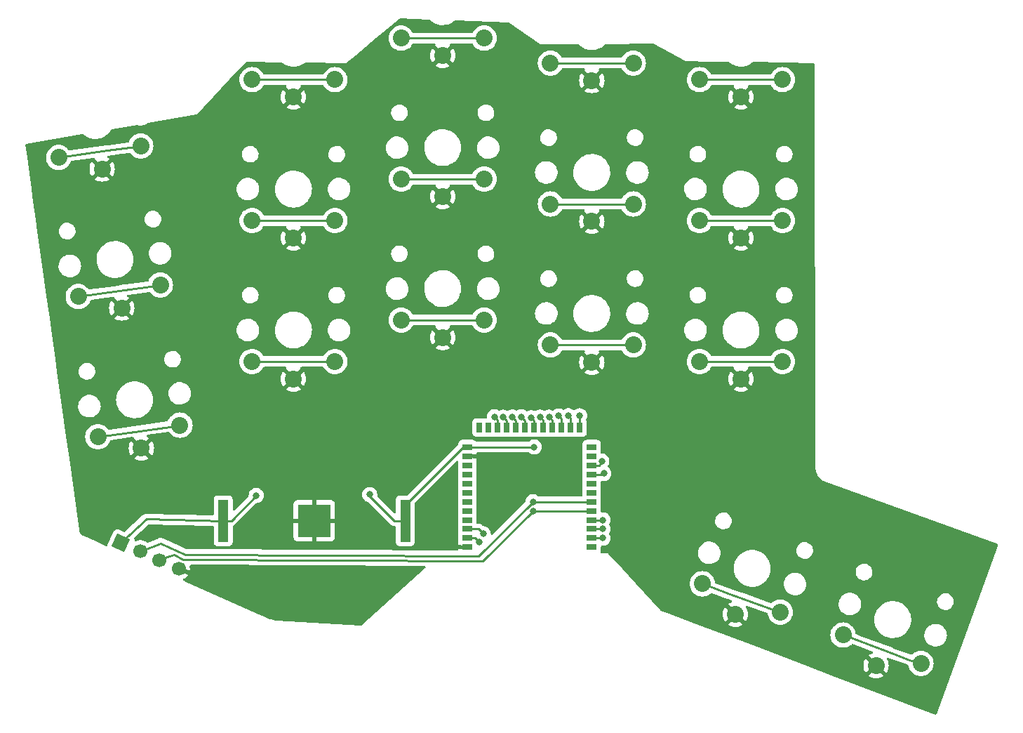
<source format=gbr>
%TF.GenerationSoftware,KiCad,Pcbnew,(6.0.4-0)*%
%TF.CreationDate,2022-05-01T22:17:05+02:00*%
%TF.ProjectId,kicad,6b696361-642e-46b6-9963-61645f706362,v 0.1*%
%TF.SameCoordinates,Original*%
%TF.FileFunction,Copper,L2,Bot*%
%TF.FilePolarity,Positive*%
%FSLAX46Y46*%
G04 Gerber Fmt 4.6, Leading zero omitted, Abs format (unit mm)*
G04 Created by KiCad (PCBNEW (6.0.4-0)) date 2022-05-01 22:17:05*
%MOMM*%
%LPD*%
G01*
G04 APERTURE LIST*
G04 Aperture macros list*
%AMHorizOval*
0 Thick line with rounded ends*
0 $1 width*
0 $2 $3 position (X,Y) of the first rounded end (center of the circle)*
0 $4 $5 position (X,Y) of the second rounded end (center of the circle)*
0 Add line between two ends*
20,1,$1,$2,$3,$4,$5,0*
0 Add two circle primitives to create the rounded ends*
1,1,$1,$2,$3*
1,1,$1,$4,$5*%
%AMRotRect*
0 Rectangle, with rotation*
0 The origin of the aperture is its center*
0 $1 length*
0 $2 width*
0 $3 Rotation angle, in degrees counterclockwise*
0 Add horizontal line*
21,1,$1,$2,0,0,$3*%
G04 Aperture macros list end*
%TA.AperFunction,ComponentPad*%
%ADD10C,2.032000*%
%TD*%
%TA.AperFunction,SMDPad,CuDef*%
%ADD11R,1.198880X0.698500*%
%TD*%
%TA.AperFunction,SMDPad,CuDef*%
%ADD12R,0.698500X1.198880*%
%TD*%
%TA.AperFunction,SMDPad,CuDef*%
%ADD13R,1.270000X5.080000*%
%TD*%
%TA.AperFunction,SMDPad,CuDef*%
%ADD14R,3.960000X3.960000*%
%TD*%
%TA.AperFunction,ComponentPad*%
%ADD15RotRect,1.700000X1.700000X246.000000*%
%TD*%
%TA.AperFunction,ComponentPad*%
%ADD16HorizOval,1.700000X0.000000X0.000000X0.000000X0.000000X0*%
%TD*%
%TA.AperFunction,ViaPad*%
%ADD17C,0.800000*%
%TD*%
%TA.AperFunction,Conductor*%
%ADD18C,0.250000*%
%TD*%
G04 APERTURE END LIST*
D10*
%TO.P,SW2,1,1*%
%TO.N,GND*%
X100776672Y-95842582D03*
%TO.P,SW2,2,2*%
%TO.N,SW10L*%
X95533068Y-94458884D03*
X105435749Y-93067153D03*
%TD*%
%TO.P,SW11,1,1*%
%TO.N,GND*%
X157499999Y-85400000D03*
%TO.P,SW11,2,2*%
%TO.N,SW13L*%
X162499999Y-83300000D03*
X152499999Y-83300000D03*
%TD*%
%TO.P,SW8,1,1*%
%TO.N,GND*%
X139500001Y-82400000D03*
%TO.P,SW8,2,2*%
%TO.N,SW12L*%
X134500001Y-80300000D03*
X144500001Y-80300000D03*
%TD*%
%TO.P,SW5,1,1*%
%TO.N,GND*%
X121500000Y-87400000D03*
%TO.P,SW5,2,2*%
%TO.N,SW11L*%
X126500000Y-85300000D03*
X116500000Y-85300000D03*
%TD*%
%TO.P,SW16,1,1*%
%TO.N,GND*%
X175500000Y-104400000D03*
%TO.P,SW16,2,2*%
%TO.N,SW24L*%
X170500000Y-102300000D03*
X180500000Y-102300000D03*
%TD*%
%TO.P,SW12,1,1*%
%TO.N,GND*%
X157500000Y-102400000D03*
%TO.P,SW12,2,2*%
%TO.N,SW23L*%
X152500000Y-100300000D03*
X162500000Y-100300000D03*
%TD*%
%TO.P,SW15,1,1*%
%TO.N,GND*%
X175500000Y-87400001D03*
%TO.P,SW15,2,2*%
%TO.N,SW14L*%
X170500000Y-85300001D03*
X180500000Y-85300001D03*
%TD*%
%TO.P,SW17,1,1*%
%TO.N,GND*%
X191798464Y-138954930D03*
%TO.P,SW17,2,2*%
%TO.N,SW34L*%
X187818243Y-135271475D03*
X197215170Y-138691677D03*
%TD*%
%TO.P,SW10,1,1*%
%TO.N,GND*%
X157500001Y-68400000D03*
%TO.P,SW10,2,2*%
%TO.N,SW03L*%
X162500001Y-66300000D03*
X152500001Y-66300000D03*
%TD*%
%TO.P,SW7,1,1*%
%TO.N,GND*%
X139500000Y-65400000D03*
%TO.P,SW7,2,2*%
%TO.N,SW02L*%
X144500000Y-63300000D03*
X134500000Y-63300000D03*
%TD*%
%TO.P,SW3,1,1*%
%TO.N,GND*%
X103142615Y-112745951D03*
%TO.P,SW3,2,2*%
%TO.N,SW20L*%
X107801692Y-109970522D03*
X97899011Y-111362253D03*
%TD*%
%TO.P,SW6,1,1*%
%TO.N,GND*%
X121500001Y-104400001D03*
%TO.P,SW6,2,2*%
%TO.N,SW21L*%
X126500001Y-102300001D03*
X116500001Y-102300001D03*
%TD*%
%TO.P,SW14,1,1*%
%TO.N,GND*%
X175499999Y-70400000D03*
%TO.P,SW14,2,2*%
%TO.N,SW04L*%
X170499999Y-68300000D03*
X180499999Y-68300000D03*
%TD*%
%TO.P,SW1,1,1*%
%TO.N,GND*%
X98410729Y-79076836D03*
%TO.P,SW1,2,2*%
%TO.N,SW00L*%
X103069806Y-76301407D03*
X93167125Y-77693138D03*
%TD*%
%TO.P,SW4,1,1*%
%TO.N,GND*%
X121500000Y-70400001D03*
%TO.P,SW4,2,2*%
%TO.N,SW01L*%
X126500000Y-68300001D03*
X116500000Y-68300001D03*
%TD*%
%TO.P,SW9,1,1*%
%TO.N,GND*%
X139500000Y-99400000D03*
%TO.P,SW9,2,2*%
%TO.N,SW22L*%
X144500000Y-97300000D03*
X134500000Y-97300000D03*
%TD*%
%TO.P,SW13,1,1*%
%TO.N,GND*%
X174825278Y-132784103D03*
%TO.P,SW13,2,2*%
%TO.N,SW33L*%
X180241984Y-132520850D03*
X170845057Y-129100648D03*
%TD*%
D11*
%TO.P,YJT2,1,GND*%
%TO.N,GND*%
X142483840Y-124698740D03*
%TO.P,YJT2,2,P21*%
%TO.N,SW34L*%
X142483840Y-123598920D03*
%TO.P,YJT2,3,P22*%
%TO.N,SW33L*%
X142483840Y-122499100D03*
%TO.P,YJT2,4,P23*%
%TO.N,unconnected-(YJT2-Pad4)*%
X142483840Y-121399280D03*
%TO.P,YJT2,5,P24*%
%TO.N,unconnected-(YJT2-Pad5)*%
X142483840Y-120299460D03*
%TO.P,YJT2,6,P25*%
%TO.N,unconnected-(YJT2-Pad6)*%
X142483840Y-119199640D03*
%TO.P,YJT2,7,NC*%
%TO.N,unconnected-(YJT2-Pad7)*%
X142483840Y-118099820D03*
%TO.P,YJT2,8,NC*%
%TO.N,unconnected-(YJT2-Pad8)*%
X142483840Y-117000000D03*
%TO.P,YJT2,9,P28*%
%TO.N,unconnected-(YJT2-Pad9)*%
X142483840Y-115900180D03*
%TO.P,YJT2,10,P29*%
%TO.N,unconnected-(YJT2-Pad10)*%
X142483840Y-114800360D03*
%TO.P,YJT2,11,GND*%
%TO.N,GND*%
X142483840Y-113700540D03*
%TO.P,YJT2,12,VCC*%
%TO.N,VCC*%
X142483840Y-112600720D03*
D12*
%TO.P,YJT2,13,P30*%
%TO.N,unconnected-(YJT2-Pad13)*%
X143934180Y-110251220D03*
%TO.P,YJT2,14,P00*%
%TO.N,unconnected-(YJT2-Pad14)*%
X145034000Y-110251220D03*
%TO.P,YJT2,15,P01*%
%TO.N,SW20L*%
X146133820Y-110251220D03*
%TO.P,YJT2,16,P02*%
%TO.N,SW10L*%
X147233640Y-110251220D03*
%TO.P,YJT2,17,P03*%
%TO.N,SW00L*%
X148333460Y-110251220D03*
%TO.P,YJT2,18,P04*%
%TO.N,SW01L*%
X149433280Y-110251220D03*
%TO.P,YJT2,19,P05*%
%TO.N,SW11L*%
X150530560Y-110251220D03*
%TO.P,YJT2,20,P06*%
%TO.N,SW21L*%
X151630380Y-110251220D03*
%TO.P,YJT2,21,P07*%
%TO.N,SW02L*%
X152730200Y-110251220D03*
%TO.P,YJT2,22,P08*%
%TO.N,SW12L*%
X153830020Y-110251220D03*
%TO.P,YJT2,23,P09*%
%TO.N,SW22L*%
X154929840Y-110251220D03*
%TO.P,YJT2,24,P10*%
%TO.N,SW03L*%
X156029660Y-110251220D03*
D11*
%TO.P,YJT2,25,P11*%
%TO.N,unconnected-(YJT2-Pad25)*%
X157480000Y-112600720D03*
%TO.P,YJT2,26,P12*%
%TO.N,unconnected-(YJT2-Pad26)*%
X157480000Y-113700540D03*
%TO.P,YJT2,27,P13*%
%TO.N,SW13L*%
X157480000Y-114800360D03*
%TO.P,YJT2,28,P14*%
%TO.N,SW23L*%
X157480000Y-115900180D03*
%TO.P,YJT2,29,P15*%
%TO.N,unconnected-(YJT2-Pad29)*%
X157480000Y-117000000D03*
%TO.P,YJT2,30,P16*%
%TO.N,unconnected-(YJT2-Pad30)*%
X157480000Y-118099820D03*
%TO.P,YJT2,31,SWDIO*%
%TO.N,DIOL*%
X157480000Y-119199640D03*
%TO.P,YJT2,32,SWCLK*%
%TO.N,CLKL*%
X157480000Y-120299460D03*
%TO.P,YJT2,33,P17*%
%TO.N,SW04L*%
X157480000Y-121399280D03*
%TO.P,YJT2,34,P18*%
%TO.N,SW14L*%
X157480000Y-122499100D03*
%TO.P,YJT2,35,P19*%
%TO.N,SW24L*%
X157480000Y-123598920D03*
%TO.P,YJT2,36,P20*%
%TO.N,unconnected-(YJT2-Pad36)*%
X157480000Y-124698740D03*
%TD*%
D13*
%TO.P,BT2,1,+*%
%TO.N,VCC*%
X134985000Y-121500000D03*
X113015000Y-121500000D03*
D14*
%TO.P,BT2,2,-*%
%TO.N,GND*%
X124000000Y-121500000D03*
%TD*%
D15*
%TO.P,PROG1,1,Pin_1*%
%TO.N,VCC*%
X100679595Y-124166889D03*
D16*
%TO.P,PROG1,2,Pin_2*%
%TO.N,DIOL*%
X103000000Y-125200000D03*
%TO.P,PROG1,3,Pin_3*%
%TO.N,CLKL*%
X105320406Y-126233111D03*
%TO.P,PROG1,4,Pin_4*%
%TO.N,GND*%
X107640811Y-127266222D03*
%TD*%
D17*
%TO.N,VCC*%
X150549280Y-112600720D03*
X117000000Y-118450000D03*
X130700000Y-118350000D03*
%TO.N,DIOL*%
X150400360Y-119199640D03*
%TO.N,SW00L*%
X147915840Y-108984160D03*
%TO.N,SW10L*%
X146800000Y-109000000D03*
%TO.N,SW20L*%
X145735818Y-108960416D03*
%TO.N,SW01L*%
X148990750Y-108959250D03*
%TO.N,SW11L*%
X150189390Y-109060610D03*
%TO.N,SW21L*%
X151239300Y-109010700D03*
%TO.N,SW02L*%
X152339210Y-109010790D03*
%TO.N,SW12L*%
X153500000Y-108850000D03*
%TO.N,SW22L*%
X154675000Y-108825000D03*
%TO.N,SW03L*%
X156029660Y-108829660D03*
%TO.N,SW13L*%
X158700000Y-114300000D03*
%TO.N,SW23L*%
X158950000Y-115800000D03*
%TO.N,SW33L*%
X144400000Y-123050000D03*
%TO.N,SW04L*%
X158850720Y-121399280D03*
%TO.N,SW14L*%
X158850900Y-122499100D03*
%TO.N,SW24L*%
X158851080Y-123598920D03*
%TO.N,SW34L*%
X143898457Y-124051543D03*
%TO.N,CLKL*%
X150400000Y-120300000D03*
%TD*%
D18*
%TO.N,VCC*%
X113015000Y-121500000D02*
X114000000Y-121500000D01*
X117000000Y-118500000D02*
X114000000Y-121500000D01*
X117000000Y-118450000D02*
X117000000Y-118500000D01*
X130700000Y-118550000D02*
X133650000Y-121500000D01*
X130700000Y-118350000D02*
X130700000Y-118550000D01*
X133650000Y-121500000D02*
X134985000Y-121500000D01*
%TO.N,CLKL*%
X150400000Y-120300000D02*
X144300000Y-126350000D01*
X144300000Y-126350000D02*
X108215599Y-126180000D01*
X107100000Y-125600000D02*
X105461806Y-126091711D01*
X108215599Y-126180000D02*
X107100000Y-125600000D01*
X105461806Y-126091711D02*
X105320406Y-126233111D01*
%TO.N,DIOL*%
X103291400Y-125058600D02*
X103141400Y-125058600D01*
X143869520Y-125730480D02*
X108400000Y-125550000D01*
X150400360Y-119199640D02*
X143869520Y-125730480D01*
X108400000Y-125550000D02*
X105450000Y-124200000D01*
X105450000Y-124200000D02*
X103291400Y-125058600D01*
X103141400Y-125058600D02*
X103000000Y-125200000D01*
%TO.N,VCC*%
X113015000Y-121500000D02*
X103750000Y-121300000D01*
X103750000Y-121300000D02*
X100679595Y-124166889D01*
X134985000Y-121500000D02*
X134985000Y-119595000D01*
X134985000Y-119595000D02*
X141979280Y-112600720D01*
X141979280Y-112600720D02*
X142483840Y-112600720D01*
X142483840Y-112600720D02*
X150549280Y-112600720D01*
%TO.N,DIOL*%
X157480000Y-119199640D02*
X150400360Y-119199640D01*
%TO.N,SW00L*%
X103069806Y-76301407D02*
X99050000Y-76850000D01*
X99050000Y-76850000D02*
X93167125Y-77693138D01*
X148333460Y-110251220D02*
X148333460Y-109401780D01*
X148333460Y-109401780D02*
X147915840Y-108984160D01*
%TO.N,SW10L*%
X147233640Y-110251220D02*
X147233640Y-109433640D01*
X105435749Y-93067153D02*
X100500000Y-93750000D01*
X100500000Y-93750000D02*
X95533068Y-94458884D01*
X147233640Y-109433640D02*
X146800000Y-109000000D01*
%TO.N,SW20L*%
X146133820Y-110251220D02*
X146133820Y-109358418D01*
X102900000Y-110650000D02*
X97899011Y-111362253D01*
X146133820Y-109358418D02*
X145735818Y-108960416D01*
X107801692Y-109970522D02*
X102900000Y-110650000D01*
%TO.N,SW01L*%
X116500000Y-68300001D02*
X126500000Y-68300001D01*
X149433280Y-109401780D02*
X148990750Y-108959250D01*
X149433280Y-110251220D02*
X149433280Y-109401780D01*
%TO.N,SW11L*%
X150530560Y-110251220D02*
X150530560Y-109401780D01*
X150530560Y-109401780D02*
X150189390Y-109060610D01*
X116500000Y-85300000D02*
X126500000Y-85300000D01*
%TO.N,SW21L*%
X151630380Y-109401780D02*
X151239300Y-109010700D01*
X151630380Y-110251220D02*
X151630380Y-109401780D01*
X126500001Y-102300001D02*
X116500001Y-102300001D01*
%TO.N,SW02L*%
X134500000Y-63300000D02*
X144500000Y-63300000D01*
X152730200Y-109401780D02*
X152339210Y-109010790D01*
X152730200Y-110251220D02*
X152730200Y-109401780D01*
%TO.N,SW12L*%
X134500001Y-80300000D02*
X144500001Y-80300000D01*
X153830020Y-109180020D02*
X153500000Y-108850000D01*
X153830020Y-110251220D02*
X153830020Y-109180020D01*
%TO.N,SW22L*%
X154929840Y-110251220D02*
X154929840Y-109079840D01*
X154929840Y-109079840D02*
X154675000Y-108825000D01*
X144500000Y-97300000D02*
X134500000Y-97300000D01*
%TO.N,SW03L*%
X156029660Y-110251220D02*
X156029660Y-108829660D01*
X152500001Y-66300000D02*
X162500001Y-66300000D01*
%TO.N,SW13L*%
X157480000Y-114800360D02*
X158349640Y-114800360D01*
X152499999Y-83300000D02*
X162499999Y-83300000D01*
X158700000Y-114450000D02*
X158700000Y-114300000D01*
X158349640Y-114800360D02*
X158700000Y-114450000D01*
%TO.N,SW23L*%
X152500000Y-100300000D02*
X162500000Y-100300000D01*
X158849820Y-115900180D02*
X158950000Y-115800000D01*
X157480000Y-115900180D02*
X158849820Y-115900180D01*
%TO.N,SW33L*%
X180241984Y-132520850D02*
X175350000Y-130750000D01*
X143849100Y-122499100D02*
X144400000Y-123050000D01*
X142483840Y-122499100D02*
X143849100Y-122499100D01*
X175350000Y-130750000D02*
X174100000Y-130350000D01*
X174100000Y-130350000D02*
X170845057Y-129100648D01*
%TO.N,SW04L*%
X157480000Y-121399280D02*
X158850720Y-121399280D01*
X170499999Y-68300000D02*
X180499999Y-68300000D01*
%TO.N,SW14L*%
X170500000Y-85300001D02*
X180500000Y-85300001D01*
X157480000Y-122499100D02*
X158850900Y-122499100D01*
%TO.N,SW24L*%
X170500000Y-102300000D02*
X180500000Y-102300000D01*
X157480000Y-123598920D02*
X158851080Y-123598920D01*
%TO.N,SW34L*%
X195800000Y-138250000D02*
X193450000Y-137400000D01*
X197215170Y-138691677D02*
X195800000Y-138250000D01*
X193450000Y-137400000D02*
X187818243Y-135271475D01*
X142483840Y-123598920D02*
X143445834Y-123598920D01*
X143445834Y-123598920D02*
X143898457Y-124051543D01*
%TO.N,CLKL*%
X157480000Y-120299460D02*
X150400540Y-120299460D01*
%TD*%
%TA.AperFunction,Conductor*%
%TO.N,GND*%
G36*
X137862828Y-61058299D02*
G01*
X137930241Y-61080569D01*
X137950757Y-61098292D01*
X137974846Y-61124124D01*
X138203045Y-61311568D01*
X138454029Y-61467185D01*
X138723390Y-61588241D01*
X138893441Y-61638935D01*
X138981881Y-61665300D01*
X139006395Y-61672608D01*
X139010515Y-61673261D01*
X139010517Y-61673261D01*
X139294592Y-61718255D01*
X139294598Y-61718256D01*
X139298073Y-61718806D01*
X139322632Y-61719921D01*
X139389017Y-61722936D01*
X139389038Y-61722936D01*
X139390437Y-61723000D01*
X139574901Y-61723000D01*
X139794664Y-61708403D01*
X139798763Y-61707577D01*
X139798767Y-61707576D01*
X139972190Y-61672608D01*
X140084151Y-61650033D01*
X140363375Y-61553888D01*
X140533089Y-61468902D01*
X140623695Y-61423530D01*
X140623697Y-61423529D01*
X140627431Y-61421659D01*
X140871678Y-61255668D01*
X140938155Y-61196230D01*
X141002271Y-61165736D01*
X141026355Y-61164231D01*
X147432683Y-61378750D01*
X147500611Y-61401379D01*
X151250000Y-64020000D01*
X151269452Y-64019943D01*
X152034953Y-64017696D01*
X155810114Y-64006617D01*
X155878292Y-64026419D01*
X155902634Y-64046685D01*
X155971993Y-64121065D01*
X155972005Y-64121076D01*
X155974847Y-64124124D01*
X156203046Y-64311568D01*
X156454030Y-64467185D01*
X156723391Y-64588241D01*
X156896192Y-64639755D01*
X156985129Y-64666268D01*
X157006396Y-64672608D01*
X157010516Y-64673261D01*
X157010518Y-64673261D01*
X157294593Y-64718255D01*
X157294599Y-64718256D01*
X157298074Y-64718806D01*
X157322633Y-64719921D01*
X157389018Y-64722936D01*
X157389039Y-64722936D01*
X157390438Y-64723000D01*
X157574902Y-64723000D01*
X157794665Y-64708403D01*
X157798764Y-64707577D01*
X157798768Y-64707576D01*
X157972191Y-64672608D01*
X158084152Y-64650033D01*
X158363376Y-64553888D01*
X158533090Y-64468902D01*
X158623696Y-64423530D01*
X158623698Y-64423529D01*
X158627432Y-64421659D01*
X158871679Y-64255668D01*
X159091828Y-64058832D01*
X159094544Y-64055663D01*
X159094554Y-64055653D01*
X159107402Y-64040663D01*
X159166920Y-64001958D01*
X159202699Y-63996662D01*
X164848382Y-63980093D01*
X164907914Y-63994845D01*
X166020499Y-64586525D01*
X168810000Y-66070000D01*
X171946873Y-66116278D01*
X173958144Y-66145951D01*
X174025962Y-66166955D01*
X174036261Y-66174572D01*
X174157002Y-66273749D01*
X174203044Y-66311568D01*
X174454028Y-66467185D01*
X174457845Y-66468901D01*
X174457848Y-66468902D01*
X174530707Y-66501646D01*
X174723389Y-66588241D01*
X174869928Y-66631926D01*
X174930671Y-66650034D01*
X175006394Y-66672608D01*
X175010514Y-66673261D01*
X175010516Y-66673261D01*
X175294591Y-66718255D01*
X175294597Y-66718256D01*
X175298072Y-66718806D01*
X175322631Y-66719921D01*
X175389016Y-66722936D01*
X175389037Y-66722936D01*
X175390436Y-66723000D01*
X175574900Y-66723000D01*
X175794663Y-66708403D01*
X175798762Y-66707577D01*
X175798766Y-66707576D01*
X175972189Y-66672608D01*
X176084150Y-66650033D01*
X176363374Y-66553888D01*
X176533088Y-66468902D01*
X176623694Y-66423530D01*
X176623696Y-66423529D01*
X176627430Y-66421659D01*
X176871677Y-66255668D01*
X176875624Y-66252139D01*
X176908440Y-66222799D01*
X176972555Y-66192306D01*
X176994281Y-66190744D01*
X184244337Y-66297704D01*
X184312155Y-66318708D01*
X184357851Y-66373044D01*
X184368478Y-66423335D01*
X184504691Y-115008882D01*
X184504727Y-115021868D01*
X184503111Y-115041461D01*
X184502398Y-115044316D01*
X184501268Y-115056818D01*
X184501582Y-115061684D01*
X184501902Y-115066651D01*
X184502160Y-115075548D01*
X184500780Y-115294446D01*
X184501396Y-115298914D01*
X184501396Y-115298919D01*
X184519902Y-115433222D01*
X184533206Y-115529776D01*
X184598888Y-115758069D01*
X184600746Y-115762192D01*
X184694625Y-115970527D01*
X184694628Y-115970533D01*
X184696483Y-115974649D01*
X184698908Y-115978460D01*
X184698908Y-115978461D01*
X184817751Y-116165271D01*
X184823992Y-116175082D01*
X184826923Y-116178494D01*
X184826928Y-116178500D01*
X184943923Y-116314667D01*
X184978804Y-116355263D01*
X184982209Y-116358236D01*
X184982210Y-116358237D01*
X185124817Y-116482749D01*
X185157748Y-116511502D01*
X185357160Y-116640601D01*
X185412586Y-116666109D01*
X185539592Y-116724560D01*
X185550216Y-116730075D01*
X185554977Y-116732841D01*
X185560911Y-116736289D01*
X185565442Y-116738056D01*
X185565446Y-116738058D01*
X185568075Y-116739083D01*
X185572606Y-116740850D01*
X185598878Y-116746655D01*
X185604039Y-116747796D01*
X185619626Y-116752311D01*
X206303805Y-124217620D01*
X206307752Y-124219120D01*
X206358293Y-124239300D01*
X206358297Y-124239301D01*
X206366632Y-124242629D01*
X206375568Y-124243484D01*
X206384292Y-124245597D01*
X206383951Y-124247003D01*
X206405069Y-124252421D01*
X206409450Y-124254312D01*
X206447360Y-124279667D01*
X206458477Y-124290479D01*
X206484880Y-124327676D01*
X206491420Y-124341740D01*
X206502849Y-124385898D01*
X206503953Y-124401364D01*
X206498913Y-124446693D01*
X206497244Y-124452231D01*
X206489571Y-124470903D01*
X206486003Y-124475804D01*
X206459132Y-124550627D01*
X206458937Y-124551167D01*
X204408991Y-130172111D01*
X199080384Y-144783134D01*
X199038252Y-144840278D01*
X198971915Y-144865573D01*
X198917413Y-144857805D01*
X186608533Y-140199236D01*
X190918988Y-140199236D01*
X190924715Y-140206886D01*
X191100223Y-140314437D01*
X191109017Y-140318918D01*
X191321493Y-140406928D01*
X191330878Y-140409977D01*
X191554508Y-140463667D01*
X191564255Y-140465210D01*
X191793534Y-140483255D01*
X191803394Y-140483255D01*
X192032673Y-140465210D01*
X192042420Y-140463667D01*
X192266050Y-140409977D01*
X192275435Y-140406928D01*
X192487911Y-140318918D01*
X192496705Y-140314437D01*
X192668547Y-140209133D01*
X192678007Y-140198677D01*
X192674223Y-140189899D01*
X191811276Y-139326952D01*
X191797332Y-139319338D01*
X191795499Y-139319469D01*
X191788884Y-139323720D01*
X190925748Y-140186856D01*
X190918988Y-140199236D01*
X186608533Y-140199236D01*
X183333851Y-138959860D01*
X190270139Y-138959860D01*
X190288184Y-139189139D01*
X190289727Y-139198886D01*
X190343417Y-139422516D01*
X190346466Y-139431901D01*
X190434476Y-139644377D01*
X190438957Y-139653171D01*
X190544261Y-139825013D01*
X190554717Y-139834473D01*
X190563495Y-139830689D01*
X191426442Y-138967742D01*
X191434056Y-138953798D01*
X191433925Y-138951965D01*
X191429674Y-138945350D01*
X190566538Y-138082214D01*
X190554158Y-138075454D01*
X190546508Y-138081181D01*
X190438957Y-138256689D01*
X190434476Y-138265483D01*
X190346466Y-138477959D01*
X190343417Y-138487344D01*
X190289727Y-138710974D01*
X190288184Y-138720721D01*
X190270139Y-138950000D01*
X190270139Y-138959860D01*
X183333851Y-138959860D01*
X177193503Y-136635909D01*
X173588393Y-135271475D01*
X186289029Y-135271475D01*
X186307856Y-135510697D01*
X186309010Y-135515504D01*
X186309011Y-135515510D01*
X186337364Y-135633605D01*
X186363874Y-135744028D01*
X186365767Y-135748599D01*
X186365768Y-135748601D01*
X186427849Y-135898477D01*
X186455703Y-135965724D01*
X186581083Y-136170324D01*
X186584300Y-136174091D01*
X186584301Y-136174092D01*
X186606052Y-136199559D01*
X186736925Y-136352793D01*
X186740687Y-136356006D01*
X186887012Y-136480978D01*
X186919394Y-136508635D01*
X187123994Y-136634015D01*
X187128564Y-136635908D01*
X187128566Y-136635909D01*
X187165072Y-136651030D01*
X187345690Y-136725844D01*
X187427280Y-136745432D01*
X187574208Y-136780707D01*
X187574214Y-136780708D01*
X187579021Y-136781862D01*
X187818243Y-136800689D01*
X188057465Y-136781862D01*
X188062272Y-136780708D01*
X188062278Y-136780707D01*
X188209206Y-136745432D01*
X188290796Y-136725844D01*
X188471414Y-136651030D01*
X188507920Y-136635909D01*
X188507922Y-136635908D01*
X188512492Y-136634015D01*
X188717092Y-136508635D01*
X188760591Y-136471484D01*
X188839157Y-136404382D01*
X188903946Y-136375351D01*
X188965531Y-136382330D01*
X190071420Y-136800301D01*
X191314388Y-137270082D01*
X191371038Y-137312876D01*
X191395559Y-137379504D01*
X191380165Y-137448812D01*
X191329745Y-137498795D01*
X191318060Y-137504354D01*
X191109017Y-137590942D01*
X191100223Y-137595423D01*
X190928381Y-137700727D01*
X190918921Y-137711183D01*
X190922705Y-137719961D01*
X193030390Y-139827646D01*
X193042770Y-139834406D01*
X193050420Y-139828679D01*
X193157971Y-139653171D01*
X193162452Y-139644377D01*
X193250462Y-139431901D01*
X193253511Y-139422516D01*
X193307201Y-139198886D01*
X193308744Y-139189139D01*
X193326789Y-138959860D01*
X193326789Y-138950000D01*
X193308744Y-138720721D01*
X193307201Y-138710974D01*
X193253511Y-138487344D01*
X193250462Y-138477959D01*
X193162452Y-138265483D01*
X193157971Y-138256689D01*
X193118729Y-138192652D01*
X193100191Y-138124118D01*
X193121647Y-138056442D01*
X193176286Y-138011109D01*
X193246761Y-138002512D01*
X193261439Y-138005970D01*
X193263314Y-138006679D01*
X193266697Y-138007491D01*
X193271336Y-138009043D01*
X195510411Y-138818921D01*
X195520696Y-138823895D01*
X195520910Y-138823425D01*
X195528125Y-138826718D01*
X195534867Y-138830888D01*
X195542434Y-138833250D01*
X195542437Y-138833251D01*
X195595103Y-138849688D01*
X195600420Y-138851478D01*
X195622004Y-138859285D01*
X195622915Y-138859490D01*
X195682123Y-138897432D01*
X195709526Y-138950655D01*
X195760801Y-139164230D01*
X195762694Y-139168801D01*
X195762695Y-139168803D01*
X195826864Y-139323720D01*
X195852630Y-139385926D01*
X195978010Y-139590526D01*
X196133852Y-139772995D01*
X196137614Y-139776208D01*
X196201404Y-139830689D01*
X196316321Y-139928837D01*
X196520921Y-140054217D01*
X196525491Y-140056110D01*
X196525493Y-140056111D01*
X196738044Y-140144152D01*
X196742617Y-140146046D01*
X196824207Y-140165634D01*
X196971135Y-140200909D01*
X196971141Y-140200910D01*
X196975948Y-140202064D01*
X197215170Y-140220891D01*
X197454392Y-140202064D01*
X197459199Y-140200910D01*
X197459205Y-140200909D01*
X197606133Y-140165634D01*
X197687723Y-140146046D01*
X197692296Y-140144152D01*
X197904847Y-140056111D01*
X197904849Y-140056110D01*
X197909419Y-140054217D01*
X198114019Y-139928837D01*
X198228937Y-139830689D01*
X198292726Y-139776208D01*
X198296488Y-139772995D01*
X198452330Y-139590526D01*
X198577710Y-139385926D01*
X198603477Y-139323720D01*
X198667645Y-139168803D01*
X198667646Y-139168801D01*
X198669539Y-139164230D01*
X198718604Y-138959860D01*
X198724402Y-138935712D01*
X198724403Y-138935706D01*
X198725557Y-138930899D01*
X198744384Y-138691677D01*
X198725557Y-138452455D01*
X198724403Y-138447648D01*
X198724402Y-138447642D01*
X198680669Y-138265483D01*
X198669539Y-138219124D01*
X198658574Y-138192652D01*
X198579604Y-138002000D01*
X198579603Y-138001998D01*
X198577710Y-137997428D01*
X198452330Y-137792828D01*
X198296488Y-137610359D01*
X198114019Y-137454517D01*
X197909419Y-137329137D01*
X197904849Y-137327244D01*
X197904847Y-137327243D01*
X197692296Y-137239202D01*
X197692294Y-137239201D01*
X197687723Y-137237308D01*
X197606133Y-137217720D01*
X197459205Y-137182445D01*
X197459199Y-137182444D01*
X197454392Y-137181290D01*
X197215170Y-137162463D01*
X196975948Y-137181290D01*
X196971141Y-137182444D01*
X196971135Y-137182445D01*
X196824207Y-137217720D01*
X196742617Y-137237308D01*
X196738046Y-137239201D01*
X196738044Y-137239202D01*
X196525493Y-137327243D01*
X196525491Y-137327244D01*
X196520921Y-137329137D01*
X196316321Y-137454517D01*
X196133852Y-137610359D01*
X196130639Y-137614121D01*
X196127198Y-137617562D01*
X196064886Y-137651588D01*
X195995246Y-137646954D01*
X194154681Y-136981218D01*
X193670592Y-136806122D01*
X193668965Y-136805521D01*
X189885934Y-135375722D01*
X189414198Y-135197429D01*
X189357548Y-135154635D01*
X189333132Y-135089453D01*
X189329018Y-135037186D01*
X189328630Y-135032253D01*
X189327476Y-135027446D01*
X189327475Y-135027440D01*
X189278139Y-134821945D01*
X189272612Y-134798922D01*
X189270718Y-134794349D01*
X189182677Y-134581798D01*
X189182676Y-134581796D01*
X189180783Y-134577226D01*
X189055403Y-134372626D01*
X189011002Y-134320638D01*
X188902774Y-134193919D01*
X188899561Y-134190157D01*
X188717092Y-134034315D01*
X188512492Y-133908935D01*
X188507922Y-133907042D01*
X188507920Y-133907041D01*
X188295369Y-133819000D01*
X188295367Y-133818999D01*
X188290796Y-133817106D01*
X188209206Y-133797518D01*
X188062278Y-133762243D01*
X188062272Y-133762242D01*
X188057465Y-133761088D01*
X187818243Y-133742261D01*
X187579021Y-133761088D01*
X187574214Y-133762242D01*
X187574208Y-133762243D01*
X187427280Y-133797518D01*
X187345690Y-133817106D01*
X187341119Y-133818999D01*
X187341117Y-133819000D01*
X187128566Y-133907041D01*
X187128564Y-133907042D01*
X187123994Y-133908935D01*
X186919394Y-134034315D01*
X186736925Y-134190157D01*
X186733712Y-134193919D01*
X186625485Y-134320638D01*
X186581083Y-134372626D01*
X186455703Y-134577226D01*
X186453810Y-134581796D01*
X186453809Y-134581798D01*
X186365768Y-134794349D01*
X186363874Y-134798922D01*
X186358347Y-134821945D01*
X186309011Y-135027440D01*
X186309010Y-135027446D01*
X186307856Y-135032253D01*
X186289029Y-135271475D01*
X173588393Y-135271475D01*
X170303962Y-134028409D01*
X173945802Y-134028409D01*
X173951529Y-134036059D01*
X174127037Y-134143610D01*
X174135831Y-134148091D01*
X174348307Y-134236101D01*
X174357692Y-134239150D01*
X174581322Y-134292840D01*
X174591069Y-134294383D01*
X174820348Y-134312428D01*
X174830208Y-134312428D01*
X175059487Y-134294383D01*
X175069234Y-134292840D01*
X175292864Y-134239150D01*
X175302249Y-134236101D01*
X175514725Y-134148091D01*
X175523519Y-134143610D01*
X175695361Y-134038306D01*
X175704821Y-134027850D01*
X175701037Y-134019072D01*
X174838090Y-133156125D01*
X174824146Y-133148511D01*
X174822313Y-133148642D01*
X174815698Y-133152893D01*
X173952562Y-134016029D01*
X173945802Y-134028409D01*
X170303962Y-134028409D01*
X167029281Y-132789033D01*
X173296953Y-132789033D01*
X173314998Y-133018312D01*
X173316541Y-133028059D01*
X173370231Y-133251689D01*
X173373280Y-133261074D01*
X173461290Y-133473550D01*
X173465771Y-133482344D01*
X173571075Y-133654186D01*
X173581531Y-133663646D01*
X173590309Y-133659862D01*
X174453256Y-132796915D01*
X174460870Y-132782971D01*
X174460739Y-132781138D01*
X174456488Y-132774523D01*
X173593352Y-131911387D01*
X173580972Y-131904627D01*
X173573322Y-131910354D01*
X173465771Y-132085862D01*
X173461290Y-132094656D01*
X173373280Y-132307132D01*
X173370231Y-132316517D01*
X173316541Y-132540147D01*
X173314998Y-132549894D01*
X173296953Y-132779173D01*
X173296953Y-132789033D01*
X167029281Y-132789033D01*
X165817842Y-132330537D01*
X165769820Y-132298119D01*
X162820833Y-129100648D01*
X169315843Y-129100648D01*
X169334670Y-129339870D01*
X169335824Y-129344677D01*
X169335825Y-129344683D01*
X169364178Y-129462778D01*
X169390688Y-129573201D01*
X169392581Y-129577772D01*
X169392582Y-129577774D01*
X169454663Y-129727650D01*
X169482517Y-129794897D01*
X169607897Y-129999497D01*
X169763739Y-130181966D01*
X169767501Y-130185179D01*
X169925455Y-130320083D01*
X169946208Y-130337808D01*
X170150808Y-130463188D01*
X170155378Y-130465081D01*
X170155380Y-130465082D01*
X170364112Y-130551541D01*
X170372504Y-130555017D01*
X170387487Y-130558614D01*
X170601022Y-130609880D01*
X170601028Y-130609881D01*
X170605835Y-130611035D01*
X170845057Y-130629862D01*
X171084279Y-130611035D01*
X171089086Y-130609881D01*
X171089092Y-130609880D01*
X171302627Y-130558614D01*
X171317610Y-130555017D01*
X171326002Y-130551541D01*
X171534734Y-130465082D01*
X171534736Y-130465081D01*
X171539306Y-130463188D01*
X171743906Y-130337808D01*
X171764660Y-130320083D01*
X171833824Y-130261011D01*
X171859448Y-130239127D01*
X171924236Y-130210096D01*
X171986428Y-130217306D01*
X172060320Y-130245668D01*
X173803807Y-130914875D01*
X173817749Y-130921848D01*
X173823990Y-130924751D01*
X173830702Y-130928969D01*
X173838249Y-130931384D01*
X173886369Y-130946782D01*
X173893119Y-130949156D01*
X173906495Y-130954290D01*
X173910200Y-130955712D01*
X173914053Y-130956658D01*
X173914062Y-130956661D01*
X173923515Y-130958983D01*
X173931864Y-130961341D01*
X174344416Y-131093358D01*
X174403200Y-131133170D01*
X174431127Y-131198442D01*
X174419333Y-131268453D01*
X174371560Y-131320972D01*
X174352650Y-131329657D01*
X174352880Y-131330211D01*
X174135831Y-131420115D01*
X174127037Y-131424596D01*
X173955195Y-131529900D01*
X173945735Y-131540356D01*
X173949519Y-131549134D01*
X176057204Y-133656819D01*
X176069584Y-133663579D01*
X176077234Y-133657852D01*
X176184785Y-133482344D01*
X176189266Y-133473550D01*
X176277276Y-133261074D01*
X176280325Y-133251689D01*
X176334015Y-133028059D01*
X176335558Y-133018312D01*
X176353603Y-132789033D01*
X176353603Y-132779173D01*
X176335558Y-132549894D01*
X176334015Y-132540147D01*
X176280325Y-132316517D01*
X176277276Y-132307132D01*
X176189266Y-132094656D01*
X176184785Y-132085862D01*
X176089323Y-131930082D01*
X176070785Y-131861548D01*
X176092241Y-131793872D01*
X176146881Y-131748539D01*
X176217355Y-131739942D01*
X176239643Y-131745771D01*
X178646151Y-132616903D01*
X178703396Y-132658897D01*
X178728876Y-132725493D01*
X178731597Y-132760072D01*
X178732752Y-132764883D01*
X178735066Y-132774523D01*
X178787615Y-132993403D01*
X178789508Y-132997974D01*
X178789509Y-132997976D01*
X178853678Y-133152893D01*
X178879444Y-133215099D01*
X179004824Y-133419699D01*
X179008041Y-133423466D01*
X179008042Y-133423467D01*
X179045987Y-133467895D01*
X179160666Y-133602168D01*
X179164428Y-133605381D01*
X179335622Y-133751593D01*
X179343135Y-133758010D01*
X179547735Y-133883390D01*
X179552305Y-133885283D01*
X179552307Y-133885284D01*
X179717544Y-133953727D01*
X179769431Y-133975219D01*
X179851021Y-133994807D01*
X179997949Y-134030082D01*
X179997955Y-134030083D01*
X180002762Y-134031237D01*
X180241984Y-134050064D01*
X180481206Y-134031237D01*
X180486013Y-134030083D01*
X180486019Y-134030082D01*
X180632947Y-133994807D01*
X180714537Y-133975219D01*
X180766424Y-133953727D01*
X180931661Y-133885284D01*
X180931663Y-133885283D01*
X180936233Y-133883390D01*
X181140833Y-133758010D01*
X181148347Y-133751593D01*
X181319540Y-133605381D01*
X181323302Y-133602168D01*
X181437981Y-133467895D01*
X181446942Y-133457403D01*
X191588897Y-133457403D01*
X191589260Y-133461551D01*
X191589260Y-133461555D01*
X191595367Y-133531360D01*
X191614635Y-133751593D01*
X191615545Y-133755665D01*
X191615546Y-133755670D01*
X191677252Y-134031726D01*
X191679055Y-134039794D01*
X191781027Y-134316943D01*
X191918757Y-134578171D01*
X191921177Y-134581576D01*
X192087402Y-134815479D01*
X192087407Y-134815485D01*
X192089826Y-134818889D01*
X192092670Y-134821939D01*
X192092675Y-134821945D01*
X192257677Y-134998888D01*
X192291229Y-135034868D01*
X192519428Y-135222312D01*
X192770412Y-135377929D01*
X193039773Y-135498985D01*
X193322778Y-135583352D01*
X193326898Y-135584005D01*
X193326900Y-135584005D01*
X193610975Y-135628999D01*
X193610981Y-135629000D01*
X193614456Y-135629550D01*
X193639015Y-135630665D01*
X193705400Y-135633680D01*
X193705421Y-135633680D01*
X193706820Y-135633744D01*
X193891284Y-135633744D01*
X194111047Y-135619147D01*
X194115146Y-135618321D01*
X194115150Y-135618320D01*
X194288573Y-135583352D01*
X194400534Y-135560777D01*
X194679758Y-135464632D01*
X194849472Y-135379646D01*
X194940078Y-135334274D01*
X194940080Y-135334273D01*
X194943814Y-135332403D01*
X195098045Y-135227587D01*
X197621892Y-135227587D01*
X197622092Y-135232917D01*
X197622092Y-135232918D01*
X197625738Y-135330052D01*
X197630546Y-135458123D01*
X197677920Y-135683905D01*
X197762659Y-135898477D01*
X197882339Y-136095704D01*
X197885836Y-136099734D01*
X197972460Y-136199559D01*
X198033539Y-136269947D01*
X198037670Y-136273334D01*
X198207807Y-136412839D01*
X198207813Y-136412843D01*
X198211935Y-136416223D01*
X198412427Y-136530349D01*
X198417443Y-136532170D01*
X198417448Y-136532172D01*
X198624267Y-136607244D01*
X198624271Y-136607245D01*
X198629282Y-136609064D01*
X198634531Y-136610013D01*
X198634534Y-136610014D01*
X198852215Y-136649377D01*
X198852222Y-136649378D01*
X198856299Y-136650115D01*
X198874036Y-136650951D01*
X198878984Y-136651185D01*
X198878991Y-136651185D01*
X198880472Y-136651255D01*
X199042617Y-136651255D01*
X199109573Y-136645574D01*
X199209254Y-136637116D01*
X199209258Y-136637115D01*
X199214565Y-136636665D01*
X199219720Y-136635327D01*
X199219726Y-136635326D01*
X199432695Y-136580050D01*
X199432699Y-136580049D01*
X199437864Y-136578708D01*
X199442730Y-136576516D01*
X199442733Y-136576515D01*
X199643341Y-136486148D01*
X199648207Y-136483956D01*
X199652627Y-136480980D01*
X199652631Y-136480978D01*
X199753840Y-136412839D01*
X199839577Y-136355117D01*
X200006504Y-136195877D01*
X200081035Y-136095704D01*
X200141029Y-136015069D01*
X200141031Y-136015066D01*
X200144213Y-136010789D01*
X200198997Y-135903038D01*
X200246350Y-135809901D01*
X200246350Y-135809900D01*
X200248769Y-135805143D01*
X200288035Y-135678686D01*
X200315597Y-135589925D01*
X200315598Y-135589919D01*
X200317181Y-135584822D01*
X200331094Y-135479847D01*
X200346792Y-135361408D01*
X200346792Y-135361403D01*
X200347492Y-135356123D01*
X200344500Y-135276405D01*
X200340459Y-135168760D01*
X200338838Y-135125587D01*
X200291464Y-134899805D01*
X200260716Y-134821945D01*
X200243585Y-134778567D01*
X200206725Y-134685233D01*
X200087045Y-134488006D01*
X200000120Y-134387833D01*
X199939345Y-134317796D01*
X199939343Y-134317794D01*
X199935845Y-134313763D01*
X199839419Y-134234698D01*
X199761577Y-134170871D01*
X199761571Y-134170867D01*
X199757449Y-134167487D01*
X199556957Y-134053361D01*
X199551941Y-134051540D01*
X199551936Y-134051538D01*
X199345117Y-133976466D01*
X199345113Y-133976465D01*
X199340102Y-133974646D01*
X199334853Y-133973697D01*
X199334850Y-133973696D01*
X199117169Y-133934333D01*
X199117162Y-133934332D01*
X199113085Y-133933595D01*
X199095348Y-133932759D01*
X199090400Y-133932525D01*
X199090393Y-133932525D01*
X199088912Y-133932455D01*
X198926767Y-133932455D01*
X198859811Y-133938136D01*
X198760130Y-133946594D01*
X198760126Y-133946595D01*
X198754819Y-133947045D01*
X198749664Y-133948383D01*
X198749658Y-133948384D01*
X198536689Y-134003660D01*
X198536685Y-134003661D01*
X198531520Y-134005002D01*
X198526654Y-134007194D01*
X198526651Y-134007195D01*
X198424166Y-134053361D01*
X198321177Y-134099754D01*
X198316757Y-134102730D01*
X198316753Y-134102732D01*
X198274485Y-134131189D01*
X198129807Y-134228593D01*
X197962880Y-134387833D01*
X197959692Y-134392118D01*
X197846207Y-134544648D01*
X197825171Y-134572921D01*
X197822756Y-134577671D01*
X197768069Y-134685233D01*
X197720615Y-134778567D01*
X197708095Y-134818889D01*
X197653787Y-134993785D01*
X197653786Y-134993791D01*
X197652203Y-134998888D01*
X197647127Y-135037186D01*
X197629636Y-135169161D01*
X197621892Y-135227587D01*
X195098045Y-135227587D01*
X195188061Y-135166412D01*
X195408210Y-134969576D01*
X195472263Y-134894844D01*
X195597672Y-134748528D01*
X195597675Y-134748524D01*
X195600392Y-134745354D01*
X195602666Y-134741852D01*
X195602670Y-134741847D01*
X195758953Y-134501193D01*
X195758956Y-134501188D01*
X195761232Y-134497683D01*
X195813393Y-134387833D01*
X195886106Y-134234698D01*
X195887902Y-134230916D01*
X195899781Y-134193919D01*
X195976898Y-133953727D01*
X195976898Y-133953726D01*
X195978178Y-133949740D01*
X196012122Y-133761088D01*
X196029734Y-133663203D01*
X196029735Y-133663198D01*
X196030473Y-133659094D01*
X196036274Y-133531360D01*
X196043680Y-133368255D01*
X196043680Y-133368250D01*
X196043869Y-133364085D01*
X196018131Y-133069895D01*
X196006601Y-133018312D01*
X195954623Y-132785772D01*
X195954621Y-132785765D01*
X195953711Y-132781694D01*
X195947527Y-132764885D01*
X195882893Y-132589219D01*
X195851739Y-132504545D01*
X195714009Y-132243317D01*
X195664512Y-132173668D01*
X195545364Y-132006009D01*
X195545359Y-132006003D01*
X195542940Y-132002599D01*
X195540096Y-131999549D01*
X195540091Y-131999543D01*
X195344383Y-131789672D01*
X195341537Y-131786620D01*
X195113338Y-131599176D01*
X194862354Y-131443559D01*
X194846245Y-131436319D01*
X194759557Y-131397360D01*
X194592993Y-131322503D01*
X194513040Y-131298668D01*
X199150291Y-131298668D01*
X199180785Y-131500302D01*
X199182991Y-131506297D01*
X199182991Y-131506298D01*
X199198752Y-131549134D01*
X199251200Y-131691686D01*
X199311954Y-131789672D01*
X199335535Y-131827703D01*
X199358661Y-131865002D01*
X199498777Y-132013171D01*
X199504007Y-132016833D01*
X199504008Y-132016834D01*
X199602591Y-132085862D01*
X199665824Y-132130138D01*
X199852979Y-132211127D01*
X199859227Y-132212432D01*
X199859226Y-132212432D01*
X200047851Y-132251839D01*
X200047855Y-132251839D01*
X200052596Y-132252830D01*
X200057433Y-132253083D01*
X200057437Y-132253084D01*
X200057503Y-132253087D01*
X200059275Y-132253180D01*
X200209030Y-132253180D01*
X200281676Y-132245801D01*
X200354597Y-132238394D01*
X200354598Y-132238394D01*
X200360946Y-132237749D01*
X200555541Y-132176766D01*
X200733900Y-132077901D01*
X200888736Y-131945190D01*
X201013724Y-131784056D01*
X201103759Y-131601081D01*
X201119577Y-131540356D01*
X201153553Y-131409921D01*
X201153553Y-131409918D01*
X201155163Y-131403739D01*
X201161004Y-131292286D01*
X201165501Y-131206474D01*
X201165501Y-131206470D01*
X201165835Y-131200092D01*
X201135341Y-130998458D01*
X201121685Y-130961341D01*
X201067130Y-130813064D01*
X201067129Y-130813063D01*
X201064926Y-130807074D01*
X200957465Y-130633758D01*
X200817349Y-130485589D01*
X200809979Y-130480428D01*
X200655535Y-130372286D01*
X200655534Y-130372285D01*
X200650302Y-130368622D01*
X200463147Y-130287633D01*
X200412690Y-130277092D01*
X200268275Y-130246921D01*
X200268271Y-130246921D01*
X200263530Y-130245930D01*
X200258693Y-130245677D01*
X200258689Y-130245676D01*
X200258623Y-130245673D01*
X200256851Y-130245580D01*
X200107096Y-130245580D01*
X200034450Y-130252959D01*
X199961529Y-130260366D01*
X199961528Y-130260366D01*
X199955180Y-130261011D01*
X199760585Y-130321994D01*
X199582226Y-130420859D01*
X199427390Y-130553570D01*
X199302402Y-130714704D01*
X199212367Y-130897679D01*
X199210758Y-130903857D01*
X199210757Y-130903859D01*
X199181457Y-131016345D01*
X199160963Y-131095021D01*
X199160629Y-131101400D01*
X199151212Y-131281101D01*
X199150291Y-131298668D01*
X194513040Y-131298668D01*
X194309988Y-131238136D01*
X194305868Y-131237483D01*
X194305866Y-131237483D01*
X194021791Y-131192489D01*
X194021785Y-131192488D01*
X194018310Y-131191938D01*
X193993751Y-131190823D01*
X193927366Y-131187808D01*
X193927345Y-131187808D01*
X193925946Y-131187744D01*
X193741482Y-131187744D01*
X193521719Y-131202341D01*
X193517620Y-131203167D01*
X193517616Y-131203168D01*
X193376792Y-131231563D01*
X193232232Y-131260711D01*
X192953008Y-131356856D01*
X192949280Y-131358723D01*
X192779866Y-131443559D01*
X192688952Y-131489085D01*
X192444705Y-131655076D01*
X192224556Y-131851912D01*
X192221839Y-131855082D01*
X192221838Y-131855083D01*
X192052109Y-132053109D01*
X192032374Y-132076134D01*
X192030100Y-132079636D01*
X192030096Y-132079641D01*
X191873813Y-132320295D01*
X191871534Y-132323805D01*
X191869740Y-132327583D01*
X191869739Y-132327585D01*
X191818306Y-132435903D01*
X191744864Y-132590572D01*
X191743585Y-132594555D01*
X191743584Y-132594558D01*
X191684761Y-132777769D01*
X191654588Y-132871748D01*
X191651491Y-132888963D01*
X191608913Y-133125604D01*
X191602293Y-133162394D01*
X191602104Y-133166561D01*
X191602103Y-133166568D01*
X191592529Y-133377410D01*
X191588897Y-133457403D01*
X181446942Y-133457403D01*
X181475926Y-133423467D01*
X181475927Y-133423466D01*
X181479144Y-133419699D01*
X181604524Y-133215099D01*
X181630291Y-133152893D01*
X181694459Y-132997976D01*
X181694460Y-132997974D01*
X181696353Y-132993403D01*
X181731311Y-132847792D01*
X181751216Y-132764885D01*
X181751217Y-132764879D01*
X181752371Y-132760072D01*
X181771198Y-132520850D01*
X181752371Y-132281628D01*
X181751217Y-132276821D01*
X181751216Y-132276815D01*
X181707483Y-132094656D01*
X181696353Y-132048297D01*
X181694126Y-132042921D01*
X181606418Y-131831173D01*
X181606417Y-131831171D01*
X181604524Y-131826601D01*
X181479144Y-131622001D01*
X181450592Y-131588570D01*
X181345365Y-131465365D01*
X187285274Y-131465365D01*
X187285474Y-131470695D01*
X187285474Y-131470696D01*
X187288089Y-131540356D01*
X187293928Y-131695901D01*
X187341302Y-131921683D01*
X187343260Y-131926642D01*
X187343261Y-131926644D01*
X187373257Y-132002599D01*
X187426041Y-132136255D01*
X187545721Y-132333482D01*
X187549218Y-132337512D01*
X187635842Y-132437337D01*
X187696921Y-132507725D01*
X187712928Y-132520850D01*
X187871189Y-132650617D01*
X187871195Y-132650621D01*
X187875317Y-132654001D01*
X188075809Y-132768127D01*
X188080825Y-132769948D01*
X188080830Y-132769950D01*
X188287649Y-132845022D01*
X188287653Y-132845023D01*
X188292664Y-132846842D01*
X188297913Y-132847791D01*
X188297916Y-132847792D01*
X188515597Y-132887155D01*
X188515604Y-132887156D01*
X188519681Y-132887893D01*
X188537418Y-132888729D01*
X188542366Y-132888963D01*
X188542373Y-132888963D01*
X188543854Y-132889033D01*
X188705999Y-132889033D01*
X188772955Y-132883352D01*
X188872636Y-132874894D01*
X188872640Y-132874893D01*
X188877947Y-132874443D01*
X188883102Y-132873105D01*
X188883108Y-132873104D01*
X189096077Y-132817828D01*
X189096081Y-132817827D01*
X189101246Y-132816486D01*
X189106112Y-132814294D01*
X189106115Y-132814293D01*
X189306723Y-132723926D01*
X189311589Y-132721734D01*
X189316009Y-132718758D01*
X189316013Y-132718756D01*
X189417222Y-132650617D01*
X189502959Y-132592895D01*
X189669886Y-132433655D01*
X189748804Y-132327585D01*
X189804411Y-132252847D01*
X189804413Y-132252844D01*
X189807595Y-132248567D01*
X189862379Y-132140816D01*
X189909732Y-132047679D01*
X189909732Y-132047678D01*
X189912151Y-132042921D01*
X189952994Y-131911387D01*
X189978979Y-131827703D01*
X189978980Y-131827697D01*
X189980563Y-131822600D01*
X190002766Y-131655076D01*
X190010174Y-131599186D01*
X190010174Y-131599181D01*
X190010874Y-131593901D01*
X190008472Y-131529900D01*
X190004568Y-131425923D01*
X190002220Y-131363365D01*
X189954846Y-131137583D01*
X189870107Y-130923011D01*
X189750427Y-130725784D01*
X189667220Y-130629896D01*
X189602727Y-130555574D01*
X189602725Y-130555572D01*
X189599227Y-130551541D01*
X189512499Y-130480428D01*
X189424959Y-130408649D01*
X189424953Y-130408645D01*
X189420831Y-130405265D01*
X189220339Y-130291139D01*
X189215323Y-130289318D01*
X189215318Y-130289316D01*
X189008499Y-130214244D01*
X189008495Y-130214243D01*
X189003484Y-130212424D01*
X188998235Y-130211475D01*
X188998232Y-130211474D01*
X188780551Y-130172111D01*
X188780544Y-130172110D01*
X188776467Y-130171373D01*
X188758730Y-130170537D01*
X188753782Y-130170303D01*
X188753775Y-130170303D01*
X188752294Y-130170233D01*
X188590149Y-130170233D01*
X188523193Y-130175914D01*
X188423512Y-130184372D01*
X188423508Y-130184373D01*
X188418201Y-130184823D01*
X188413046Y-130186161D01*
X188413040Y-130186162D01*
X188200071Y-130241438D01*
X188200067Y-130241439D01*
X188194902Y-130242780D01*
X188190036Y-130244972D01*
X188190033Y-130244973D01*
X188019052Y-130321994D01*
X187984559Y-130337532D01*
X187980139Y-130340508D01*
X187980135Y-130340510D01*
X187932937Y-130372286D01*
X187793189Y-130466371D01*
X187626262Y-130625611D01*
X187616166Y-130639180D01*
X187495285Y-130801651D01*
X187488553Y-130810699D01*
X187486138Y-130815449D01*
X187386988Y-131010463D01*
X187383997Y-131016345D01*
X187367841Y-131068375D01*
X187317169Y-131231563D01*
X187317168Y-131231569D01*
X187315585Y-131236666D01*
X187303981Y-131324219D01*
X187287062Y-131451878D01*
X187285274Y-131465365D01*
X181345365Y-131465365D01*
X181326515Y-131443294D01*
X181323302Y-131439532D01*
X181140833Y-131283690D01*
X180936233Y-131158310D01*
X180931663Y-131156417D01*
X180931661Y-131156416D01*
X180719110Y-131068375D01*
X180719108Y-131068374D01*
X180714537Y-131066481D01*
X180632947Y-131046893D01*
X180486019Y-131011618D01*
X180486013Y-131011617D01*
X180481206Y-131010463D01*
X180241984Y-130991636D01*
X180002762Y-131010463D01*
X179997955Y-131011617D01*
X179997949Y-131011618D01*
X179851021Y-131046893D01*
X179769431Y-131066481D01*
X179764860Y-131068374D01*
X179764858Y-131068375D01*
X179552307Y-131156416D01*
X179552305Y-131156417D01*
X179547735Y-131158310D01*
X179343135Y-131283690D01*
X179210044Y-131397360D01*
X179203138Y-131403258D01*
X179138348Y-131432289D01*
X179078421Y-131425923D01*
X175640316Y-130181363D01*
X175630064Y-130177134D01*
X175626010Y-130175248D01*
X175619297Y-130171030D01*
X175556614Y-130150971D01*
X175552209Y-130149469D01*
X175528152Y-130140761D01*
X175521917Y-130139356D01*
X175511214Y-130136444D01*
X174313609Y-129753210D01*
X174306860Y-129750837D01*
X172441061Y-129034682D01*
X172384632Y-128991598D01*
X172360600Y-128926936D01*
X172355832Y-128866359D01*
X172355444Y-128861426D01*
X172354289Y-128856613D01*
X172341065Y-128801534D01*
X172299426Y-128628095D01*
X172297532Y-128623522D01*
X172209491Y-128410971D01*
X172209490Y-128410969D01*
X172207597Y-128406399D01*
X172082217Y-128201799D01*
X172037816Y-128149811D01*
X171929588Y-128023092D01*
X171926375Y-128019330D01*
X171743906Y-127863488D01*
X171539306Y-127738108D01*
X171534736Y-127736215D01*
X171534734Y-127736214D01*
X171322183Y-127648173D01*
X171322181Y-127648172D01*
X171317610Y-127646279D01*
X171220996Y-127623084D01*
X171089092Y-127591416D01*
X171089086Y-127591415D01*
X171084279Y-127590261D01*
X170845057Y-127571434D01*
X170605835Y-127590261D01*
X170601028Y-127591415D01*
X170601022Y-127591416D01*
X170469118Y-127623084D01*
X170372504Y-127646279D01*
X170367933Y-127648172D01*
X170367931Y-127648173D01*
X170155380Y-127736214D01*
X170155378Y-127736215D01*
X170150808Y-127738108D01*
X169946208Y-127863488D01*
X169763739Y-128019330D01*
X169760526Y-128023092D01*
X169652299Y-128149811D01*
X169607897Y-128201799D01*
X169482517Y-128406399D01*
X169480624Y-128410969D01*
X169480623Y-128410971D01*
X169392582Y-128623522D01*
X169390688Y-128628095D01*
X169377652Y-128682394D01*
X169335825Y-128856613D01*
X169335825Y-128856615D01*
X169334670Y-128861426D01*
X169315843Y-129100648D01*
X162820833Y-129100648D01*
X161147737Y-127286576D01*
X174615711Y-127286576D01*
X174616074Y-127290724D01*
X174616074Y-127290728D01*
X174630701Y-127457919D01*
X174641449Y-127580766D01*
X174642359Y-127584838D01*
X174642360Y-127584843D01*
X174704066Y-127860899D01*
X174705869Y-127868967D01*
X174807841Y-128146116D01*
X174809788Y-128149809D01*
X174809789Y-128149811D01*
X174843276Y-128213324D01*
X174945571Y-128407344D01*
X174947991Y-128410749D01*
X175114216Y-128644652D01*
X175114221Y-128644658D01*
X175116640Y-128648062D01*
X175119484Y-128651112D01*
X175119489Y-128651118D01*
X175284491Y-128828061D01*
X175318043Y-128864041D01*
X175546242Y-129051485D01*
X175797226Y-129207102D01*
X176066587Y-129328158D01*
X176349592Y-129412525D01*
X176353712Y-129413178D01*
X176353714Y-129413178D01*
X176637789Y-129458172D01*
X176637795Y-129458173D01*
X176641270Y-129458723D01*
X176665829Y-129459838D01*
X176732214Y-129462853D01*
X176732235Y-129462853D01*
X176733634Y-129462917D01*
X176918098Y-129462917D01*
X177137861Y-129448320D01*
X177141960Y-129447494D01*
X177141964Y-129447493D01*
X177315387Y-129412525D01*
X177427348Y-129389950D01*
X177706572Y-129293805D01*
X177876286Y-129208819D01*
X177966892Y-129163447D01*
X177966894Y-129163446D01*
X177970628Y-129161576D01*
X178124859Y-129056760D01*
X180648706Y-129056760D01*
X180648906Y-129062090D01*
X180648906Y-129062091D01*
X180652552Y-129159225D01*
X180657360Y-129287296D01*
X180704734Y-129513078D01*
X180789473Y-129727650D01*
X180909153Y-129924877D01*
X180912650Y-129928907D01*
X180999274Y-130028732D01*
X181060353Y-130099120D01*
X181064484Y-130102507D01*
X181234621Y-130242012D01*
X181234627Y-130242016D01*
X181238749Y-130245396D01*
X181439241Y-130359522D01*
X181444257Y-130361343D01*
X181444262Y-130361345D01*
X181651081Y-130436417D01*
X181651085Y-130436418D01*
X181656096Y-130438237D01*
X181661345Y-130439186D01*
X181661348Y-130439187D01*
X181879029Y-130478550D01*
X181879036Y-130478551D01*
X181883113Y-130479288D01*
X181900850Y-130480124D01*
X181905798Y-130480358D01*
X181905805Y-130480358D01*
X181907286Y-130480428D01*
X182069431Y-130480428D01*
X182136387Y-130474747D01*
X182236068Y-130466289D01*
X182236072Y-130466288D01*
X182241379Y-130465838D01*
X182246534Y-130464500D01*
X182246540Y-130464499D01*
X182459509Y-130409223D01*
X182459513Y-130409222D01*
X182464678Y-130407881D01*
X182469544Y-130405689D01*
X182469547Y-130405688D01*
X182670155Y-130315321D01*
X182675021Y-130313129D01*
X182679441Y-130310153D01*
X182679445Y-130310151D01*
X182828060Y-130210096D01*
X182866391Y-130184290D01*
X183033318Y-130025050D01*
X183171027Y-129839962D01*
X183225811Y-129732211D01*
X183273164Y-129639074D01*
X183273164Y-129639073D01*
X183275583Y-129634316D01*
X183314849Y-129507859D01*
X183342411Y-129419098D01*
X183342412Y-129419092D01*
X183343995Y-129413995D01*
X183357908Y-129309020D01*
X183373606Y-129190581D01*
X183373606Y-129190576D01*
X183374306Y-129185296D01*
X183371314Y-129105578D01*
X183367273Y-128997933D01*
X183365652Y-128954760D01*
X183318278Y-128728978D01*
X183287530Y-128651118D01*
X183269741Y-128606076D01*
X183233539Y-128514406D01*
X183113859Y-128317179D01*
X183023775Y-128213366D01*
X182966159Y-128146969D01*
X182966157Y-128146967D01*
X182962659Y-128142936D01*
X182866233Y-128063871D01*
X182788391Y-128000044D01*
X182788385Y-128000040D01*
X182784263Y-127996660D01*
X182583771Y-127882534D01*
X182578755Y-127880713D01*
X182578750Y-127880711D01*
X182371931Y-127805639D01*
X182371927Y-127805638D01*
X182366916Y-127803819D01*
X182361667Y-127802870D01*
X182361664Y-127802869D01*
X182143983Y-127763506D01*
X182143976Y-127763505D01*
X182139899Y-127762768D01*
X182122162Y-127761932D01*
X182117214Y-127761698D01*
X182117207Y-127761698D01*
X182115726Y-127761628D01*
X181953581Y-127761628D01*
X181886625Y-127767309D01*
X181786944Y-127775767D01*
X181786940Y-127775768D01*
X181781633Y-127776218D01*
X181776478Y-127777556D01*
X181776472Y-127777557D01*
X181563503Y-127832833D01*
X181563499Y-127832834D01*
X181558334Y-127834175D01*
X181553468Y-127836367D01*
X181553465Y-127836368D01*
X181455027Y-127880711D01*
X181347991Y-127928927D01*
X181343571Y-127931903D01*
X181343567Y-127931905D01*
X181338067Y-127935608D01*
X181156621Y-128057766D01*
X180989694Y-128217006D01*
X180986506Y-128221291D01*
X180869425Y-128378654D01*
X180851985Y-128402094D01*
X180849570Y-128406844D01*
X180794883Y-128514406D01*
X180747429Y-128607740D01*
X180713223Y-128717900D01*
X180680601Y-128822958D01*
X180680600Y-128822964D01*
X180679017Y-128828061D01*
X180673941Y-128866359D01*
X180656503Y-128997933D01*
X180648706Y-129056760D01*
X178124859Y-129056760D01*
X178214875Y-128995585D01*
X178435024Y-128798749D01*
X178502286Y-128720273D01*
X178624486Y-128577701D01*
X178624489Y-128577697D01*
X178627206Y-128574527D01*
X178629480Y-128571025D01*
X178629484Y-128571020D01*
X178785767Y-128330366D01*
X178785770Y-128330361D01*
X178788046Y-128326856D01*
X178840207Y-128217006D01*
X178885795Y-128120996D01*
X178914716Y-128060089D01*
X178926595Y-128023092D01*
X179003712Y-127782900D01*
X179003712Y-127782899D01*
X179004992Y-127778913D01*
X179014157Y-127727978D01*
X189339900Y-127727978D01*
X189370394Y-127929612D01*
X189372600Y-127935607D01*
X189372600Y-127935608D01*
X189418898Y-128061442D01*
X189440809Y-128120996D01*
X189548270Y-128294312D01*
X189552651Y-128298945D01*
X189552652Y-128298946D01*
X189566083Y-128313149D01*
X189688386Y-128442481D01*
X189693616Y-128446143D01*
X189693617Y-128446144D01*
X189791106Y-128514406D01*
X189855433Y-128559448D01*
X190042588Y-128640437D01*
X190048836Y-128641742D01*
X190048835Y-128641742D01*
X190237460Y-128681149D01*
X190237464Y-128681149D01*
X190242205Y-128682140D01*
X190247042Y-128682393D01*
X190247046Y-128682394D01*
X190247112Y-128682397D01*
X190248884Y-128682490D01*
X190398639Y-128682490D01*
X190479810Y-128674245D01*
X190544206Y-128667704D01*
X190544207Y-128667704D01*
X190550555Y-128667059D01*
X190745150Y-128606076D01*
X190923509Y-128507211D01*
X191078345Y-128374500D01*
X191203333Y-128213366D01*
X191293368Y-128030391D01*
X191301273Y-128000044D01*
X191343162Y-127839231D01*
X191343162Y-127839228D01*
X191344772Y-127833049D01*
X191350278Y-127727978D01*
X191355110Y-127635784D01*
X191355110Y-127635780D01*
X191355444Y-127629402D01*
X191324950Y-127427768D01*
X191322744Y-127421772D01*
X191256739Y-127242374D01*
X191256738Y-127242373D01*
X191254535Y-127236384D01*
X191147074Y-127063068D01*
X191070841Y-126982453D01*
X191011343Y-126919536D01*
X191006958Y-126914899D01*
X191001383Y-126910995D01*
X190845144Y-126801596D01*
X190845143Y-126801595D01*
X190839911Y-126797932D01*
X190652756Y-126716943D01*
X190576065Y-126700921D01*
X190457884Y-126676231D01*
X190457880Y-126676231D01*
X190453139Y-126675240D01*
X190448302Y-126674987D01*
X190448298Y-126674986D01*
X190448232Y-126674983D01*
X190446460Y-126674890D01*
X190296705Y-126674890D01*
X190224059Y-126682269D01*
X190151138Y-126689676D01*
X190151137Y-126689676D01*
X190144789Y-126690321D01*
X189950194Y-126751304D01*
X189771835Y-126850169D01*
X189616999Y-126982880D01*
X189492011Y-127144014D01*
X189401976Y-127326989D01*
X189400367Y-127333167D01*
X189400366Y-127333169D01*
X189355903Y-127503866D01*
X189350572Y-127524331D01*
X189339900Y-127727978D01*
X179014157Y-127727978D01*
X179038936Y-127590261D01*
X179056548Y-127492376D01*
X179056549Y-127492371D01*
X179057287Y-127488267D01*
X179058666Y-127457919D01*
X179070494Y-127197428D01*
X179070494Y-127197423D01*
X179070683Y-127193258D01*
X179067738Y-127159590D01*
X179045988Y-126910995D01*
X179044945Y-126899068D01*
X179044034Y-126894991D01*
X178981437Y-126614945D01*
X178981435Y-126614938D01*
X178980525Y-126610867D01*
X178978623Y-126605696D01*
X178909707Y-126418392D01*
X178878553Y-126333718D01*
X178740823Y-126072490D01*
X178691326Y-126002841D01*
X178572178Y-125835182D01*
X178572173Y-125835176D01*
X178569754Y-125831772D01*
X178566910Y-125828722D01*
X178566905Y-125828716D01*
X178371197Y-125618845D01*
X178368351Y-125615793D01*
X178140152Y-125428349D01*
X177889168Y-125272732D01*
X177619807Y-125151676D01*
X177539854Y-125127841D01*
X182177105Y-125127841D01*
X182207599Y-125329475D01*
X182209805Y-125335470D01*
X182209805Y-125335471D01*
X182221088Y-125366136D01*
X182278014Y-125520859D01*
X182338768Y-125618845D01*
X182362349Y-125656876D01*
X182385475Y-125694175D01*
X182525591Y-125842344D01*
X182530821Y-125846006D01*
X182530822Y-125846007D01*
X182687405Y-125955647D01*
X182692638Y-125959311D01*
X182879793Y-126040300D01*
X182886041Y-126041605D01*
X182886040Y-126041605D01*
X183074665Y-126081012D01*
X183074669Y-126081012D01*
X183079410Y-126082003D01*
X183084247Y-126082256D01*
X183084251Y-126082257D01*
X183084317Y-126082260D01*
X183086089Y-126082353D01*
X183235844Y-126082353D01*
X183308490Y-126074974D01*
X183381411Y-126067567D01*
X183381412Y-126067567D01*
X183387760Y-126066922D01*
X183582355Y-126005939D01*
X183760714Y-125907074D01*
X183915550Y-125774363D01*
X184040538Y-125613229D01*
X184130573Y-125430254D01*
X184138454Y-125400000D01*
X184180367Y-125239094D01*
X184180367Y-125239091D01*
X184181977Y-125232912D01*
X184188967Y-125099521D01*
X184192315Y-125035647D01*
X184192315Y-125035643D01*
X184192649Y-125029265D01*
X184162155Y-124827631D01*
X184140394Y-124768485D01*
X184093944Y-124642237D01*
X184093943Y-124642236D01*
X184091740Y-124636247D01*
X184008915Y-124502664D01*
X183987641Y-124468353D01*
X183987640Y-124468352D01*
X183984279Y-124462931D01*
X183971971Y-124449915D01*
X183848548Y-124319399D01*
X183844163Y-124314762D01*
X183829962Y-124304818D01*
X183682349Y-124201459D01*
X183682348Y-124201458D01*
X183677116Y-124197795D01*
X183489961Y-124116806D01*
X183431535Y-124104600D01*
X183295089Y-124076094D01*
X183295085Y-124076094D01*
X183290344Y-124075103D01*
X183285507Y-124074850D01*
X183285503Y-124074849D01*
X183285437Y-124074846D01*
X183283665Y-124074753D01*
X183133910Y-124074753D01*
X183061264Y-124082132D01*
X182988343Y-124089539D01*
X182988342Y-124089539D01*
X182981994Y-124090184D01*
X182787399Y-124151167D01*
X182609040Y-124250032D01*
X182454204Y-124382743D01*
X182329216Y-124543877D01*
X182239181Y-124726852D01*
X182237572Y-124733030D01*
X182237571Y-124733032D01*
X182195418Y-124894861D01*
X182187777Y-124924194D01*
X182187443Y-124930573D01*
X182179023Y-125091245D01*
X182177105Y-125127841D01*
X177539854Y-125127841D01*
X177409758Y-125089058D01*
X177340801Y-125068501D01*
X177340799Y-125068501D01*
X177336802Y-125067309D01*
X177332682Y-125066656D01*
X177332680Y-125066656D01*
X177048605Y-125021662D01*
X177048599Y-125021661D01*
X177045124Y-125021111D01*
X177020565Y-125019996D01*
X176954180Y-125016981D01*
X176954159Y-125016981D01*
X176952760Y-125016917D01*
X176768296Y-125016917D01*
X176548533Y-125031514D01*
X176544434Y-125032340D01*
X176544430Y-125032341D01*
X176403606Y-125060736D01*
X176259046Y-125089884D01*
X175979822Y-125186029D01*
X175886199Y-125232912D01*
X175806680Y-125272732D01*
X175715766Y-125318258D01*
X175471519Y-125484249D01*
X175251370Y-125681085D01*
X175248653Y-125684255D01*
X175248652Y-125684256D01*
X175092029Y-125866991D01*
X175059188Y-125905307D01*
X175056914Y-125908809D01*
X175056910Y-125908814D01*
X174900627Y-126149468D01*
X174898348Y-126152978D01*
X174896554Y-126156756D01*
X174896553Y-126156758D01*
X174845120Y-126265076D01*
X174771678Y-126419745D01*
X174770399Y-126423728D01*
X174770398Y-126423731D01*
X174715520Y-126594657D01*
X174681402Y-126700921D01*
X174678305Y-126718136D01*
X174630208Y-126985449D01*
X174629107Y-126991567D01*
X174628918Y-126995734D01*
X174628917Y-126995741D01*
X174615900Y-127282406D01*
X174615711Y-127286576D01*
X161147737Y-127286576D01*
X159533378Y-125536190D01*
X159501898Y-125472554D01*
X159500000Y-125450766D01*
X159500000Y-125400000D01*
X159486424Y-125400013D01*
X159486422Y-125400013D01*
X158672193Y-125400822D01*
X158604053Y-125380888D01*
X158557506Y-125327278D01*
X158552766Y-125294538D01*
X170312088Y-125294538D01*
X170312288Y-125299868D01*
X170312288Y-125299869D01*
X170313773Y-125339415D01*
X170320742Y-125525074D01*
X170368116Y-125750856D01*
X170370074Y-125755815D01*
X170370075Y-125755817D01*
X170400071Y-125831772D01*
X170452855Y-125965428D01*
X170572535Y-126162655D01*
X170576032Y-126166685D01*
X170708016Y-126318783D01*
X170723735Y-126336898D01*
X170727866Y-126340285D01*
X170898003Y-126479790D01*
X170898009Y-126479794D01*
X170902131Y-126483174D01*
X171102623Y-126597300D01*
X171107639Y-126599121D01*
X171107644Y-126599123D01*
X171314463Y-126674195D01*
X171314467Y-126674196D01*
X171319478Y-126676015D01*
X171324727Y-126676964D01*
X171324730Y-126676965D01*
X171542411Y-126716328D01*
X171542418Y-126716329D01*
X171546495Y-126717066D01*
X171564232Y-126717902D01*
X171569180Y-126718136D01*
X171569187Y-126718136D01*
X171570668Y-126718206D01*
X171732813Y-126718206D01*
X171799769Y-126712525D01*
X171899450Y-126704067D01*
X171899454Y-126704066D01*
X171904761Y-126703616D01*
X171909916Y-126702278D01*
X171909922Y-126702277D01*
X172122891Y-126647001D01*
X172122895Y-126647000D01*
X172128060Y-126645659D01*
X172132926Y-126643467D01*
X172132929Y-126643466D01*
X172333537Y-126553099D01*
X172338403Y-126550907D01*
X172342823Y-126547931D01*
X172342827Y-126547929D01*
X172521143Y-126427878D01*
X172529773Y-126422068D01*
X172696700Y-126262828D01*
X172775618Y-126156758D01*
X172831225Y-126082020D01*
X172831227Y-126082017D01*
X172834409Y-126077740D01*
X172889193Y-125969989D01*
X172936546Y-125876852D01*
X172936546Y-125876851D01*
X172938965Y-125872094D01*
X172994211Y-125694175D01*
X173005793Y-125656876D01*
X173005794Y-125656870D01*
X173007377Y-125651773D01*
X173025522Y-125514869D01*
X173036988Y-125428359D01*
X173036988Y-125428354D01*
X173037688Y-125423074D01*
X173029034Y-125192538D01*
X172981660Y-124966756D01*
X172896921Y-124752184D01*
X172777241Y-124554957D01*
X172731864Y-124502664D01*
X172629541Y-124384747D01*
X172629539Y-124384745D01*
X172626041Y-124380714D01*
X172545607Y-124314762D01*
X172451773Y-124237822D01*
X172451767Y-124237818D01*
X172447645Y-124234438D01*
X172247153Y-124120312D01*
X172242137Y-124118491D01*
X172242132Y-124118489D01*
X172035313Y-124043417D01*
X172035309Y-124043416D01*
X172030298Y-124041597D01*
X172025049Y-124040648D01*
X172025046Y-124040647D01*
X171807365Y-124001284D01*
X171807358Y-124001283D01*
X171803281Y-124000546D01*
X171785363Y-123999701D01*
X171780596Y-123999476D01*
X171780589Y-123999476D01*
X171779108Y-123999406D01*
X171616963Y-123999406D01*
X171550007Y-124005087D01*
X171450326Y-124013545D01*
X171450322Y-124013546D01*
X171445015Y-124013996D01*
X171439860Y-124015334D01*
X171439854Y-124015335D01*
X171226885Y-124070611D01*
X171226881Y-124070612D01*
X171221716Y-124071953D01*
X171216850Y-124074145D01*
X171216847Y-124074146D01*
X171047755Y-124150316D01*
X171011373Y-124166705D01*
X171006953Y-124169681D01*
X171006949Y-124169683D01*
X170934680Y-124218338D01*
X170820003Y-124295544D01*
X170653076Y-124454784D01*
X170637993Y-124475056D01*
X170522099Y-124630824D01*
X170515367Y-124639872D01*
X170512952Y-124644622D01*
X170416694Y-124833948D01*
X170410811Y-124845518D01*
X170388510Y-124917340D01*
X170343983Y-125060736D01*
X170343982Y-125060742D01*
X170342399Y-125065839D01*
X170330795Y-125153392D01*
X170314686Y-125274939D01*
X170312088Y-125294538D01*
X158552766Y-125294538D01*
X158547333Y-125257014D01*
X158554086Y-125230592D01*
X158566353Y-125197869D01*
X158581185Y-125158306D01*
X158587940Y-125096124D01*
X158587940Y-124627382D01*
X158607942Y-124559261D01*
X158661598Y-124512768D01*
X158731872Y-124502664D01*
X158740135Y-124504135D01*
X158749131Y-124506047D01*
X158749136Y-124506048D01*
X158755593Y-124507420D01*
X158946567Y-124507420D01*
X158953019Y-124506048D01*
X158953024Y-124506048D01*
X159050967Y-124485229D01*
X159133368Y-124467714D01*
X159154519Y-124458297D01*
X159301802Y-124392723D01*
X159301804Y-124392722D01*
X159307832Y-124390038D01*
X159315115Y-124384747D01*
X159374308Y-124341740D01*
X159462333Y-124277786D01*
X159492245Y-124244565D01*
X159585701Y-124140772D01*
X159585702Y-124140771D01*
X159590120Y-124135864D01*
X159672668Y-123992887D01*
X159682303Y-123976199D01*
X159682304Y-123976198D01*
X159685607Y-123970476D01*
X159744622Y-123788848D01*
X159753649Y-123702966D01*
X159763894Y-123605485D01*
X159764584Y-123598920D01*
X159762729Y-123581275D01*
X159745312Y-123415555D01*
X159745312Y-123415553D01*
X159744622Y-123408992D01*
X159685607Y-123227364D01*
X159618917Y-123111854D01*
X159602179Y-123042859D01*
X159618917Y-122985854D01*
X159619469Y-122984899D01*
X159685427Y-122870656D01*
X159744442Y-122689028D01*
X159745555Y-122678444D01*
X159763714Y-122505665D01*
X159764404Y-122499100D01*
X159757693Y-122435249D01*
X159745132Y-122315735D01*
X159745132Y-122315733D01*
X159744442Y-122309172D01*
X159685427Y-122127544D01*
X159681937Y-122121498D01*
X159643480Y-122054890D01*
X159618737Y-122012034D01*
X159601999Y-121943039D01*
X159618737Y-121886034D01*
X159618804Y-121885919D01*
X159672308Y-121793247D01*
X159681943Y-121776559D01*
X159681944Y-121776558D01*
X159685247Y-121770836D01*
X159744262Y-121589208D01*
X159747631Y-121557151D01*
X172366714Y-121557151D01*
X172397208Y-121758785D01*
X172399414Y-121764780D01*
X172399414Y-121764781D01*
X172464627Y-121942025D01*
X172467623Y-121950169D01*
X172529282Y-122049614D01*
X172566081Y-122108964D01*
X172575084Y-122123485D01*
X172579465Y-122128118D01*
X172579466Y-122128119D01*
X172628370Y-122179834D01*
X172715200Y-122271654D01*
X172720430Y-122275316D01*
X172720431Y-122275317D01*
X172877014Y-122384957D01*
X172882247Y-122388621D01*
X173069402Y-122469610D01*
X173075650Y-122470915D01*
X173075649Y-122470915D01*
X173264274Y-122510322D01*
X173264278Y-122510322D01*
X173269019Y-122511313D01*
X173273856Y-122511566D01*
X173273860Y-122511567D01*
X173273926Y-122511570D01*
X173275698Y-122511663D01*
X173425453Y-122511663D01*
X173498099Y-122504284D01*
X173571020Y-122496877D01*
X173571021Y-122496877D01*
X173577369Y-122496232D01*
X173771964Y-122435249D01*
X173950323Y-122336384D01*
X174105159Y-122203673D01*
X174230147Y-122042539D01*
X174320182Y-121859564D01*
X174323820Y-121845598D01*
X174369976Y-121668404D01*
X174369976Y-121668401D01*
X174371586Y-121662222D01*
X174382258Y-121458575D01*
X174351764Y-121256941D01*
X174341074Y-121227885D01*
X174283553Y-121071547D01*
X174283552Y-121071546D01*
X174281349Y-121065557D01*
X174173888Y-120892241D01*
X174116167Y-120831202D01*
X174038157Y-120748709D01*
X174033772Y-120744072D01*
X174006999Y-120725325D01*
X173871958Y-120630769D01*
X173871957Y-120630768D01*
X173866725Y-120627105D01*
X173679570Y-120546116D01*
X173584905Y-120526339D01*
X173484698Y-120505404D01*
X173484694Y-120505404D01*
X173479953Y-120504413D01*
X173475116Y-120504160D01*
X173475112Y-120504159D01*
X173475046Y-120504156D01*
X173473274Y-120504063D01*
X173323519Y-120504063D01*
X173250873Y-120511442D01*
X173177952Y-120518849D01*
X173177951Y-120518849D01*
X173171603Y-120519494D01*
X172977008Y-120580477D01*
X172798649Y-120679342D01*
X172643813Y-120812053D01*
X172518825Y-120973187D01*
X172428790Y-121156162D01*
X172427181Y-121162340D01*
X172427180Y-121162342D01*
X172404101Y-121250945D01*
X172377386Y-121353504D01*
X172366714Y-121557151D01*
X159747631Y-121557151D01*
X159764224Y-121399280D01*
X159747812Y-121243124D01*
X159744952Y-121215915D01*
X159744952Y-121215913D01*
X159744262Y-121209352D01*
X159685247Y-121027724D01*
X159673062Y-121006618D01*
X159642083Y-120952962D01*
X159589760Y-120862336D01*
X159578086Y-120849370D01*
X159466395Y-120725325D01*
X159466394Y-120725324D01*
X159461973Y-120720414D01*
X159307472Y-120608162D01*
X159301444Y-120605478D01*
X159301442Y-120605477D01*
X159139039Y-120533171D01*
X159139038Y-120533171D01*
X159133008Y-120530486D01*
X159039607Y-120510633D01*
X158952664Y-120492152D01*
X158952659Y-120492152D01*
X158946207Y-120490780D01*
X158755233Y-120490780D01*
X158748775Y-120492153D01*
X158748772Y-120492153D01*
X158740139Y-120493988D01*
X158669348Y-120488587D01*
X158612715Y-120445772D01*
X158588220Y-120379134D01*
X158587940Y-120370742D01*
X158587940Y-119902076D01*
X158581185Y-119839894D01*
X158563897Y-119793777D01*
X158558714Y-119722973D01*
X158563894Y-119705331D01*
X158581185Y-119659206D01*
X158587940Y-119597024D01*
X158587940Y-118802256D01*
X158581185Y-118740074D01*
X158563897Y-118693957D01*
X158558714Y-118623153D01*
X158563894Y-118605511D01*
X158581185Y-118559386D01*
X158584367Y-118530100D01*
X158587571Y-118500601D01*
X158587940Y-118497204D01*
X158587940Y-117702436D01*
X158581185Y-117640254D01*
X158563897Y-117594137D01*
X158558714Y-117523333D01*
X158563894Y-117505691D01*
X158581185Y-117459566D01*
X158587940Y-117397384D01*
X158587940Y-116807435D01*
X158607942Y-116739314D01*
X158661598Y-116692821D01*
X158731872Y-116682717D01*
X158740138Y-116684189D01*
X158848049Y-116707127D01*
X158848058Y-116707128D01*
X158854513Y-116708500D01*
X159045487Y-116708500D01*
X159051939Y-116707128D01*
X159051944Y-116707128D01*
X159138887Y-116688647D01*
X159232288Y-116668794D01*
X159238319Y-116666109D01*
X159400722Y-116593803D01*
X159400724Y-116593802D01*
X159406752Y-116591118D01*
X159561253Y-116478866D01*
X159689040Y-116336944D01*
X159784527Y-116171556D01*
X159843542Y-115989928D01*
X159863504Y-115800000D01*
X159859097Y-115758069D01*
X159844232Y-115616635D01*
X159844232Y-115616633D01*
X159843542Y-115610072D01*
X159784527Y-115428444D01*
X159771689Y-115406207D01*
X159713857Y-115306040D01*
X159689040Y-115263056D01*
X159561253Y-115121134D01*
X159445893Y-115037319D01*
X159402539Y-114981098D01*
X159396464Y-114910362D01*
X159426315Y-114851076D01*
X159439040Y-114836944D01*
X159534527Y-114671556D01*
X159593542Y-114489928D01*
X159613504Y-114300000D01*
X159605428Y-114223159D01*
X159594232Y-114116635D01*
X159594232Y-114116633D01*
X159593542Y-114110072D01*
X159534527Y-113928444D01*
X159439040Y-113763056D01*
X159311253Y-113621134D01*
X159212157Y-113549136D01*
X159162094Y-113512763D01*
X159162093Y-113512762D01*
X159156752Y-113508882D01*
X159150724Y-113506198D01*
X159150722Y-113506197D01*
X158988319Y-113433891D01*
X158988318Y-113433891D01*
X158982288Y-113431206D01*
X158888887Y-113411353D01*
X158801944Y-113392872D01*
X158801939Y-113392872D01*
X158795487Y-113391500D01*
X158710591Y-113391500D01*
X158642470Y-113371498D01*
X158595977Y-113317842D01*
X158585328Y-113279109D01*
X158582038Y-113248824D01*
X158582038Y-113248822D01*
X158581185Y-113240974D01*
X158563897Y-113194857D01*
X158558714Y-113124053D01*
X158563894Y-113106411D01*
X158581185Y-113060286D01*
X158587940Y-112998104D01*
X158587940Y-112203336D01*
X158581185Y-112141154D01*
X158530055Y-112004765D01*
X158442701Y-111888209D01*
X158326145Y-111800855D01*
X158189756Y-111749725D01*
X158127574Y-111742970D01*
X156832426Y-111742970D01*
X156770244Y-111749725D01*
X156633855Y-111800855D01*
X156517299Y-111888209D01*
X156429945Y-112004765D01*
X156378815Y-112141154D01*
X156372060Y-112203336D01*
X156372060Y-112998104D01*
X156378815Y-113060286D01*
X156396103Y-113106403D01*
X156401286Y-113177207D01*
X156396106Y-113194849D01*
X156378815Y-113240974D01*
X156377962Y-113248822D01*
X156377962Y-113248824D01*
X156375601Y-113270563D01*
X156372060Y-113303156D01*
X156372060Y-114097924D01*
X156378815Y-114160106D01*
X156396103Y-114206223D01*
X156401286Y-114277027D01*
X156396106Y-114294669D01*
X156378815Y-114340794D01*
X156372060Y-114402976D01*
X156372060Y-115197744D01*
X156378815Y-115259926D01*
X156396103Y-115306043D01*
X156401286Y-115376847D01*
X156396106Y-115394489D01*
X156378815Y-115440614D01*
X156372060Y-115502796D01*
X156372060Y-116297564D01*
X156378815Y-116359746D01*
X156396103Y-116405863D01*
X156401286Y-116476667D01*
X156396106Y-116494309D01*
X156378815Y-116540434D01*
X156372060Y-116602616D01*
X156372060Y-117397384D01*
X156378815Y-117459566D01*
X156396103Y-117505683D01*
X156401286Y-117576487D01*
X156396106Y-117594129D01*
X156378815Y-117640254D01*
X156372060Y-117702436D01*
X156372060Y-118440140D01*
X156352058Y-118508261D01*
X156298402Y-118554754D01*
X156246060Y-118566140D01*
X151108560Y-118566140D01*
X151040439Y-118546138D01*
X151021213Y-118529797D01*
X151020940Y-118530100D01*
X151016028Y-118525677D01*
X151011613Y-118520774D01*
X150932328Y-118463170D01*
X150862454Y-118412403D01*
X150862453Y-118412402D01*
X150857112Y-118408522D01*
X150851084Y-118405838D01*
X150851082Y-118405837D01*
X150688679Y-118333531D01*
X150688678Y-118333531D01*
X150682648Y-118330846D01*
X150589247Y-118310993D01*
X150502304Y-118292512D01*
X150502299Y-118292512D01*
X150495847Y-118291140D01*
X150304873Y-118291140D01*
X150298421Y-118292512D01*
X150298416Y-118292512D01*
X150211473Y-118310993D01*
X150118072Y-118330846D01*
X150112042Y-118333531D01*
X150112041Y-118333531D01*
X149949638Y-118405837D01*
X149949636Y-118405838D01*
X149943608Y-118408522D01*
X149789107Y-118520774D01*
X149784686Y-118525684D01*
X149784685Y-118525685D01*
X149672995Y-118649730D01*
X149661320Y-118662696D01*
X149603046Y-118763630D01*
X149573231Y-118815271D01*
X149565833Y-118828084D01*
X149506818Y-119009712D01*
X149506128Y-119016273D01*
X149506128Y-119016275D01*
X149498012Y-119093496D01*
X149493887Y-119132749D01*
X149489453Y-119174933D01*
X149462440Y-119240590D01*
X149453238Y-119250858D01*
X145525099Y-123178997D01*
X145462787Y-123213023D01*
X145391972Y-123207958D01*
X145335136Y-123165411D01*
X145310325Y-123098891D01*
X145310694Y-123076737D01*
X145313504Y-123050000D01*
X145306662Y-122984899D01*
X145294232Y-122866635D01*
X145294232Y-122866633D01*
X145293542Y-122860072D01*
X145234527Y-122678444D01*
X145139040Y-122513056D01*
X145124473Y-122496877D01*
X145015675Y-122376045D01*
X145015674Y-122376044D01*
X145011253Y-122371134D01*
X144856752Y-122258882D01*
X144850724Y-122256198D01*
X144850722Y-122256197D01*
X144688319Y-122183891D01*
X144688318Y-122183891D01*
X144682288Y-122181206D01*
X144588887Y-122161353D01*
X144501944Y-122142872D01*
X144501939Y-122142872D01*
X144495487Y-122141500D01*
X144439984Y-122141500D01*
X144371863Y-122121498D01*
X144344203Y-122096971D01*
X144341100Y-122092082D01*
X144334643Y-122086018D01*
X144291449Y-122045457D01*
X144288607Y-122042702D01*
X144268870Y-122022965D01*
X144265673Y-122020485D01*
X144256651Y-122012780D01*
X144254925Y-122011159D01*
X144224421Y-121982514D01*
X144217475Y-121978695D01*
X144217472Y-121978693D01*
X144206666Y-121972752D01*
X144190147Y-121961901D01*
X144181229Y-121954984D01*
X144174141Y-121949486D01*
X144166872Y-121946341D01*
X144166868Y-121946338D01*
X144133563Y-121931926D01*
X144122913Y-121926709D01*
X144084160Y-121905405D01*
X144064537Y-121900367D01*
X144045834Y-121893963D01*
X144034520Y-121889067D01*
X144034519Y-121889067D01*
X144027245Y-121885919D01*
X144019422Y-121884680D01*
X144019412Y-121884677D01*
X143983576Y-121879001D01*
X143971956Y-121876595D01*
X143936811Y-121867572D01*
X143936810Y-121867572D01*
X143929130Y-121865600D01*
X143908876Y-121865600D01*
X143889165Y-121864049D01*
X143876986Y-121862120D01*
X143869157Y-121860880D01*
X143861265Y-121861626D01*
X143825139Y-121865041D01*
X143813281Y-121865600D01*
X143717780Y-121865600D01*
X143649659Y-121845598D01*
X143603166Y-121791942D01*
X143591780Y-121739600D01*
X143591780Y-121001896D01*
X143585025Y-120939714D01*
X143567737Y-120893597D01*
X143562554Y-120822793D01*
X143567734Y-120805151D01*
X143585025Y-120759026D01*
X143586650Y-120744072D01*
X143591411Y-120700241D01*
X143591780Y-120696844D01*
X143591780Y-119902076D01*
X143585025Y-119839894D01*
X143567737Y-119793777D01*
X143562554Y-119722973D01*
X143567734Y-119705331D01*
X143585025Y-119659206D01*
X143591780Y-119597024D01*
X143591780Y-118802256D01*
X143585025Y-118740074D01*
X143567737Y-118693957D01*
X143562554Y-118623153D01*
X143567734Y-118605511D01*
X143585025Y-118559386D01*
X143588207Y-118530100D01*
X143591411Y-118500601D01*
X143591780Y-118497204D01*
X143591780Y-117702436D01*
X143585025Y-117640254D01*
X143567737Y-117594137D01*
X143562554Y-117523333D01*
X143567734Y-117505691D01*
X143585025Y-117459566D01*
X143591780Y-117397384D01*
X143591780Y-116602616D01*
X143585025Y-116540434D01*
X143567737Y-116494317D01*
X143562554Y-116423513D01*
X143567734Y-116405871D01*
X143585025Y-116359746D01*
X143591780Y-116297564D01*
X143591780Y-115502796D01*
X143585025Y-115440614D01*
X143567737Y-115394497D01*
X143562554Y-115323693D01*
X143567734Y-115306051D01*
X143585025Y-115259926D01*
X143591780Y-115197744D01*
X143591780Y-114402976D01*
X143585025Y-114340794D01*
X143567470Y-114293966D01*
X143562288Y-114223159D01*
X143567470Y-114205510D01*
X143581761Y-114167388D01*
X143585385Y-114152147D01*
X143590911Y-114101276D01*
X143591280Y-114094462D01*
X143591280Y-113972655D01*
X143586805Y-113957416D01*
X143585415Y-113956211D01*
X143577732Y-113954540D01*
X143225869Y-113954540D01*
X143198997Y-113951390D01*
X143193596Y-113949365D01*
X143185741Y-113948512D01*
X143185738Y-113948511D01*
X143134811Y-113942979D01*
X143131414Y-113942610D01*
X142355840Y-113942610D01*
X142287719Y-113922608D01*
X142241226Y-113868952D01*
X142229840Y-113816610D01*
X142229840Y-113584470D01*
X142249842Y-113516349D01*
X142303498Y-113469856D01*
X142355840Y-113458470D01*
X143131414Y-113458470D01*
X143134811Y-113458101D01*
X143185738Y-113452569D01*
X143185741Y-113452568D01*
X143193596Y-113451715D01*
X143198997Y-113449690D01*
X143225869Y-113446540D01*
X143573164Y-113446540D01*
X143588403Y-113442065D01*
X143589608Y-113440675D01*
X143591279Y-113432992D01*
X143591279Y-113360220D01*
X143611281Y-113292099D01*
X143664937Y-113245606D01*
X143717279Y-113234220D01*
X149841080Y-113234220D01*
X149909201Y-113254222D01*
X149928427Y-113270563D01*
X149928700Y-113270260D01*
X149933612Y-113274683D01*
X149938027Y-113279586D01*
X149955250Y-113292099D01*
X150064533Y-113371498D01*
X150092528Y-113391838D01*
X150098556Y-113394522D01*
X150098558Y-113394523D01*
X150260961Y-113466829D01*
X150266992Y-113469514D01*
X150360393Y-113489367D01*
X150447336Y-113507848D01*
X150447341Y-113507848D01*
X150453793Y-113509220D01*
X150644767Y-113509220D01*
X150651219Y-113507848D01*
X150651224Y-113507848D01*
X150738167Y-113489367D01*
X150831568Y-113469514D01*
X150837599Y-113466829D01*
X151000002Y-113394523D01*
X151000004Y-113394522D01*
X151006032Y-113391838D01*
X151034028Y-113371498D01*
X151114225Y-113313231D01*
X151160533Y-113279586D01*
X151201955Y-113233582D01*
X151283901Y-113142572D01*
X151283902Y-113142571D01*
X151288320Y-113137664D01*
X151383807Y-112972276D01*
X151442822Y-112790648D01*
X151447832Y-112742986D01*
X151462094Y-112607285D01*
X151462784Y-112600720D01*
X151442822Y-112410792D01*
X151383807Y-112229164D01*
X151288320Y-112063776D01*
X151281771Y-112056502D01*
X151164955Y-111926765D01*
X151164954Y-111926764D01*
X151160533Y-111921854D01*
X151006032Y-111809602D01*
X151000004Y-111806918D01*
X151000002Y-111806917D01*
X150837599Y-111734611D01*
X150837598Y-111734611D01*
X150831568Y-111731926D01*
X150738168Y-111712073D01*
X150651224Y-111693592D01*
X150651219Y-111693592D01*
X150644767Y-111692220D01*
X150453793Y-111692220D01*
X150447341Y-111693592D01*
X150447336Y-111693592D01*
X150360392Y-111712073D01*
X150266992Y-111731926D01*
X150260962Y-111734611D01*
X150260961Y-111734611D01*
X150098558Y-111806917D01*
X150098556Y-111806918D01*
X150092528Y-111809602D01*
X150087187Y-111813482D01*
X150087186Y-111813483D01*
X150014249Y-111866475D01*
X149938027Y-111921854D01*
X149933612Y-111926757D01*
X149928700Y-111931180D01*
X149927575Y-111929931D01*
X149874266Y-111962771D01*
X149841080Y-111967220D01*
X143568784Y-111967220D01*
X143500663Y-111947218D01*
X143467959Y-111916786D01*
X143451924Y-111895391D01*
X143451922Y-111895389D01*
X143446541Y-111888209D01*
X143329985Y-111800855D01*
X143193596Y-111749725D01*
X143131414Y-111742970D01*
X141836266Y-111742970D01*
X141774084Y-111749725D01*
X141637695Y-111800855D01*
X141521139Y-111888209D01*
X141433785Y-112004765D01*
X141382655Y-112141154D01*
X141375900Y-112203336D01*
X141375900Y-112256006D01*
X141355898Y-112324127D01*
X141338995Y-112345101D01*
X135269500Y-118414595D01*
X135207188Y-118448621D01*
X135180405Y-118451500D01*
X134301866Y-118451500D01*
X134239684Y-118458255D01*
X134103295Y-118509385D01*
X133986739Y-118596739D01*
X133899385Y-118713295D01*
X133848255Y-118849684D01*
X133841500Y-118911866D01*
X133841500Y-120491406D01*
X133821498Y-120559527D01*
X133767842Y-120606020D01*
X133697568Y-120616124D01*
X133632988Y-120586630D01*
X133626405Y-120580501D01*
X131635306Y-118589402D01*
X131601280Y-118527090D01*
X131599091Y-118487137D01*
X131612814Y-118356565D01*
X131613504Y-118350000D01*
X131604052Y-118260072D01*
X131594232Y-118166635D01*
X131594232Y-118166633D01*
X131593542Y-118160072D01*
X131534527Y-117978444D01*
X131439040Y-117813056D01*
X131339438Y-117702436D01*
X131315675Y-117676045D01*
X131315674Y-117676044D01*
X131311253Y-117671134D01*
X131156752Y-117558882D01*
X131150724Y-117556198D01*
X131150722Y-117556197D01*
X130988319Y-117483891D01*
X130988318Y-117483891D01*
X130982288Y-117481206D01*
X130888887Y-117461353D01*
X130801944Y-117442872D01*
X130801939Y-117442872D01*
X130795487Y-117441500D01*
X130604513Y-117441500D01*
X130598061Y-117442872D01*
X130598056Y-117442872D01*
X130511113Y-117461353D01*
X130417712Y-117481206D01*
X130411682Y-117483891D01*
X130411681Y-117483891D01*
X130249278Y-117556197D01*
X130249276Y-117556198D01*
X130243248Y-117558882D01*
X130088747Y-117671134D01*
X130084326Y-117676044D01*
X130084325Y-117676045D01*
X130060563Y-117702436D01*
X129960960Y-117813056D01*
X129865473Y-117978444D01*
X129806458Y-118160072D01*
X129805768Y-118166633D01*
X129805768Y-118166635D01*
X129795948Y-118260072D01*
X129786496Y-118350000D01*
X129787186Y-118356565D01*
X129805109Y-118527090D01*
X129806458Y-118539928D01*
X129865473Y-118721556D01*
X129868776Y-118727278D01*
X129868777Y-118727279D01*
X129902686Y-118786010D01*
X129960960Y-118886944D01*
X129965378Y-118891851D01*
X129965379Y-118891852D01*
X130082134Y-119021522D01*
X130088747Y-119028866D01*
X130140788Y-119066676D01*
X130226385Y-119128866D01*
X130243248Y-119141118D01*
X130249276Y-119143802D01*
X130249278Y-119143803D01*
X130267049Y-119151715D01*
X130417712Y-119218794D01*
X130424164Y-119220165D01*
X130424166Y-119220166D01*
X130440460Y-119223629D01*
X130451276Y-119225928D01*
X130514176Y-119260080D01*
X133146348Y-121892253D01*
X133153888Y-121900539D01*
X133158000Y-121907018D01*
X133163777Y-121912443D01*
X133207651Y-121953643D01*
X133210493Y-121956398D01*
X133230230Y-121976135D01*
X133233427Y-121978615D01*
X133242447Y-121986318D01*
X133274679Y-122016586D01*
X133281625Y-122020405D01*
X133281628Y-122020407D01*
X133292434Y-122026348D01*
X133308953Y-122037199D01*
X133324959Y-122049614D01*
X133332228Y-122052759D01*
X133332232Y-122052762D01*
X133365537Y-122067174D01*
X133376187Y-122072391D01*
X133414940Y-122093695D01*
X133422615Y-122095666D01*
X133422616Y-122095666D01*
X133434562Y-122098733D01*
X133453266Y-122105137D01*
X133455961Y-122106303D01*
X133471855Y-122113181D01*
X133479678Y-122114420D01*
X133479688Y-122114423D01*
X133515524Y-122120099D01*
X133527144Y-122122505D01*
X133562289Y-122131528D01*
X133569970Y-122133500D01*
X133590224Y-122133500D01*
X133609934Y-122135051D01*
X133629943Y-122138220D01*
X133637835Y-122137474D01*
X133673961Y-122134059D01*
X133685819Y-122133500D01*
X133715500Y-122133500D01*
X133783621Y-122153502D01*
X133830114Y-122207158D01*
X133841500Y-122259500D01*
X133841500Y-124088134D01*
X133848255Y-124150316D01*
X133899385Y-124286705D01*
X133986739Y-124403261D01*
X134103295Y-124490615D01*
X134239684Y-124541745D01*
X134301866Y-124548500D01*
X135668134Y-124548500D01*
X135730316Y-124541745D01*
X135866705Y-124490615D01*
X135983261Y-124403261D01*
X136070615Y-124286705D01*
X136121745Y-124150316D01*
X136128500Y-124088134D01*
X136128500Y-119399594D01*
X136148502Y-119331473D01*
X136165405Y-119310499D01*
X141160805Y-114315099D01*
X141223117Y-114281073D01*
X141293932Y-114286138D01*
X141350768Y-114328685D01*
X141375579Y-114395205D01*
X141375900Y-114404194D01*
X141375900Y-115197744D01*
X141382655Y-115259926D01*
X141399943Y-115306043D01*
X141405126Y-115376847D01*
X141399946Y-115394489D01*
X141382655Y-115440614D01*
X141375900Y-115502796D01*
X141375900Y-116297564D01*
X141382655Y-116359746D01*
X141399943Y-116405863D01*
X141405126Y-116476667D01*
X141399946Y-116494309D01*
X141382655Y-116540434D01*
X141375900Y-116602616D01*
X141375900Y-117397384D01*
X141382655Y-117459566D01*
X141399943Y-117505683D01*
X141405126Y-117576487D01*
X141399946Y-117594129D01*
X141382655Y-117640254D01*
X141375900Y-117702436D01*
X141375900Y-118497204D01*
X141376269Y-118500601D01*
X141379474Y-118530100D01*
X141382655Y-118559386D01*
X141399943Y-118605503D01*
X141405126Y-118676307D01*
X141399946Y-118693949D01*
X141382655Y-118740074D01*
X141375900Y-118802256D01*
X141375900Y-119597024D01*
X141382655Y-119659206D01*
X141399943Y-119705323D01*
X141405126Y-119776127D01*
X141399946Y-119793769D01*
X141382655Y-119839894D01*
X141375900Y-119902076D01*
X141375900Y-120696844D01*
X141376269Y-120700241D01*
X141381031Y-120744072D01*
X141382655Y-120759026D01*
X141399943Y-120805143D01*
X141405126Y-120875947D01*
X141399946Y-120893589D01*
X141382655Y-120939714D01*
X141375900Y-121001896D01*
X141375900Y-121796664D01*
X141382655Y-121858846D01*
X141399943Y-121904963D01*
X141405126Y-121975767D01*
X141399946Y-121993409D01*
X141382655Y-122039534D01*
X141381802Y-122047382D01*
X141381802Y-122047384D01*
X141379652Y-122067174D01*
X141375900Y-122101716D01*
X141375900Y-122896484D01*
X141382655Y-122958666D01*
X141399943Y-123004783D01*
X141405126Y-123075587D01*
X141399946Y-123093229D01*
X141382655Y-123139354D01*
X141375900Y-123201536D01*
X141375900Y-123996304D01*
X141376269Y-123999701D01*
X141381354Y-124046507D01*
X141382655Y-124058486D01*
X141389256Y-124076094D01*
X141400210Y-124105314D01*
X141405392Y-124176121D01*
X141400210Y-124193770D01*
X141385919Y-124231892D01*
X141382295Y-124247133D01*
X141376769Y-124298004D01*
X141376400Y-124304818D01*
X141376400Y-124426625D01*
X141380875Y-124441864D01*
X141382265Y-124443069D01*
X141389948Y-124444740D01*
X141741811Y-124444740D01*
X141768683Y-124447890D01*
X141774084Y-124449915D01*
X141781939Y-124450768D01*
X141781942Y-124450769D01*
X141832869Y-124456301D01*
X141836266Y-124456670D01*
X142611840Y-124456670D01*
X142679961Y-124476672D01*
X142726454Y-124530328D01*
X142737840Y-124582670D01*
X142737840Y-124826740D01*
X142717838Y-124894861D01*
X142664182Y-124941354D01*
X142611840Y-124952740D01*
X141394516Y-124952740D01*
X141379277Y-124957215D01*
X141378072Y-124958605D01*
X141373522Y-124979523D01*
X141370190Y-124978798D01*
X141356399Y-125025765D01*
X141302743Y-125072258D01*
X141249763Y-125083641D01*
X109851650Y-124923878D01*
X108566729Y-124917340D01*
X108514938Y-124905915D01*
X107644153Y-124507420D01*
X105782059Y-123655275D01*
X105770155Y-123648332D01*
X105770107Y-123648419D01*
X105763150Y-123644608D01*
X105756732Y-123639961D01*
X105749360Y-123637055D01*
X105749355Y-123637053D01*
X105701265Y-123618100D01*
X105695039Y-123615451D01*
X105680976Y-123609016D01*
X105680966Y-123609012D01*
X105677373Y-123607368D01*
X105673600Y-123606186D01*
X105673594Y-123606184D01*
X105665401Y-123603618D01*
X105656866Y-123600604D01*
X105616528Y-123584707D01*
X105615196Y-123584182D01*
X105615194Y-123584182D01*
X105607819Y-123581275D01*
X105599954Y-123580294D01*
X105599950Y-123580293D01*
X105596202Y-123579826D01*
X105574141Y-123575037D01*
X105562966Y-123571537D01*
X105555049Y-123571123D01*
X105555046Y-123571123D01*
X105510324Y-123568787D01*
X105501304Y-123567990D01*
X105466116Y-123563602D01*
X105448990Y-123561466D01*
X105437372Y-123562952D01*
X105414817Y-123563799D01*
X105403124Y-123563188D01*
X105351443Y-123573618D01*
X105342512Y-123575088D01*
X105298086Y-123580771D01*
X105298083Y-123580772D01*
X105290225Y-123581777D01*
X105282861Y-123584706D01*
X105282858Y-123584707D01*
X105279337Y-123586107D01*
X105257698Y-123592537D01*
X105254009Y-123593282D01*
X105246229Y-123594852D01*
X105198770Y-123617805D01*
X105190501Y-123621444D01*
X103936299Y-124120312D01*
X103929800Y-124122897D01*
X103859110Y-124129489D01*
X103805139Y-124104701D01*
X103758422Y-124067806D01*
X103758416Y-124067802D01*
X103754359Y-124064598D01*
X103749835Y-124062100D01*
X103749831Y-124062098D01*
X103639665Y-124001284D01*
X103558789Y-123956638D01*
X103553920Y-123954914D01*
X103553916Y-123954912D01*
X103353087Y-123883795D01*
X103353083Y-123883794D01*
X103348212Y-123882069D01*
X103343119Y-123881162D01*
X103343116Y-123881161D01*
X103133373Y-123843800D01*
X103133367Y-123843799D01*
X103128284Y-123842894D01*
X103054452Y-123841992D01*
X102910081Y-123840228D01*
X102910079Y-123840228D01*
X102904911Y-123840165D01*
X102684091Y-123873955D01*
X102471756Y-123943357D01*
X102471003Y-123941053D01*
X102410443Y-123947846D01*
X102346811Y-123916359D01*
X102310303Y-123855468D01*
X102306472Y-123816164D01*
X102313296Y-123702966D01*
X102313296Y-123702965D01*
X102313836Y-123694007D01*
X102294916Y-123611065D01*
X102299267Y-123540202D01*
X102331769Y-123490948D01*
X103081505Y-122790906D01*
X103956514Y-121973895D01*
X104019954Y-121942025D01*
X104045221Y-121940020D01*
X107381244Y-122012034D01*
X111748219Y-122106303D01*
X111815892Y-122127771D01*
X111861217Y-122182417D01*
X111871500Y-122232274D01*
X111871500Y-124088134D01*
X111878255Y-124150316D01*
X111929385Y-124286705D01*
X112016739Y-124403261D01*
X112133295Y-124490615D01*
X112269684Y-124541745D01*
X112331866Y-124548500D01*
X113698134Y-124548500D01*
X113760316Y-124541745D01*
X113896705Y-124490615D01*
X114013261Y-124403261D01*
X114100615Y-124286705D01*
X114151745Y-124150316D01*
X114158500Y-124088134D01*
X114158500Y-123524669D01*
X121512001Y-123524669D01*
X121512371Y-123531490D01*
X121517895Y-123582352D01*
X121521521Y-123597604D01*
X121566676Y-123718054D01*
X121575214Y-123733649D01*
X121651715Y-123835724D01*
X121664276Y-123848285D01*
X121766351Y-123924786D01*
X121781946Y-123933324D01*
X121902394Y-123978478D01*
X121917649Y-123982105D01*
X121968514Y-123987631D01*
X121975328Y-123988000D01*
X123727885Y-123988000D01*
X123743124Y-123983525D01*
X123744329Y-123982135D01*
X123746000Y-123974452D01*
X123746000Y-123969884D01*
X124254000Y-123969884D01*
X124258475Y-123985123D01*
X124259865Y-123986328D01*
X124267548Y-123987999D01*
X126024669Y-123987999D01*
X126031490Y-123987629D01*
X126082352Y-123982105D01*
X126097604Y-123978479D01*
X126218054Y-123933324D01*
X126233649Y-123924786D01*
X126335724Y-123848285D01*
X126348285Y-123835724D01*
X126424786Y-123733649D01*
X126433324Y-123718054D01*
X126478478Y-123597606D01*
X126482105Y-123582351D01*
X126487631Y-123531486D01*
X126488000Y-123524672D01*
X126488000Y-121772115D01*
X126483525Y-121756876D01*
X126482135Y-121755671D01*
X126474452Y-121754000D01*
X124272115Y-121754000D01*
X124256876Y-121758475D01*
X124255671Y-121759865D01*
X124254000Y-121767548D01*
X124254000Y-123969884D01*
X123746000Y-123969884D01*
X123746000Y-121772115D01*
X123741525Y-121756876D01*
X123740135Y-121755671D01*
X123732452Y-121754000D01*
X121530116Y-121754000D01*
X121514877Y-121758475D01*
X121513672Y-121759865D01*
X121512001Y-121767548D01*
X121512001Y-123524669D01*
X114158500Y-123524669D01*
X114158500Y-122208248D01*
X114178502Y-122140127D01*
X114232158Y-122093634D01*
X114241550Y-122090147D01*
X114245983Y-122088229D01*
X114253593Y-122086018D01*
X114260412Y-122081985D01*
X114260417Y-122081983D01*
X114271028Y-122075707D01*
X114288776Y-122067012D01*
X114307617Y-122059552D01*
X114327018Y-122045457D01*
X114343387Y-122033564D01*
X114353307Y-122027048D01*
X114384535Y-122008580D01*
X114384538Y-122008578D01*
X114391362Y-122004542D01*
X114405683Y-121990221D01*
X114420717Y-121977380D01*
X114430694Y-121970131D01*
X114437107Y-121965472D01*
X114465298Y-121931395D01*
X114473288Y-121922616D01*
X115168019Y-121227885D01*
X121512000Y-121227885D01*
X121516475Y-121243124D01*
X121517865Y-121244329D01*
X121525548Y-121246000D01*
X123727885Y-121246000D01*
X123743124Y-121241525D01*
X123744329Y-121240135D01*
X123746000Y-121232452D01*
X123746000Y-121227885D01*
X124254000Y-121227885D01*
X124258475Y-121243124D01*
X124259865Y-121244329D01*
X124267548Y-121246000D01*
X126469884Y-121246000D01*
X126485123Y-121241525D01*
X126486328Y-121240135D01*
X126487999Y-121232452D01*
X126487999Y-119475331D01*
X126487629Y-119468510D01*
X126482105Y-119417648D01*
X126478479Y-119402396D01*
X126433324Y-119281946D01*
X126424786Y-119266351D01*
X126348285Y-119164276D01*
X126335724Y-119151715D01*
X126233649Y-119075214D01*
X126218054Y-119066676D01*
X126097606Y-119021522D01*
X126082351Y-119017895D01*
X126031486Y-119012369D01*
X126024672Y-119012000D01*
X124272115Y-119012000D01*
X124256876Y-119016475D01*
X124255671Y-119017865D01*
X124254000Y-119025548D01*
X124254000Y-121227885D01*
X123746000Y-121227885D01*
X123746000Y-119030116D01*
X123741525Y-119014877D01*
X123740135Y-119013672D01*
X123732452Y-119012001D01*
X121975331Y-119012001D01*
X121968510Y-119012371D01*
X121917648Y-119017895D01*
X121902396Y-119021521D01*
X121781946Y-119066676D01*
X121766351Y-119075214D01*
X121664276Y-119151715D01*
X121651715Y-119164276D01*
X121575214Y-119266351D01*
X121566676Y-119281946D01*
X121521522Y-119402394D01*
X121517895Y-119417649D01*
X121512369Y-119468514D01*
X121512000Y-119475328D01*
X121512000Y-121227885D01*
X115168019Y-121227885D01*
X117000499Y-119395405D01*
X117062811Y-119361379D01*
X117082328Y-119359281D01*
X117082318Y-119359190D01*
X117088885Y-119358500D01*
X117095487Y-119358500D01*
X117101939Y-119357128D01*
X117101944Y-119357128D01*
X117188887Y-119338647D01*
X117282288Y-119318794D01*
X117300919Y-119310499D01*
X117450722Y-119243803D01*
X117450724Y-119243802D01*
X117456752Y-119241118D01*
X117466979Y-119233688D01*
X117547847Y-119174933D01*
X117611253Y-119128866D01*
X117615675Y-119123955D01*
X117734621Y-118991852D01*
X117734622Y-118991851D01*
X117739040Y-118986944D01*
X117822559Y-118842285D01*
X117831223Y-118827279D01*
X117831224Y-118827278D01*
X117834527Y-118821556D01*
X117893542Y-118639928D01*
X117897161Y-118605500D01*
X117912814Y-118456565D01*
X117913504Y-118450000D01*
X117896952Y-118292512D01*
X117894232Y-118266635D01*
X117894232Y-118266633D01*
X117893542Y-118260072D01*
X117834527Y-118078444D01*
X117739040Y-117913056D01*
X117611253Y-117771134D01*
X117480375Y-117676045D01*
X117462094Y-117662763D01*
X117462093Y-117662762D01*
X117456752Y-117658882D01*
X117450724Y-117656198D01*
X117450722Y-117656197D01*
X117288319Y-117583891D01*
X117288318Y-117583891D01*
X117282288Y-117581206D01*
X117188888Y-117561353D01*
X117101944Y-117542872D01*
X117101939Y-117542872D01*
X117095487Y-117541500D01*
X116904513Y-117541500D01*
X116898061Y-117542872D01*
X116898056Y-117542872D01*
X116811112Y-117561353D01*
X116717712Y-117581206D01*
X116711682Y-117583891D01*
X116711681Y-117583891D01*
X116549278Y-117656197D01*
X116549276Y-117656198D01*
X116543248Y-117658882D01*
X116537907Y-117662762D01*
X116537906Y-117662763D01*
X116519625Y-117676045D01*
X116388747Y-117771134D01*
X116260960Y-117913056D01*
X116165473Y-118078444D01*
X116106458Y-118260072D01*
X116105768Y-118266633D01*
X116105768Y-118266635D01*
X116103048Y-118292512D01*
X116086496Y-118450000D01*
X116087186Y-118456565D01*
X116087186Y-118463170D01*
X116084498Y-118463170D01*
X116073852Y-118521277D01*
X116050428Y-118553668D01*
X114373595Y-120230500D01*
X114311283Y-120264526D01*
X114240467Y-120259461D01*
X114183632Y-120216914D01*
X114158821Y-120150394D01*
X114158500Y-120141405D01*
X114158500Y-118911866D01*
X114151745Y-118849684D01*
X114100615Y-118713295D01*
X114013261Y-118596739D01*
X113896705Y-118509385D01*
X113760316Y-118458255D01*
X113698134Y-118451500D01*
X112331866Y-118451500D01*
X112269684Y-118458255D01*
X112133295Y-118509385D01*
X112016739Y-118596739D01*
X111929385Y-118713295D01*
X111878255Y-118849684D01*
X111871500Y-118911866D01*
X111871500Y-120712918D01*
X111851498Y-120781039D01*
X111797842Y-120827532D01*
X111742781Y-120838889D01*
X103842161Y-120668341D01*
X103836357Y-120667905D01*
X103831834Y-120666730D01*
X103823905Y-120666707D01*
X103823902Y-120666707D01*
X103758954Y-120666522D01*
X103756596Y-120666494D01*
X103727781Y-120665872D01*
X103727774Y-120665872D01*
X103723825Y-120665787D01*
X103719889Y-120666198D01*
X103717827Y-120666283D01*
X103712275Y-120666389D01*
X103711486Y-120666387D01*
X103671775Y-120666274D01*
X103647433Y-120672450D01*
X103629549Y-120675635D01*
X103604588Y-120678243D01*
X103567656Y-120691951D01*
X103554812Y-120695950D01*
X103516631Y-120705638D01*
X103509671Y-120709438D01*
X103509672Y-120709438D01*
X103494593Y-120717671D01*
X103478061Y-120725205D01*
X103454531Y-120733939D01*
X103448018Y-120738459D01*
X103448015Y-120738461D01*
X103422171Y-120756398D01*
X103410719Y-120763472D01*
X103376152Y-120782347D01*
X103370356Y-120787759D01*
X103357805Y-120799477D01*
X103343664Y-120810888D01*
X103323040Y-120825203D01*
X103297282Y-120855005D01*
X103287955Y-120864698D01*
X101190460Y-122823164D01*
X101127021Y-122855034D01*
X101053223Y-122846175D01*
X100738508Y-122706055D01*
X100414763Y-122561914D01*
X100414754Y-122561911D01*
X100411660Y-122560533D01*
X100352107Y-122541413D01*
X100252273Y-122535395D01*
X100215672Y-122533188D01*
X100215671Y-122533188D01*
X100206713Y-122532648D01*
X100103282Y-122556242D01*
X100078417Y-122561914D01*
X100064704Y-122565042D01*
X100008345Y-122596475D01*
X99945332Y-122631619D01*
X99945330Y-122631621D01*
X99937494Y-122635991D01*
X99931197Y-122642388D01*
X99851013Y-122723841D01*
X99835310Y-122739792D01*
X99803848Y-122793851D01*
X99802462Y-122796964D01*
X99074620Y-124431721D01*
X99074617Y-124431730D01*
X99073239Y-124434824D01*
X99072201Y-124438058D01*
X99072195Y-124438073D01*
X99060321Y-124475056D01*
X99020453Y-124533802D01*
X98955153Y-124561667D01*
X98889003Y-124551600D01*
X97644770Y-123996304D01*
X96146370Y-123327574D01*
X96127809Y-123317338D01*
X96119045Y-123311493D01*
X96119046Y-123311493D01*
X96111574Y-123306510D01*
X96101225Y-123303267D01*
X96074803Y-123291508D01*
X96048110Y-123275734D01*
X95978975Y-123234879D01*
X95958710Y-123219987D01*
X95869283Y-123139354D01*
X95860505Y-123131439D01*
X95843595Y-123112810D01*
X95764942Y-123006517D01*
X95752071Y-122984899D01*
X95710767Y-122896484D01*
X95696106Y-122865101D01*
X95687787Y-122841359D01*
X95687500Y-122840168D01*
X95663207Y-122739600D01*
X95661470Y-122723841D01*
X95660695Y-122723938D01*
X95659577Y-122715029D01*
X95659734Y-122706055D01*
X95657365Y-122697395D01*
X95651177Y-122674775D01*
X95647924Y-122658969D01*
X94436252Y-113990257D01*
X102263139Y-113990257D01*
X102268866Y-113997907D01*
X102444374Y-114105458D01*
X102453168Y-114109939D01*
X102665644Y-114197949D01*
X102675029Y-114200998D01*
X102898659Y-114254688D01*
X102908406Y-114256231D01*
X103137685Y-114274276D01*
X103147545Y-114274276D01*
X103376824Y-114256231D01*
X103386571Y-114254688D01*
X103610201Y-114200998D01*
X103619586Y-114197949D01*
X103832062Y-114109939D01*
X103840856Y-114105458D01*
X104012698Y-114000154D01*
X104022158Y-113989698D01*
X104018374Y-113980920D01*
X103155427Y-113117973D01*
X103141483Y-113110359D01*
X103139650Y-113110490D01*
X103133035Y-113114741D01*
X102269899Y-113977877D01*
X102263139Y-113990257D01*
X94436252Y-113990257D01*
X94068922Y-111362253D01*
X96369797Y-111362253D01*
X96388624Y-111601475D01*
X96389778Y-111606282D01*
X96389779Y-111606288D01*
X96410410Y-111692220D01*
X96444642Y-111834806D01*
X96446535Y-111839377D01*
X96446536Y-111839379D01*
X96518524Y-112013173D01*
X96536471Y-112056502D01*
X96661851Y-112261102D01*
X96665068Y-112264869D01*
X96665069Y-112264870D01*
X96784335Y-112404514D01*
X96817693Y-112443571D01*
X96821455Y-112446784D01*
X96994006Y-112594155D01*
X97000162Y-112599413D01*
X97204762Y-112724793D01*
X97209332Y-112726686D01*
X97209334Y-112726687D01*
X97378907Y-112796926D01*
X97426458Y-112816622D01*
X97508048Y-112836210D01*
X97654976Y-112871485D01*
X97654982Y-112871486D01*
X97659789Y-112872640D01*
X97899011Y-112891467D01*
X98138233Y-112872640D01*
X98143040Y-112871486D01*
X98143046Y-112871485D01*
X98289974Y-112836210D01*
X98371564Y-112816622D01*
X98419115Y-112796926D01*
X98530278Y-112750881D01*
X101614290Y-112750881D01*
X101632335Y-112980160D01*
X101633878Y-112989907D01*
X101687568Y-113213537D01*
X101690617Y-113222922D01*
X101778627Y-113435398D01*
X101783108Y-113444192D01*
X101888412Y-113616034D01*
X101898868Y-113625494D01*
X101907646Y-113621710D01*
X102770593Y-112758763D01*
X102776971Y-112747083D01*
X103507023Y-112747083D01*
X103507154Y-112748916D01*
X103511405Y-112755531D01*
X104374541Y-113618667D01*
X104386921Y-113625427D01*
X104394571Y-113619700D01*
X104502122Y-113444192D01*
X104506603Y-113435398D01*
X104594613Y-113222922D01*
X104597662Y-113213537D01*
X104651352Y-112989907D01*
X104652895Y-112980160D01*
X104670940Y-112750881D01*
X104670940Y-112741021D01*
X104652895Y-112511742D01*
X104651352Y-112501995D01*
X104597662Y-112278365D01*
X104594613Y-112268980D01*
X104506602Y-112056502D01*
X104502122Y-112047710D01*
X104396818Y-111875868D01*
X104386362Y-111866408D01*
X104377584Y-111870192D01*
X103514637Y-112733139D01*
X103507023Y-112747083D01*
X102776971Y-112747083D01*
X102778207Y-112744819D01*
X102778076Y-112742986D01*
X102773825Y-112736371D01*
X101910689Y-111873235D01*
X101898309Y-111866475D01*
X101890659Y-111872202D01*
X101783108Y-112047710D01*
X101778628Y-112056502D01*
X101690617Y-112268980D01*
X101687568Y-112278365D01*
X101633878Y-112501995D01*
X101632335Y-112511742D01*
X101614290Y-112741021D01*
X101614290Y-112750881D01*
X98530278Y-112750881D01*
X98588688Y-112726687D01*
X98588690Y-112726686D01*
X98593260Y-112724793D01*
X98797860Y-112599413D01*
X98804017Y-112594155D01*
X98976567Y-112446784D01*
X98980329Y-112443571D01*
X99013687Y-112404514D01*
X99132953Y-112264870D01*
X99132954Y-112264869D01*
X99136171Y-112261102D01*
X99261551Y-112056502D01*
X99279499Y-112013173D01*
X99343397Y-111858907D01*
X99387945Y-111803626D01*
X99442040Y-111782384D01*
X102118339Y-111401219D01*
X102188600Y-111411416D01*
X102242193Y-111457980D01*
X102251814Y-111476085D01*
X102266856Y-111510982D01*
X103129803Y-112373929D01*
X103143747Y-112381543D01*
X103145580Y-112381412D01*
X103152195Y-112377161D01*
X104015331Y-111514025D01*
X104022091Y-111501645D01*
X104016364Y-111493995D01*
X103838466Y-111384979D01*
X103790835Y-111332331D01*
X103779228Y-111262290D01*
X103807331Y-111197092D01*
X103866221Y-111157438D01*
X103886997Y-111152740D01*
X105216984Y-110968375D01*
X106433285Y-110799770D01*
X106503507Y-110810229D01*
X106558016Y-110858738D01*
X106564532Y-110869371D01*
X106720374Y-111051840D01*
X106724136Y-111055053D01*
X106890444Y-111197092D01*
X106902843Y-111207682D01*
X107107443Y-111333062D01*
X107112013Y-111334955D01*
X107112015Y-111334956D01*
X107232782Y-111384979D01*
X107329139Y-111424891D01*
X107410729Y-111444479D01*
X107557657Y-111479754D01*
X107557663Y-111479755D01*
X107562470Y-111480909D01*
X107801692Y-111499736D01*
X108040914Y-111480909D01*
X108045721Y-111479755D01*
X108045727Y-111479754D01*
X108192655Y-111444479D01*
X108274245Y-111424891D01*
X108370602Y-111384979D01*
X108491369Y-111334956D01*
X108491371Y-111334955D01*
X108495941Y-111333062D01*
X108700541Y-111207682D01*
X108712941Y-111197092D01*
X108879248Y-111055053D01*
X108883010Y-111051840D01*
X109013723Y-110898794D01*
X143076430Y-110898794D01*
X143083185Y-110960976D01*
X143134315Y-111097365D01*
X143221669Y-111213921D01*
X143338225Y-111301275D01*
X143474614Y-111352405D01*
X143536796Y-111359160D01*
X144331564Y-111359160D01*
X144334961Y-111358791D01*
X144385896Y-111353258D01*
X144385898Y-111353258D01*
X144393746Y-111352405D01*
X144439863Y-111335117D01*
X144510667Y-111329934D01*
X144528309Y-111335114D01*
X144574434Y-111352405D01*
X144582282Y-111353258D01*
X144582284Y-111353258D01*
X144633219Y-111358791D01*
X144636616Y-111359160D01*
X145431384Y-111359160D01*
X145434781Y-111358791D01*
X145485716Y-111353258D01*
X145485718Y-111353258D01*
X145493566Y-111352405D01*
X145539683Y-111335117D01*
X145610487Y-111329934D01*
X145628129Y-111335114D01*
X145674254Y-111352405D01*
X145682102Y-111353258D01*
X145682104Y-111353258D01*
X145733039Y-111358791D01*
X145736436Y-111359160D01*
X146531204Y-111359160D01*
X146534601Y-111358791D01*
X146585536Y-111353258D01*
X146585538Y-111353258D01*
X146593386Y-111352405D01*
X146639503Y-111335117D01*
X146710307Y-111329934D01*
X146727949Y-111335114D01*
X146774074Y-111352405D01*
X146781922Y-111353258D01*
X146781924Y-111353258D01*
X146832859Y-111358791D01*
X146836256Y-111359160D01*
X147631024Y-111359160D01*
X147634421Y-111358791D01*
X147685356Y-111353258D01*
X147685358Y-111353258D01*
X147693206Y-111352405D01*
X147739323Y-111335117D01*
X147810127Y-111329934D01*
X147827769Y-111335114D01*
X147873894Y-111352405D01*
X147881742Y-111353258D01*
X147881744Y-111353258D01*
X147932679Y-111358791D01*
X147936076Y-111359160D01*
X148730844Y-111359160D01*
X148734241Y-111358791D01*
X148785176Y-111353258D01*
X148785178Y-111353258D01*
X148793026Y-111352405D01*
X148839143Y-111335117D01*
X148909947Y-111329934D01*
X148927589Y-111335114D01*
X148973714Y-111352405D01*
X148981562Y-111353258D01*
X148981564Y-111353258D01*
X149032499Y-111358791D01*
X149035896Y-111359160D01*
X149830664Y-111359160D01*
X149834061Y-111358791D01*
X149884996Y-111353258D01*
X149884998Y-111353258D01*
X149892846Y-111352405D01*
X149937693Y-111335593D01*
X150008499Y-111330411D01*
X150026146Y-111335592D01*
X150070994Y-111352405D01*
X150078842Y-111353258D01*
X150078844Y-111353258D01*
X150129779Y-111358791D01*
X150133176Y-111359160D01*
X150927944Y-111359160D01*
X150931341Y-111358791D01*
X150982276Y-111353258D01*
X150982278Y-111353258D01*
X150990126Y-111352405D01*
X151036243Y-111335117D01*
X151107047Y-111329934D01*
X151124689Y-111335114D01*
X151170814Y-111352405D01*
X151178662Y-111353258D01*
X151178664Y-111353258D01*
X151229599Y-111358791D01*
X151232996Y-111359160D01*
X152027764Y-111359160D01*
X152031161Y-111358791D01*
X152082096Y-111353258D01*
X152082098Y-111353258D01*
X152089946Y-111352405D01*
X152136063Y-111335117D01*
X152206867Y-111329934D01*
X152224509Y-111335114D01*
X152270634Y-111352405D01*
X152278482Y-111353258D01*
X152278484Y-111353258D01*
X152329419Y-111358791D01*
X152332816Y-111359160D01*
X153127584Y-111359160D01*
X153130981Y-111358791D01*
X153181916Y-111353258D01*
X153181918Y-111353258D01*
X153189766Y-111352405D01*
X153235883Y-111335117D01*
X153306687Y-111329934D01*
X153324329Y-111335114D01*
X153370454Y-111352405D01*
X153378302Y-111353258D01*
X153378304Y-111353258D01*
X153429239Y-111358791D01*
X153432636Y-111359160D01*
X154227404Y-111359160D01*
X154230801Y-111358791D01*
X154281736Y-111353258D01*
X154281738Y-111353258D01*
X154289586Y-111352405D01*
X154335703Y-111335117D01*
X154406507Y-111329934D01*
X154424149Y-111335114D01*
X154470274Y-111352405D01*
X154478122Y-111353258D01*
X154478124Y-111353258D01*
X154529059Y-111358791D01*
X154532456Y-111359160D01*
X155327224Y-111359160D01*
X155330621Y-111358791D01*
X155381556Y-111353258D01*
X155381558Y-111353258D01*
X155389406Y-111352405D01*
X155435523Y-111335117D01*
X155506327Y-111329934D01*
X155523969Y-111335114D01*
X155570094Y-111352405D01*
X155577942Y-111353258D01*
X155577944Y-111353258D01*
X155628879Y-111358791D01*
X155632276Y-111359160D01*
X156427044Y-111359160D01*
X156489226Y-111352405D01*
X156625615Y-111301275D01*
X156742171Y-111213921D01*
X156829525Y-111097365D01*
X156880655Y-110960976D01*
X156887410Y-110898794D01*
X156887410Y-109603646D01*
X156880655Y-109541464D01*
X156829525Y-109405075D01*
X156824145Y-109397896D01*
X156822390Y-109394691D01*
X156807221Y-109325334D01*
X156823790Y-109271186D01*
X156864187Y-109201216D01*
X156923202Y-109019588D01*
X156926921Y-108984210D01*
X156942474Y-108836225D01*
X156943164Y-108829660D01*
X156923202Y-108639732D01*
X156864187Y-108458104D01*
X156847494Y-108429190D01*
X156820828Y-108383005D01*
X156768700Y-108292716D01*
X156753148Y-108275443D01*
X156645335Y-108155705D01*
X156645334Y-108155704D01*
X156640913Y-108150794D01*
X156517145Y-108060871D01*
X156491754Y-108042423D01*
X156491753Y-108042422D01*
X156486412Y-108038542D01*
X156480384Y-108035858D01*
X156480382Y-108035857D01*
X156317979Y-107963551D01*
X156317978Y-107963551D01*
X156311948Y-107960866D01*
X156218548Y-107941013D01*
X156131604Y-107922532D01*
X156131599Y-107922532D01*
X156125147Y-107921160D01*
X155934173Y-107921160D01*
X155927721Y-107922532D01*
X155927716Y-107922532D01*
X155840772Y-107941013D01*
X155747372Y-107960866D01*
X155741342Y-107963551D01*
X155741341Y-107963551D01*
X155578938Y-108035857D01*
X155578936Y-108035858D01*
X155572908Y-108038542D01*
X155567567Y-108042422D01*
X155567566Y-108042423D01*
X155429598Y-108142663D01*
X155362730Y-108166522D01*
X155293579Y-108150441D01*
X155281476Y-108142663D01*
X155137094Y-108037763D01*
X155137093Y-108037762D01*
X155131752Y-108033882D01*
X155125724Y-108031198D01*
X155125722Y-108031197D01*
X154963319Y-107958891D01*
X154963318Y-107958891D01*
X154957288Y-107956206D01*
X154863887Y-107936353D01*
X154776944Y-107917872D01*
X154776939Y-107917872D01*
X154770487Y-107916500D01*
X154579513Y-107916500D01*
X154573061Y-107917872D01*
X154573056Y-107917872D01*
X154486112Y-107936353D01*
X154392712Y-107956206D01*
X154386682Y-107958891D01*
X154386681Y-107958891D01*
X154224278Y-108031197D01*
X154224276Y-108031198D01*
X154218248Y-108033882D01*
X154144355Y-108087568D01*
X154077489Y-108111426D01*
X154008337Y-108095346D01*
X153996233Y-108087567D01*
X153977837Y-108074201D01*
X153956752Y-108058882D01*
X153950724Y-108056198D01*
X153950722Y-108056197D01*
X153788319Y-107983891D01*
X153788318Y-107983891D01*
X153782288Y-107981206D01*
X153677305Y-107958891D01*
X153601944Y-107942872D01*
X153601939Y-107942872D01*
X153595487Y-107941500D01*
X153404513Y-107941500D01*
X153398061Y-107942872D01*
X153398056Y-107942872D01*
X153322695Y-107958891D01*
X153217712Y-107981206D01*
X153211682Y-107983891D01*
X153211681Y-107983891D01*
X153049278Y-108056197D01*
X153049276Y-108056198D01*
X153043248Y-108058882D01*
X153037907Y-108062762D01*
X153037906Y-108062763D01*
X153000074Y-108090250D01*
X152888747Y-108171134D01*
X152884334Y-108176035D01*
X152883471Y-108176812D01*
X152819462Y-108207527D01*
X152747916Y-108198280D01*
X152627533Y-108144682D01*
X152627525Y-108144679D01*
X152621498Y-108141996D01*
X152528098Y-108122143D01*
X152441154Y-108103662D01*
X152441149Y-108103662D01*
X152434697Y-108102290D01*
X152243723Y-108102290D01*
X152237271Y-108103662D01*
X152237266Y-108103662D01*
X152150322Y-108122143D01*
X152056922Y-108141996D01*
X152050892Y-108144681D01*
X152050891Y-108144681D01*
X151888488Y-108216987D01*
X151888486Y-108216988D01*
X151882458Y-108219672D01*
X151877119Y-108223551D01*
X151877112Y-108223555D01*
X151863376Y-108233535D01*
X151796508Y-108257393D01*
X151727357Y-108241311D01*
X151715258Y-108233535D01*
X151701398Y-108223465D01*
X151701391Y-108223461D01*
X151696052Y-108219582D01*
X151690024Y-108216898D01*
X151690022Y-108216897D01*
X151527619Y-108144591D01*
X151527618Y-108144591D01*
X151521588Y-108141906D01*
X151409360Y-108118051D01*
X151341244Y-108103572D01*
X151341239Y-108103572D01*
X151334787Y-108102200D01*
X151143813Y-108102200D01*
X151137361Y-108103572D01*
X151137356Y-108103572D01*
X151069240Y-108118051D01*
X150957012Y-108141906D01*
X150950982Y-108144591D01*
X150950981Y-108144591D01*
X150788579Y-108216897D01*
X150782548Y-108219582D01*
X150777209Y-108223461D01*
X150777204Y-108223464D01*
X150746979Y-108245424D01*
X150680112Y-108269283D01*
X150621670Y-108258596D01*
X150506966Y-108207527D01*
X150477709Y-108194501D01*
X150477708Y-108194501D01*
X150471678Y-108191816D01*
X150365740Y-108169298D01*
X150291334Y-108153482D01*
X150291329Y-108153482D01*
X150284877Y-108152110D01*
X150093903Y-108152110D01*
X150087451Y-108153482D01*
X150087446Y-108153482D01*
X150013040Y-108169298D01*
X149907102Y-108191816D01*
X149901072Y-108194501D01*
X149901071Y-108194501D01*
X149786696Y-108245424D01*
X149732638Y-108269492D01*
X149727300Y-108273370D01*
X149722967Y-108275872D01*
X149653972Y-108292610D01*
X149585906Y-108268689D01*
X149572015Y-108258596D01*
X149478212Y-108190444D01*
X149452844Y-108172013D01*
X149452843Y-108172012D01*
X149447502Y-108168132D01*
X149441474Y-108165448D01*
X149441472Y-108165447D01*
X149279069Y-108093141D01*
X149279068Y-108093141D01*
X149273038Y-108090456D01*
X149179637Y-108070603D01*
X149092694Y-108052122D01*
X149092689Y-108052122D01*
X149086237Y-108050750D01*
X148895263Y-108050750D01*
X148888811Y-108052122D01*
X148888806Y-108052122D01*
X148801863Y-108070603D01*
X148708462Y-108090456D01*
X148702432Y-108093141D01*
X148702431Y-108093141D01*
X148540028Y-108165447D01*
X148540026Y-108165448D01*
X148533998Y-108168132D01*
X148528660Y-108172010D01*
X148528657Y-108172012D01*
X148509011Y-108186286D01*
X148442143Y-108210144D01*
X148373777Y-108193903D01*
X148372592Y-108193042D01*
X148239736Y-108133891D01*
X148204159Y-108118051D01*
X148204158Y-108118051D01*
X148198128Y-108115366D01*
X148085848Y-108091500D01*
X148017784Y-108077032D01*
X148017779Y-108077032D01*
X148011327Y-108075660D01*
X147820353Y-108075660D01*
X147813901Y-108077032D01*
X147813896Y-108077032D01*
X147745832Y-108091500D01*
X147633552Y-108115366D01*
X147627522Y-108118051D01*
X147627521Y-108118051D01*
X147465118Y-108190357D01*
X147465116Y-108190358D01*
X147459088Y-108193042D01*
X147453748Y-108196922D01*
X147421079Y-108220657D01*
X147354211Y-108244515D01*
X147285060Y-108228434D01*
X147272959Y-108220657D01*
X147262093Y-108212762D01*
X147262090Y-108212760D01*
X147256752Y-108208882D01*
X147250724Y-108206198D01*
X147250722Y-108206197D01*
X147088319Y-108133891D01*
X147088318Y-108133891D01*
X147082288Y-108131206D01*
X146988888Y-108111353D01*
X146901944Y-108092872D01*
X146901939Y-108092872D01*
X146895487Y-108091500D01*
X146704513Y-108091500D01*
X146698061Y-108092872D01*
X146698056Y-108092872D01*
X146611112Y-108111353D01*
X146517712Y-108131206D01*
X146511682Y-108133891D01*
X146511681Y-108133891D01*
X146350060Y-108205849D01*
X146279693Y-108215283D01*
X146224750Y-108192678D01*
X146197912Y-108173179D01*
X146197911Y-108173178D01*
X146192570Y-108169298D01*
X146186542Y-108166614D01*
X146186540Y-108166613D01*
X146024137Y-108094307D01*
X146024136Y-108094307D01*
X146018106Y-108091622D01*
X145902754Y-108067103D01*
X145837762Y-108053288D01*
X145837757Y-108053288D01*
X145831305Y-108051916D01*
X145640331Y-108051916D01*
X145633879Y-108053288D01*
X145633874Y-108053288D01*
X145568882Y-108067103D01*
X145453530Y-108091622D01*
X145447500Y-108094307D01*
X145447499Y-108094307D01*
X145285096Y-108166613D01*
X145285094Y-108166614D01*
X145279066Y-108169298D01*
X145273725Y-108173178D01*
X145273724Y-108173179D01*
X145224584Y-108208882D01*
X145124565Y-108281550D01*
X145120144Y-108286460D01*
X145120143Y-108286461D01*
X145033215Y-108383005D01*
X144996778Y-108423472D01*
X144942175Y-108518047D01*
X144908413Y-108576525D01*
X144901291Y-108588860D01*
X144842276Y-108770488D01*
X144841586Y-108777049D01*
X144841586Y-108777051D01*
X144836791Y-108822677D01*
X144822314Y-108960416D01*
X144823004Y-108966981D01*
X144823004Y-108966982D01*
X144826906Y-109004110D01*
X144814133Y-109073949D01*
X144765631Y-109125795D01*
X144701596Y-109143280D01*
X144636616Y-109143280D01*
X144633219Y-109143649D01*
X144582284Y-109149182D01*
X144582282Y-109149182D01*
X144574434Y-109150035D01*
X144528317Y-109167323D01*
X144457513Y-109172506D01*
X144439871Y-109167326D01*
X144393746Y-109150035D01*
X144385898Y-109149182D01*
X144385896Y-109149182D01*
X144334961Y-109143649D01*
X144331564Y-109143280D01*
X143536796Y-109143280D01*
X143474614Y-109150035D01*
X143338225Y-109201165D01*
X143221669Y-109288519D01*
X143134315Y-109405075D01*
X143083185Y-109541464D01*
X143076430Y-109603646D01*
X143076430Y-110898794D01*
X109013723Y-110898794D01*
X109038852Y-110869371D01*
X109164232Y-110664771D01*
X109220948Y-110527847D01*
X109254167Y-110447648D01*
X109254168Y-110447646D01*
X109256061Y-110443075D01*
X109275649Y-110361485D01*
X109310924Y-110214557D01*
X109310925Y-110214551D01*
X109312079Y-110209744D01*
X109330906Y-109970522D01*
X109312079Y-109731300D01*
X109310925Y-109726493D01*
X109310924Y-109726487D01*
X109257216Y-109502781D01*
X109256061Y-109497969D01*
X109184554Y-109325334D01*
X109166126Y-109280845D01*
X109166125Y-109280843D01*
X109164232Y-109276273D01*
X109038852Y-109071673D01*
X108999730Y-109025866D01*
X108886223Y-108892966D01*
X108883010Y-108889204D01*
X108700541Y-108733362D01*
X108495941Y-108607982D01*
X108491371Y-108606089D01*
X108491369Y-108606088D01*
X108278818Y-108518047D01*
X108278816Y-108518046D01*
X108274245Y-108516153D01*
X108192655Y-108496565D01*
X108045727Y-108461290D01*
X108045721Y-108461289D01*
X108040914Y-108460135D01*
X107801692Y-108441308D01*
X107562470Y-108460135D01*
X107557663Y-108461289D01*
X107557657Y-108461290D01*
X107410729Y-108496565D01*
X107329139Y-108516153D01*
X107324568Y-108518046D01*
X107324566Y-108518047D01*
X107112015Y-108606088D01*
X107112013Y-108606089D01*
X107107443Y-108607982D01*
X106902843Y-108733362D01*
X106720374Y-108889204D01*
X106717161Y-108892966D01*
X106603655Y-109025866D01*
X106564532Y-109071673D01*
X106439152Y-109276273D01*
X106437259Y-109280843D01*
X106437258Y-109280845D01*
X106359737Y-109467998D01*
X106315189Y-109523279D01*
X106260629Y-109544587D01*
X102891846Y-110011572D01*
X102890851Y-110011649D01*
X102889907Y-110011545D01*
X102811995Y-110022642D01*
X102811793Y-110022670D01*
X102787940Y-110025977D01*
X102776112Y-110027616D01*
X102776110Y-110027616D01*
X102773537Y-110027973D01*
X102772637Y-110028216D01*
X102771617Y-110028392D01*
X100569975Y-110341955D01*
X99264761Y-110527847D01*
X99194501Y-110517650D01*
X99142178Y-110471259D01*
X99141667Y-110471630D01*
X99139983Y-110469313D01*
X99139563Y-110468940D01*
X99136171Y-110463404D01*
X98980329Y-110280935D01*
X98797860Y-110125093D01*
X98593260Y-109999713D01*
X98588690Y-109997820D01*
X98588688Y-109997819D01*
X98376137Y-109909778D01*
X98376135Y-109909777D01*
X98371564Y-109907884D01*
X98289974Y-109888296D01*
X98143046Y-109853021D01*
X98143040Y-109853020D01*
X98138233Y-109851866D01*
X97899011Y-109833039D01*
X97659789Y-109851866D01*
X97654982Y-109853020D01*
X97654976Y-109853021D01*
X97508048Y-109888296D01*
X97426458Y-109907884D01*
X97421887Y-109909777D01*
X97421885Y-109909778D01*
X97209334Y-109997819D01*
X97209332Y-109997820D01*
X97204762Y-109999713D01*
X97000162Y-110125093D01*
X96817693Y-110280935D01*
X96661851Y-110463404D01*
X96536471Y-110668004D01*
X96534578Y-110672574D01*
X96534577Y-110672576D01*
X96451502Y-110873139D01*
X96444642Y-110889700D01*
X96443487Y-110894512D01*
X96389779Y-111118218D01*
X96389778Y-111118224D01*
X96388624Y-111123031D01*
X96369797Y-111362253D01*
X94068922Y-111362253D01*
X93543688Y-107604553D01*
X95512220Y-107604553D01*
X95520874Y-107835089D01*
X95568248Y-108060871D01*
X95570206Y-108065830D01*
X95570207Y-108065832D01*
X95595483Y-108129834D01*
X95652987Y-108275443D01*
X95772667Y-108472670D01*
X95776164Y-108476700D01*
X95917636Y-108639732D01*
X95923867Y-108646913D01*
X95927998Y-108650300D01*
X96098135Y-108789805D01*
X96098141Y-108789809D01*
X96102263Y-108793189D01*
X96302755Y-108907315D01*
X96307771Y-108909136D01*
X96307776Y-108909138D01*
X96514595Y-108984210D01*
X96514599Y-108984211D01*
X96519610Y-108986030D01*
X96524859Y-108986979D01*
X96524862Y-108986980D01*
X96742543Y-109026343D01*
X96742550Y-109026344D01*
X96746627Y-109027081D01*
X96764364Y-109027917D01*
X96769312Y-109028151D01*
X96769319Y-109028151D01*
X96770800Y-109028221D01*
X96932945Y-109028221D01*
X96999901Y-109022540D01*
X97099582Y-109014082D01*
X97099586Y-109014081D01*
X97104893Y-109013631D01*
X97110048Y-109012293D01*
X97110054Y-109012292D01*
X97323023Y-108957016D01*
X97323027Y-108957015D01*
X97328192Y-108955674D01*
X97333058Y-108953482D01*
X97333061Y-108953481D01*
X97533669Y-108863114D01*
X97538535Y-108860922D01*
X97542955Y-108857946D01*
X97542959Y-108857944D01*
X97723225Y-108736580D01*
X97729905Y-108732083D01*
X97896832Y-108572843D01*
X98034541Y-108387755D01*
X98091425Y-108275872D01*
X98136678Y-108186867D01*
X98136678Y-108186866D01*
X98139097Y-108182109D01*
X98185957Y-108031197D01*
X98205925Y-107966891D01*
X98205926Y-107966885D01*
X98207509Y-107961788D01*
X98237820Y-107733089D01*
X98229166Y-107502553D01*
X98181792Y-107276771D01*
X98097053Y-107062199D01*
X98028986Y-106950028D01*
X100094008Y-106950028D01*
X100094371Y-106954176D01*
X100094371Y-106954180D01*
X100108176Y-107111976D01*
X100119746Y-107244218D01*
X100120656Y-107248290D01*
X100120657Y-107248295D01*
X100178682Y-107507884D01*
X100184166Y-107532419D01*
X100286138Y-107809568D01*
X100288085Y-107813261D01*
X100288086Y-107813263D01*
X100363604Y-107956496D01*
X100423868Y-108070796D01*
X100426288Y-108074201D01*
X100592513Y-108308104D01*
X100592518Y-108308110D01*
X100594937Y-108311514D01*
X100597781Y-108314564D01*
X100597786Y-108314570D01*
X100694762Y-108418564D01*
X100796340Y-108527493D01*
X101024539Y-108714937D01*
X101275523Y-108870554D01*
X101279340Y-108872270D01*
X101279343Y-108872271D01*
X101317021Y-108889204D01*
X101544884Y-108991610D01*
X101638735Y-109019588D01*
X101800812Y-109067905D01*
X101827889Y-109075977D01*
X101832009Y-109076630D01*
X101832011Y-109076630D01*
X102116086Y-109121624D01*
X102116092Y-109121625D01*
X102119567Y-109122175D01*
X102144126Y-109123290D01*
X102210511Y-109126305D01*
X102210532Y-109126305D01*
X102211931Y-109126369D01*
X102396395Y-109126369D01*
X102616158Y-109111772D01*
X102620257Y-109110946D01*
X102620261Y-109110945D01*
X102793684Y-109075977D01*
X102905645Y-109053402D01*
X103184869Y-108957257D01*
X103354583Y-108872271D01*
X103445189Y-108826899D01*
X103445191Y-108826898D01*
X103448925Y-108825028D01*
X103693172Y-108659037D01*
X103714764Y-108639732D01*
X103901612Y-108472670D01*
X103913321Y-108462201D01*
X103977129Y-108387755D01*
X104102783Y-108241153D01*
X104102786Y-108241149D01*
X104105503Y-108237979D01*
X104107777Y-108234477D01*
X104107781Y-108234472D01*
X104264064Y-107993818D01*
X104264067Y-107993813D01*
X104266343Y-107990308D01*
X104271317Y-107979834D01*
X104388479Y-107733089D01*
X104393013Y-107723541D01*
X104429505Y-107609884D01*
X104482009Y-107446352D01*
X104482009Y-107446351D01*
X104483289Y-107442365D01*
X104513084Y-107276771D01*
X104534845Y-107155828D01*
X104534846Y-107155823D01*
X104535584Y-107151719D01*
X104539857Y-107057638D01*
X104548791Y-106860880D01*
X104548791Y-106860875D01*
X104548980Y-106856710D01*
X104539566Y-106749100D01*
X104523606Y-106566681D01*
X104523242Y-106562520D01*
X104519204Y-106544453D01*
X104459734Y-106278397D01*
X104459732Y-106278390D01*
X104458822Y-106274319D01*
X104384989Y-106073649D01*
X106405168Y-106073649D01*
X106413822Y-106304185D01*
X106461196Y-106529967D01*
X106545935Y-106744539D01*
X106665615Y-106941766D01*
X106669112Y-106945796D01*
X106755736Y-107045621D01*
X106816815Y-107116009D01*
X106820946Y-107119396D01*
X106991083Y-107258901D01*
X106991089Y-107258905D01*
X106995211Y-107262285D01*
X107195703Y-107376411D01*
X107200719Y-107378232D01*
X107200724Y-107378234D01*
X107407543Y-107453306D01*
X107407547Y-107453307D01*
X107412558Y-107455126D01*
X107417807Y-107456075D01*
X107417810Y-107456076D01*
X107635491Y-107495439D01*
X107635498Y-107495440D01*
X107639575Y-107496177D01*
X107657312Y-107497013D01*
X107662260Y-107497247D01*
X107662267Y-107497247D01*
X107663748Y-107497317D01*
X107825893Y-107497317D01*
X107892849Y-107491636D01*
X107992530Y-107483178D01*
X107992534Y-107483177D01*
X107997841Y-107482727D01*
X108002996Y-107481389D01*
X108003002Y-107481388D01*
X108215971Y-107426112D01*
X108215975Y-107426111D01*
X108221140Y-107424770D01*
X108226006Y-107422578D01*
X108226009Y-107422577D01*
X108426617Y-107332210D01*
X108431483Y-107330018D01*
X108435903Y-107327042D01*
X108435907Y-107327040D01*
X108537116Y-107258901D01*
X108622853Y-107201179D01*
X108789780Y-107041939D01*
X108858164Y-106950028D01*
X108924305Y-106861131D01*
X108924307Y-106861128D01*
X108927489Y-106856851D01*
X108982273Y-106749100D01*
X109029626Y-106655963D01*
X109029626Y-106655962D01*
X109032045Y-106651205D01*
X109085300Y-106479698D01*
X109098873Y-106435987D01*
X109098874Y-106435981D01*
X109100457Y-106430884D01*
X109116430Y-106310366D01*
X109130068Y-106207470D01*
X109130068Y-106207465D01*
X109130768Y-106202185D01*
X109122114Y-105971649D01*
X109074740Y-105745867D01*
X109070821Y-105735942D01*
X109034632Y-105644307D01*
X120620525Y-105644307D01*
X120626252Y-105651957D01*
X120801760Y-105759508D01*
X120810554Y-105763989D01*
X121023030Y-105851999D01*
X121032415Y-105855048D01*
X121256045Y-105908738D01*
X121265792Y-105910281D01*
X121495071Y-105928326D01*
X121504931Y-105928326D01*
X121734210Y-105910281D01*
X121743957Y-105908738D01*
X121967587Y-105855048D01*
X121976972Y-105851999D01*
X122189448Y-105763989D01*
X122198242Y-105759508D01*
X122370084Y-105654204D01*
X122379039Y-105644306D01*
X174620524Y-105644306D01*
X174626251Y-105651956D01*
X174801759Y-105759507D01*
X174810553Y-105763988D01*
X175023029Y-105851998D01*
X175032414Y-105855047D01*
X175256044Y-105908737D01*
X175265791Y-105910280D01*
X175495070Y-105928325D01*
X175504930Y-105928325D01*
X175734209Y-105910280D01*
X175743956Y-105908737D01*
X175967586Y-105855047D01*
X175976971Y-105851998D01*
X176189447Y-105763988D01*
X176198241Y-105759507D01*
X176370083Y-105654203D01*
X176379543Y-105643747D01*
X176375759Y-105634969D01*
X175512812Y-104772022D01*
X175498868Y-104764408D01*
X175497035Y-104764539D01*
X175490420Y-104768790D01*
X174627284Y-105631926D01*
X174620524Y-105644306D01*
X122379039Y-105644306D01*
X122379544Y-105643748D01*
X122375760Y-105634970D01*
X121512813Y-104772023D01*
X121498869Y-104764409D01*
X121497036Y-104764540D01*
X121490421Y-104768791D01*
X120627285Y-105631927D01*
X120620525Y-105644307D01*
X109034632Y-105644307D01*
X109026861Y-105624629D01*
X108990001Y-105531295D01*
X108870321Y-105334068D01*
X108823007Y-105279543D01*
X108722621Y-105163858D01*
X108722619Y-105163856D01*
X108719121Y-105159825D01*
X108676986Y-105125277D01*
X108544853Y-105016933D01*
X108544847Y-105016929D01*
X108540725Y-105013549D01*
X108340233Y-104899423D01*
X108335217Y-104897602D01*
X108335212Y-104897600D01*
X108128393Y-104822528D01*
X108128389Y-104822527D01*
X108123378Y-104820708D01*
X108118129Y-104819759D01*
X108118126Y-104819758D01*
X107900445Y-104780395D01*
X107900438Y-104780394D01*
X107896361Y-104779657D01*
X107878624Y-104778821D01*
X107873676Y-104778587D01*
X107873669Y-104778587D01*
X107872188Y-104778517D01*
X107710043Y-104778517D01*
X107643087Y-104784198D01*
X107543406Y-104792656D01*
X107543402Y-104792657D01*
X107538095Y-104793107D01*
X107532940Y-104794445D01*
X107532934Y-104794446D01*
X107319965Y-104849722D01*
X107319961Y-104849723D01*
X107314796Y-104851064D01*
X107309930Y-104853256D01*
X107309927Y-104853257D01*
X107211489Y-104897600D01*
X107104453Y-104945816D01*
X107100033Y-104948792D01*
X107100029Y-104948794D01*
X107053917Y-104979839D01*
X106913083Y-105074655D01*
X106746156Y-105233895D01*
X106608447Y-105418983D01*
X106606032Y-105423733D01*
X106551345Y-105531295D01*
X106503891Y-105624629D01*
X106494708Y-105654203D01*
X106437063Y-105839847D01*
X106437062Y-105839853D01*
X106435479Y-105844950D01*
X106405168Y-106073649D01*
X104384989Y-106073649D01*
X104356850Y-105997170D01*
X104219120Y-105735942D01*
X104147363Y-105634970D01*
X104050475Y-105498634D01*
X104050470Y-105498628D01*
X104048051Y-105495224D01*
X104045207Y-105492174D01*
X104045202Y-105492168D01*
X103849494Y-105282297D01*
X103846648Y-105279245D01*
X103618449Y-105091801D01*
X103367465Y-104936184D01*
X103098104Y-104815128D01*
X102815099Y-104730761D01*
X102810979Y-104730108D01*
X102810977Y-104730108D01*
X102526902Y-104685114D01*
X102526896Y-104685113D01*
X102523421Y-104684563D01*
X102498862Y-104683448D01*
X102432477Y-104680433D01*
X102432456Y-104680433D01*
X102431057Y-104680369D01*
X102246593Y-104680369D01*
X102026830Y-104694966D01*
X102022731Y-104695792D01*
X102022727Y-104695793D01*
X101880133Y-104724545D01*
X101737343Y-104753336D01*
X101458119Y-104849481D01*
X101421964Y-104867586D01*
X101284977Y-104936184D01*
X101194063Y-104981710D01*
X100949816Y-105147701D01*
X100729667Y-105344537D01*
X100726950Y-105347707D01*
X100726949Y-105347708D01*
X100565344Y-105536256D01*
X100537485Y-105568759D01*
X100535211Y-105572261D01*
X100535207Y-105572266D01*
X100378924Y-105812920D01*
X100376645Y-105816430D01*
X100374851Y-105820208D01*
X100374850Y-105820210D01*
X100332814Y-105908738D01*
X100249975Y-106083197D01*
X100248696Y-106087180D01*
X100248695Y-106087183D01*
X100211772Y-106202185D01*
X100159699Y-106364373D01*
X100158958Y-106368492D01*
X100124781Y-106558443D01*
X100107404Y-106655019D01*
X100107215Y-106659186D01*
X100107214Y-106659193D01*
X100094200Y-106945796D01*
X100094008Y-106950028D01*
X98028986Y-106950028D01*
X97977373Y-106864972D01*
X97890448Y-106764799D01*
X97829673Y-106694762D01*
X97829671Y-106694760D01*
X97826173Y-106690729D01*
X97771747Y-106646102D01*
X97651905Y-106547837D01*
X97651899Y-106547833D01*
X97647777Y-106544453D01*
X97447285Y-106430327D01*
X97442269Y-106428506D01*
X97442264Y-106428504D01*
X97235445Y-106353432D01*
X97235441Y-106353431D01*
X97230430Y-106351612D01*
X97225181Y-106350663D01*
X97225178Y-106350662D01*
X97007497Y-106311299D01*
X97007490Y-106311298D01*
X97003413Y-106310561D01*
X96985676Y-106309725D01*
X96980728Y-106309491D01*
X96980721Y-106309491D01*
X96979240Y-106309421D01*
X96817095Y-106309421D01*
X96750139Y-106315102D01*
X96650458Y-106323560D01*
X96650454Y-106323561D01*
X96645147Y-106324011D01*
X96639992Y-106325349D01*
X96639986Y-106325350D01*
X96427017Y-106380626D01*
X96427013Y-106380627D01*
X96421848Y-106381968D01*
X96416982Y-106384160D01*
X96416979Y-106384161D01*
X96308627Y-106432970D01*
X96211505Y-106476720D01*
X96207085Y-106479696D01*
X96207081Y-106479698D01*
X96140167Y-106524748D01*
X96020135Y-106605559D01*
X95853208Y-106764799D01*
X95850020Y-106769084D01*
X95784720Y-106856851D01*
X95715499Y-106949887D01*
X95713084Y-106954637D01*
X95633089Y-107111976D01*
X95610943Y-107155533D01*
X95578846Y-107258901D01*
X95544115Y-107370751D01*
X95544114Y-107370757D01*
X95542531Y-107375854D01*
X95532266Y-107453306D01*
X95526463Y-107497092D01*
X95512220Y-107604553D01*
X93543688Y-107604553D01*
X92972770Y-103520015D01*
X95559996Y-103520015D01*
X95590490Y-103721649D01*
X95592696Y-103727644D01*
X95592696Y-103727645D01*
X95606068Y-103763988D01*
X95660905Y-103913033D01*
X95768366Y-104086349D01*
X95908482Y-104234518D01*
X95913712Y-104238180D01*
X95913713Y-104238181D01*
X96070296Y-104347821D01*
X96075529Y-104351485D01*
X96262684Y-104432474D01*
X96268932Y-104433779D01*
X96268931Y-104433779D01*
X96457556Y-104473186D01*
X96457560Y-104473186D01*
X96462301Y-104474177D01*
X96467138Y-104474430D01*
X96467142Y-104474431D01*
X96467208Y-104474434D01*
X96468980Y-104474527D01*
X96618735Y-104474527D01*
X96691381Y-104467148D01*
X96764302Y-104459741D01*
X96764303Y-104459741D01*
X96770651Y-104459096D01*
X96943490Y-104404931D01*
X119971676Y-104404931D01*
X119989721Y-104634210D01*
X119991264Y-104643957D01*
X120044954Y-104867587D01*
X120048003Y-104876972D01*
X120136013Y-105089448D01*
X120140494Y-105098242D01*
X120245798Y-105270084D01*
X120256254Y-105279544D01*
X120265032Y-105275760D01*
X121127979Y-104412813D01*
X121134357Y-104401133D01*
X121864409Y-104401133D01*
X121864540Y-104402966D01*
X121868791Y-104409581D01*
X122731927Y-105272717D01*
X122744307Y-105279477D01*
X122751957Y-105273750D01*
X122859508Y-105098242D01*
X122863989Y-105089448D01*
X122951999Y-104876972D01*
X122955048Y-104867587D01*
X123008738Y-104643957D01*
X123010281Y-104634210D01*
X123028326Y-104404931D01*
X123028326Y-104404930D01*
X173971675Y-104404930D01*
X173989720Y-104634209D01*
X173991263Y-104643956D01*
X174044953Y-104867586D01*
X174048002Y-104876971D01*
X174136012Y-105089447D01*
X174140493Y-105098241D01*
X174245797Y-105270083D01*
X174256253Y-105279543D01*
X174265031Y-105275759D01*
X175127978Y-104412812D01*
X175134356Y-104401132D01*
X175864408Y-104401132D01*
X175864539Y-104402965D01*
X175868790Y-104409580D01*
X176731926Y-105272716D01*
X176744306Y-105279476D01*
X176751956Y-105273749D01*
X176859507Y-105098241D01*
X176863988Y-105089447D01*
X176951998Y-104876971D01*
X176955047Y-104867586D01*
X177008737Y-104643956D01*
X177010280Y-104634209D01*
X177028325Y-104404930D01*
X177028325Y-104395070D01*
X177010280Y-104165791D01*
X177008737Y-104156044D01*
X176955047Y-103932414D01*
X176951998Y-103923029D01*
X176863988Y-103710553D01*
X176859507Y-103701759D01*
X176754203Y-103529917D01*
X176743747Y-103520457D01*
X176734969Y-103524241D01*
X175872022Y-104387188D01*
X175864408Y-104401132D01*
X175134356Y-104401132D01*
X175135592Y-104398868D01*
X175135461Y-104397035D01*
X175131210Y-104390420D01*
X174268074Y-103527284D01*
X174255694Y-103520524D01*
X174248044Y-103526251D01*
X174140493Y-103701759D01*
X174136012Y-103710553D01*
X174048002Y-103923029D01*
X174044953Y-103932414D01*
X173991263Y-104156044D01*
X173989720Y-104165791D01*
X173971675Y-104395070D01*
X173971675Y-104404930D01*
X123028326Y-104404930D01*
X123028326Y-104395071D01*
X123010281Y-104165792D01*
X123008738Y-104156045D01*
X122955048Y-103932415D01*
X122951999Y-103923030D01*
X122863989Y-103710554D01*
X122859508Y-103701760D01*
X122754204Y-103529918D01*
X122743748Y-103520458D01*
X122734970Y-103524242D01*
X121872023Y-104387189D01*
X121864409Y-104401133D01*
X121134357Y-104401133D01*
X121135593Y-104398869D01*
X121135462Y-104397036D01*
X121131211Y-104390421D01*
X120268075Y-103527285D01*
X120255695Y-103520525D01*
X120248045Y-103526252D01*
X120140494Y-103701760D01*
X120136013Y-103710554D01*
X120048003Y-103923030D01*
X120044954Y-103932415D01*
X119991264Y-104156045D01*
X119989721Y-104165792D01*
X119971676Y-104395071D01*
X119971676Y-104404931D01*
X96943490Y-104404931D01*
X96965246Y-104398113D01*
X97143605Y-104299248D01*
X97298441Y-104166537D01*
X97423429Y-104005403D01*
X97513464Y-103822428D01*
X97516499Y-103810776D01*
X97563258Y-103631268D01*
X97563258Y-103631265D01*
X97564868Y-103625086D01*
X97570153Y-103524241D01*
X97575206Y-103427821D01*
X97575206Y-103427817D01*
X97575540Y-103421439D01*
X97545046Y-103219805D01*
X97542840Y-103213809D01*
X97476835Y-103034411D01*
X97476834Y-103034410D01*
X97474631Y-103028421D01*
X97367170Y-102855105D01*
X97361751Y-102849374D01*
X97231439Y-102711573D01*
X97227054Y-102706936D01*
X97130193Y-102639113D01*
X97065240Y-102593633D01*
X97065239Y-102593632D01*
X97060007Y-102589969D01*
X96872852Y-102508980D01*
X96822395Y-102498439D01*
X96677980Y-102468268D01*
X96677976Y-102468268D01*
X96673235Y-102467277D01*
X96668398Y-102467024D01*
X96668394Y-102467023D01*
X96668328Y-102467020D01*
X96666556Y-102466927D01*
X96516801Y-102466927D01*
X96444155Y-102474306D01*
X96371234Y-102481713D01*
X96371233Y-102481713D01*
X96364885Y-102482358D01*
X96170290Y-102543341D01*
X95991931Y-102642206D01*
X95837095Y-102774917D01*
X95712107Y-102936051D01*
X95670691Y-103020219D01*
X95632300Y-103098241D01*
X95622072Y-103119026D01*
X95620463Y-103125204D01*
X95620462Y-103125206D01*
X95580278Y-103279476D01*
X95570668Y-103316368D01*
X95559996Y-103520015D01*
X92972770Y-103520015D01*
X92769681Y-102067048D01*
X105898394Y-102067048D01*
X105928888Y-102268682D01*
X105931094Y-102274677D01*
X105931094Y-102274678D01*
X105942225Y-102304930D01*
X105999303Y-102460066D01*
X106106764Y-102633382D01*
X106111145Y-102638015D01*
X106111146Y-102638016D01*
X106234813Y-102768790D01*
X106246880Y-102781551D01*
X106252110Y-102785213D01*
X106252111Y-102785214D01*
X106408694Y-102894854D01*
X106413927Y-102898518D01*
X106601082Y-102979507D01*
X106607330Y-102980812D01*
X106607329Y-102980812D01*
X106795954Y-103020219D01*
X106795958Y-103020219D01*
X106800699Y-103021210D01*
X106805536Y-103021463D01*
X106805540Y-103021464D01*
X106805606Y-103021467D01*
X106807378Y-103021560D01*
X106957133Y-103021560D01*
X107029779Y-103014181D01*
X107102700Y-103006774D01*
X107102701Y-103006774D01*
X107109049Y-103006129D01*
X107303644Y-102945146D01*
X107482003Y-102846281D01*
X107636839Y-102713570D01*
X107761827Y-102552436D01*
X107851862Y-102369461D01*
X107869955Y-102300001D01*
X114970787Y-102300001D01*
X114989614Y-102539223D01*
X114990768Y-102544030D01*
X114990769Y-102544036D01*
X115014338Y-102642206D01*
X115045632Y-102772554D01*
X115047525Y-102777125D01*
X115047526Y-102777127D01*
X115130305Y-102976973D01*
X115137461Y-102994250D01*
X115262841Y-103198850D01*
X115266058Y-103202617D01*
X115266059Y-103202618D01*
X115331759Y-103279543D01*
X115418683Y-103381319D01*
X115422444Y-103384531D01*
X115422445Y-103384532D01*
X115589589Y-103527285D01*
X115601152Y-103537161D01*
X115805752Y-103662541D01*
X115810322Y-103664434D01*
X115810324Y-103664435D01*
X116022873Y-103752475D01*
X116027448Y-103754370D01*
X116067510Y-103763988D01*
X116255966Y-103809233D01*
X116255972Y-103809234D01*
X116260779Y-103810388D01*
X116500001Y-103829215D01*
X116739223Y-103810388D01*
X116744030Y-103809234D01*
X116744036Y-103809233D01*
X116932492Y-103763988D01*
X116972554Y-103754370D01*
X116977129Y-103752475D01*
X117189678Y-103664435D01*
X117189680Y-103664434D01*
X117194250Y-103662541D01*
X117398850Y-103537161D01*
X117410414Y-103527285D01*
X117577557Y-103384532D01*
X117577558Y-103384531D01*
X117581319Y-103381319D01*
X117668243Y-103279543D01*
X117733943Y-103202618D01*
X117733944Y-103202617D01*
X117737161Y-103198850D01*
X117862541Y-102994250D01*
X117864469Y-102995431D01*
X117906817Y-102950645D01*
X117970271Y-102933501D01*
X120538079Y-102933501D01*
X120606200Y-102953503D01*
X120652693Y-103007159D01*
X120662797Y-103077433D01*
X120631515Y-103144033D01*
X120620458Y-103156254D01*
X120624242Y-103165032D01*
X121487189Y-104027979D01*
X121501133Y-104035593D01*
X121502966Y-104035462D01*
X121509581Y-104031211D01*
X122372717Y-103168075D01*
X122379477Y-103155695D01*
X122363992Y-103135010D01*
X122339181Y-103068490D01*
X122354272Y-102999116D01*
X122404474Y-102948914D01*
X122464860Y-102933501D01*
X125029731Y-102933501D01*
X125097852Y-102953503D01*
X125135710Y-102995323D01*
X125137461Y-102994250D01*
X125262841Y-103198850D01*
X125266058Y-103202617D01*
X125266059Y-103202618D01*
X125331759Y-103279543D01*
X125418683Y-103381319D01*
X125422444Y-103384531D01*
X125422445Y-103384532D01*
X125589589Y-103527285D01*
X125601152Y-103537161D01*
X125805752Y-103662541D01*
X125810322Y-103664434D01*
X125810324Y-103664435D01*
X126022873Y-103752475D01*
X126027448Y-103754370D01*
X126067510Y-103763988D01*
X126255966Y-103809233D01*
X126255972Y-103809234D01*
X126260779Y-103810388D01*
X126500001Y-103829215D01*
X126739223Y-103810388D01*
X126744030Y-103809234D01*
X126744036Y-103809233D01*
X126932492Y-103763988D01*
X126972554Y-103754370D01*
X126977129Y-103752475D01*
X127189678Y-103664435D01*
X127189680Y-103664434D01*
X127194250Y-103662541D01*
X127224007Y-103644306D01*
X156620524Y-103644306D01*
X156626251Y-103651956D01*
X156801759Y-103759507D01*
X156810553Y-103763988D01*
X157023029Y-103851998D01*
X157032414Y-103855047D01*
X157256044Y-103908737D01*
X157265791Y-103910280D01*
X157495070Y-103928325D01*
X157504930Y-103928325D01*
X157734209Y-103910280D01*
X157743956Y-103908737D01*
X157967586Y-103855047D01*
X157976971Y-103851998D01*
X158189447Y-103763988D01*
X158198241Y-103759507D01*
X158370083Y-103654203D01*
X158379543Y-103643747D01*
X158375759Y-103634969D01*
X157512812Y-102772022D01*
X157498868Y-102764408D01*
X157497035Y-102764539D01*
X157490420Y-102768790D01*
X156627284Y-103631926D01*
X156620524Y-103644306D01*
X127224007Y-103644306D01*
X127398850Y-103537161D01*
X127410414Y-103527285D01*
X127577557Y-103384532D01*
X127577558Y-103384531D01*
X127581319Y-103381319D01*
X127668243Y-103279543D01*
X127733943Y-103202618D01*
X127733944Y-103202617D01*
X127737161Y-103198850D01*
X127862541Y-102994250D01*
X127869698Y-102976973D01*
X127952476Y-102777127D01*
X127952477Y-102777125D01*
X127954370Y-102772554D01*
X127985664Y-102642206D01*
X128009233Y-102544036D01*
X128009234Y-102544030D01*
X128010388Y-102539223D01*
X128020957Y-102404930D01*
X155971675Y-102404930D01*
X155989720Y-102634209D01*
X155991263Y-102643956D01*
X156044953Y-102867586D01*
X156048002Y-102876971D01*
X156136012Y-103089447D01*
X156140493Y-103098241D01*
X156245797Y-103270083D01*
X156256253Y-103279543D01*
X156265031Y-103275759D01*
X157127978Y-102412812D01*
X157134356Y-102401132D01*
X157864408Y-102401132D01*
X157864539Y-102402965D01*
X157868790Y-102409580D01*
X158731926Y-103272716D01*
X158744306Y-103279476D01*
X158751956Y-103273749D01*
X158859507Y-103098241D01*
X158863988Y-103089447D01*
X158951998Y-102876971D01*
X158955047Y-102867586D01*
X159008737Y-102643956D01*
X159010280Y-102634209D01*
X159028325Y-102404930D01*
X159028325Y-102395070D01*
X159020843Y-102300000D01*
X168970786Y-102300000D01*
X168989613Y-102539222D01*
X168990767Y-102544029D01*
X168990768Y-102544035D01*
X168992785Y-102552436D01*
X169045631Y-102772553D01*
X169047524Y-102777124D01*
X169047525Y-102777126D01*
X169131354Y-102979507D01*
X169137460Y-102994249D01*
X169262840Y-103198849D01*
X169418682Y-103381318D01*
X169422444Y-103384531D01*
X169592672Y-103529918D01*
X169601151Y-103537160D01*
X169805751Y-103662540D01*
X169810321Y-103664433D01*
X169810323Y-103664434D01*
X169962929Y-103727645D01*
X170027447Y-103754369D01*
X170067513Y-103763988D01*
X170255965Y-103809232D01*
X170255971Y-103809233D01*
X170260778Y-103810387D01*
X170500000Y-103829214D01*
X170739222Y-103810387D01*
X170744029Y-103809233D01*
X170744035Y-103809232D01*
X170932487Y-103763988D01*
X170972553Y-103754369D01*
X171037071Y-103727645D01*
X171189677Y-103664434D01*
X171189679Y-103664433D01*
X171194249Y-103662540D01*
X171398849Y-103537160D01*
X171407329Y-103529918D01*
X171577556Y-103384531D01*
X171581318Y-103381318D01*
X171737160Y-103198849D01*
X171862540Y-102994249D01*
X171864468Y-102995430D01*
X171906816Y-102950644D01*
X171970270Y-102933500D01*
X174538078Y-102933500D01*
X174606199Y-102953502D01*
X174652692Y-103007158D01*
X174662796Y-103077432D01*
X174631514Y-103144032D01*
X174620457Y-103156253D01*
X174624241Y-103165031D01*
X175487188Y-104027978D01*
X175501132Y-104035592D01*
X175502965Y-104035461D01*
X175509580Y-104031210D01*
X176372716Y-103168074D01*
X176379476Y-103155694D01*
X176363991Y-103135009D01*
X176339180Y-103068489D01*
X176354271Y-102999115D01*
X176404473Y-102948913D01*
X176464859Y-102933500D01*
X179029730Y-102933500D01*
X179097851Y-102953502D01*
X179135709Y-102995322D01*
X179137460Y-102994249D01*
X179262840Y-103198849D01*
X179418682Y-103381318D01*
X179422444Y-103384531D01*
X179592672Y-103529918D01*
X179601151Y-103537160D01*
X179805751Y-103662540D01*
X179810321Y-103664433D01*
X179810323Y-103664434D01*
X179962929Y-103727645D01*
X180027447Y-103754369D01*
X180067513Y-103763988D01*
X180255965Y-103809232D01*
X180255971Y-103809233D01*
X180260778Y-103810387D01*
X180500000Y-103829214D01*
X180739222Y-103810387D01*
X180744029Y-103809233D01*
X180744035Y-103809232D01*
X180932487Y-103763988D01*
X180972553Y-103754369D01*
X181037071Y-103727645D01*
X181189677Y-103664434D01*
X181189679Y-103664433D01*
X181194249Y-103662540D01*
X181398849Y-103537160D01*
X181407329Y-103529918D01*
X181577556Y-103384531D01*
X181581318Y-103381318D01*
X181737160Y-103198849D01*
X181862540Y-102994249D01*
X181868647Y-102979507D01*
X181952475Y-102777126D01*
X181952476Y-102777124D01*
X181954369Y-102772553D01*
X182007215Y-102552436D01*
X182009232Y-102544035D01*
X182009233Y-102544029D01*
X182010387Y-102539222D01*
X182029214Y-102300000D01*
X182010387Y-102060778D01*
X182009232Y-102055966D01*
X182009232Y-102055965D01*
X181963001Y-101863401D01*
X181954369Y-101827447D01*
X181929264Y-101766838D01*
X181864434Y-101610323D01*
X181864433Y-101610321D01*
X181862540Y-101605751D01*
X181737160Y-101401151D01*
X181673825Y-101326994D01*
X181584531Y-101222444D01*
X181581318Y-101218682D01*
X181434715Y-101093472D01*
X181402617Y-101066058D01*
X181402616Y-101066057D01*
X181398849Y-101062840D01*
X181194249Y-100937460D01*
X181189679Y-100935567D01*
X181189677Y-100935566D01*
X180977126Y-100847525D01*
X180977124Y-100847524D01*
X180972553Y-100845631D01*
X180890963Y-100826043D01*
X180744035Y-100790768D01*
X180744029Y-100790767D01*
X180739222Y-100789613D01*
X180500000Y-100770786D01*
X180260778Y-100789613D01*
X180255971Y-100790767D01*
X180255965Y-100790768D01*
X180109037Y-100826043D01*
X180027447Y-100845631D01*
X180022876Y-100847524D01*
X180022874Y-100847525D01*
X179810323Y-100935566D01*
X179810321Y-100935567D01*
X179805751Y-100937460D01*
X179601151Y-101062840D01*
X179597384Y-101066057D01*
X179597383Y-101066058D01*
X179565285Y-101093472D01*
X179418682Y-101218682D01*
X179415469Y-101222444D01*
X179326176Y-101326994D01*
X179262840Y-101401151D01*
X179137460Y-101605751D01*
X179135532Y-101604570D01*
X179093184Y-101649356D01*
X179029730Y-101666500D01*
X171970270Y-101666500D01*
X171902149Y-101646498D01*
X171864291Y-101604678D01*
X171862540Y-101605751D01*
X171818535Y-101533942D01*
X171737160Y-101401151D01*
X171673825Y-101326994D01*
X171584531Y-101222444D01*
X171581318Y-101218682D01*
X171434715Y-101093472D01*
X171402617Y-101066058D01*
X171402616Y-101066057D01*
X171398849Y-101062840D01*
X171194249Y-100937460D01*
X171189679Y-100935567D01*
X171189677Y-100935566D01*
X170977126Y-100847525D01*
X170977124Y-100847524D01*
X170972553Y-100845631D01*
X170890963Y-100826043D01*
X170744035Y-100790768D01*
X170744029Y-100790767D01*
X170739222Y-100789613D01*
X170500000Y-100770786D01*
X170260778Y-100789613D01*
X170255971Y-100790767D01*
X170255965Y-100790768D01*
X170109037Y-100826043D01*
X170027447Y-100845631D01*
X170022876Y-100847524D01*
X170022874Y-100847525D01*
X169810323Y-100935566D01*
X169810321Y-100935567D01*
X169805751Y-100937460D01*
X169601151Y-101062840D01*
X169597384Y-101066057D01*
X169597383Y-101066058D01*
X169565285Y-101093472D01*
X169418682Y-101218682D01*
X169415469Y-101222444D01*
X169326176Y-101326994D01*
X169262840Y-101401151D01*
X169137460Y-101605751D01*
X169135567Y-101610321D01*
X169135566Y-101610323D01*
X169070736Y-101766838D01*
X169045631Y-101827447D01*
X169036999Y-101863401D01*
X168990768Y-102055965D01*
X168990768Y-102055966D01*
X168989613Y-102060778D01*
X168970786Y-102300000D01*
X159020843Y-102300000D01*
X159010280Y-102165791D01*
X159008737Y-102156044D01*
X158955047Y-101932414D01*
X158951998Y-101923029D01*
X158863988Y-101710553D01*
X158859507Y-101701759D01*
X158754203Y-101529917D01*
X158743747Y-101520457D01*
X158734969Y-101524241D01*
X157872022Y-102387188D01*
X157864408Y-102401132D01*
X157134356Y-102401132D01*
X157135592Y-102398868D01*
X157135461Y-102397035D01*
X157131210Y-102390420D01*
X156268074Y-101527284D01*
X156255694Y-101520524D01*
X156248044Y-101526251D01*
X156140493Y-101701759D01*
X156136012Y-101710553D01*
X156048002Y-101923029D01*
X156044953Y-101932414D01*
X155991263Y-102156044D01*
X155989720Y-102165791D01*
X155971675Y-102395070D01*
X155971675Y-102404930D01*
X128020957Y-102404930D01*
X128029215Y-102300001D01*
X128010388Y-102060779D01*
X128009234Y-102055972D01*
X128009233Y-102055966D01*
X127964533Y-101869780D01*
X127954370Y-101827448D01*
X127952476Y-101822875D01*
X127864435Y-101610324D01*
X127864434Y-101610322D01*
X127862541Y-101605752D01*
X127737161Y-101401152D01*
X127722966Y-101384531D01*
X127584532Y-101222445D01*
X127584531Y-101222444D01*
X127581319Y-101218683D01*
X127398850Y-101062841D01*
X127194250Y-100937461D01*
X127189680Y-100935568D01*
X127189678Y-100935567D01*
X126977127Y-100847526D01*
X126977125Y-100847525D01*
X126972554Y-100845632D01*
X126890964Y-100826044D01*
X126744036Y-100790769D01*
X126744030Y-100790768D01*
X126739223Y-100789614D01*
X126500001Y-100770787D01*
X126260779Y-100789614D01*
X126255972Y-100790768D01*
X126255966Y-100790769D01*
X126109038Y-100826044D01*
X126027448Y-100845632D01*
X126022877Y-100847525D01*
X126022875Y-100847526D01*
X125810324Y-100935567D01*
X125810322Y-100935568D01*
X125805752Y-100937461D01*
X125601152Y-101062841D01*
X125418683Y-101218683D01*
X125415471Y-101222444D01*
X125415470Y-101222445D01*
X125277037Y-101384531D01*
X125262841Y-101401152D01*
X125137461Y-101605752D01*
X125135533Y-101604571D01*
X125093185Y-101649357D01*
X125029731Y-101666501D01*
X117970271Y-101666501D01*
X117902150Y-101646499D01*
X117864292Y-101604679D01*
X117862541Y-101605752D01*
X117739750Y-101405377D01*
X117739749Y-101405376D01*
X117737161Y-101401152D01*
X117722966Y-101384531D01*
X117584532Y-101222445D01*
X117584531Y-101222444D01*
X117581319Y-101218683D01*
X117398850Y-101062841D01*
X117194250Y-100937461D01*
X117189680Y-100935568D01*
X117189678Y-100935567D01*
X116977127Y-100847526D01*
X116977125Y-100847525D01*
X116972554Y-100845632D01*
X116890964Y-100826044D01*
X116744036Y-100790769D01*
X116744030Y-100790768D01*
X116739223Y-100789614D01*
X116500001Y-100770787D01*
X116260779Y-100789614D01*
X116255972Y-100790768D01*
X116255966Y-100790769D01*
X116109038Y-100826044D01*
X116027448Y-100845632D01*
X116022877Y-100847525D01*
X116022875Y-100847526D01*
X115810324Y-100935567D01*
X115810322Y-100935568D01*
X115805752Y-100937461D01*
X115601152Y-101062841D01*
X115418683Y-101218683D01*
X115415471Y-101222444D01*
X115415470Y-101222445D01*
X115277037Y-101384531D01*
X115262841Y-101401152D01*
X115137461Y-101605752D01*
X115135568Y-101610322D01*
X115135567Y-101610324D01*
X115047526Y-101822875D01*
X115045632Y-101827448D01*
X115035469Y-101869780D01*
X114990769Y-102055966D01*
X114990768Y-102055972D01*
X114989614Y-102060779D01*
X114970787Y-102300001D01*
X107869955Y-102300001D01*
X107901656Y-102178301D01*
X107901656Y-102178298D01*
X107903266Y-102172119D01*
X107910421Y-102035592D01*
X107913604Y-101974854D01*
X107913604Y-101974850D01*
X107913938Y-101968472D01*
X107883444Y-101766838D01*
X107878856Y-101754369D01*
X107815233Y-101581444D01*
X107815232Y-101581443D01*
X107813029Y-101575454D01*
X107705568Y-101402138D01*
X107701073Y-101397384D01*
X107569837Y-101258606D01*
X107565452Y-101253969D01*
X107520430Y-101222444D01*
X107403638Y-101140666D01*
X107403637Y-101140665D01*
X107398405Y-101137002D01*
X107260747Y-101077432D01*
X107217106Y-101058547D01*
X107217105Y-101058547D01*
X107211250Y-101056013D01*
X107160793Y-101045472D01*
X107016378Y-101015301D01*
X107016374Y-101015301D01*
X107011633Y-101014310D01*
X107006796Y-101014057D01*
X107006792Y-101014056D01*
X107006726Y-101014053D01*
X107004954Y-101013960D01*
X106855199Y-101013960D01*
X106782553Y-101021339D01*
X106709632Y-101028746D01*
X106709631Y-101028746D01*
X106703283Y-101029391D01*
X106508688Y-101090374D01*
X106330329Y-101189239D01*
X106175493Y-101321950D01*
X106050505Y-101483084D01*
X105960470Y-101666059D01*
X105958861Y-101672237D01*
X105958860Y-101672239D01*
X105917178Y-101832260D01*
X105909066Y-101863401D01*
X105908732Y-101869780D01*
X105898975Y-102055966D01*
X105898394Y-102067048D01*
X92769681Y-102067048D01*
X92262112Y-98435733D01*
X114637201Y-98435733D01*
X114637401Y-98441063D01*
X114637401Y-98441064D01*
X114641365Y-98546659D01*
X114645855Y-98666269D01*
X114693229Y-98892051D01*
X114777968Y-99106623D01*
X114848250Y-99222444D01*
X114894879Y-99299286D01*
X114897648Y-99303850D01*
X114901144Y-99307879D01*
X114901145Y-99307880D01*
X114989396Y-99409580D01*
X115048848Y-99478093D01*
X115052978Y-99481479D01*
X115052979Y-99481480D01*
X115223116Y-99620985D01*
X115223122Y-99620989D01*
X115227244Y-99624369D01*
X115427736Y-99738495D01*
X115432752Y-99740316D01*
X115432757Y-99740318D01*
X115639576Y-99815390D01*
X115639580Y-99815391D01*
X115644591Y-99817210D01*
X115649840Y-99818159D01*
X115649843Y-99818160D01*
X115867524Y-99857523D01*
X115867531Y-99857524D01*
X115871608Y-99858261D01*
X115889345Y-99859097D01*
X115894293Y-99859331D01*
X115894300Y-99859331D01*
X115895781Y-99859401D01*
X116057926Y-99859401D01*
X116124882Y-99853720D01*
X116224563Y-99845262D01*
X116224567Y-99845261D01*
X116229874Y-99844811D01*
X116235029Y-99843473D01*
X116235035Y-99843472D01*
X116448004Y-99788196D01*
X116448008Y-99788195D01*
X116453173Y-99786854D01*
X116458039Y-99784662D01*
X116458042Y-99784661D01*
X116658650Y-99694294D01*
X116658652Y-99694293D01*
X116663516Y-99692102D01*
X116667936Y-99689126D01*
X116667940Y-99689124D01*
X116791777Y-99605751D01*
X116854886Y-99563263D01*
X117021813Y-99404023D01*
X117087165Y-99316187D01*
X117156338Y-99223215D01*
X117156340Y-99223212D01*
X117159522Y-99218935D01*
X117214306Y-99111183D01*
X117261659Y-99018047D01*
X117261659Y-99018046D01*
X117264078Y-99013289D01*
X117303345Y-98886831D01*
X117330906Y-98798071D01*
X117330907Y-98798065D01*
X117332490Y-98792968D01*
X117349282Y-98666268D01*
X117362101Y-98569554D01*
X117362101Y-98569549D01*
X117362801Y-98564269D01*
X117362140Y-98546660D01*
X119272515Y-98546660D01*
X119272878Y-98550808D01*
X119272878Y-98550812D01*
X119286690Y-98708680D01*
X119298253Y-98840850D01*
X119299163Y-98844922D01*
X119299164Y-98844927D01*
X119357660Y-99106623D01*
X119362673Y-99129051D01*
X119364116Y-99132974D01*
X119364117Y-99132976D01*
X119376191Y-99165791D01*
X119464645Y-99406200D01*
X119466592Y-99409893D01*
X119466593Y-99409895D01*
X119502549Y-99478092D01*
X119602375Y-99667428D01*
X119604794Y-99670832D01*
X119604795Y-99670833D01*
X119771020Y-99904736D01*
X119771025Y-99904742D01*
X119773444Y-99908146D01*
X119776288Y-99911196D01*
X119776293Y-99911202D01*
X119916558Y-100061618D01*
X119974847Y-100124125D01*
X120203046Y-100311569D01*
X120454030Y-100467186D01*
X120723391Y-100588242D01*
X120896192Y-100639756D01*
X120937117Y-100651956D01*
X121006396Y-100672609D01*
X121010516Y-100673262D01*
X121010518Y-100673262D01*
X121294593Y-100718256D01*
X121294599Y-100718257D01*
X121298074Y-100718807D01*
X121322633Y-100719922D01*
X121389018Y-100722937D01*
X121389039Y-100722937D01*
X121390438Y-100723001D01*
X121574902Y-100723001D01*
X121794665Y-100708404D01*
X121798764Y-100707578D01*
X121798768Y-100707577D01*
X121972196Y-100672608D01*
X122084152Y-100650034D01*
X122100787Y-100644306D01*
X138620524Y-100644306D01*
X138626251Y-100651956D01*
X138801759Y-100759507D01*
X138810553Y-100763988D01*
X139023029Y-100851998D01*
X139032414Y-100855047D01*
X139256044Y-100908737D01*
X139265791Y-100910280D01*
X139495070Y-100928325D01*
X139504930Y-100928325D01*
X139734209Y-100910280D01*
X139743956Y-100908737D01*
X139967586Y-100855047D01*
X139976971Y-100851998D01*
X140189447Y-100763988D01*
X140198241Y-100759507D01*
X140370083Y-100654203D01*
X140379543Y-100643747D01*
X140375759Y-100634969D01*
X140040790Y-100300000D01*
X150970786Y-100300000D01*
X150989613Y-100539222D01*
X150990767Y-100544029D01*
X150990768Y-100544035D01*
X151021350Y-100671416D01*
X151045631Y-100772553D01*
X151047524Y-100777124D01*
X151047525Y-100777126D01*
X151110154Y-100928325D01*
X151137460Y-100994249D01*
X151262840Y-101198849D01*
X151266057Y-101202616D01*
X151266058Y-101202617D01*
X151367977Y-101321950D01*
X151418682Y-101381318D01*
X151422444Y-101384531D01*
X151589588Y-101527284D01*
X151601151Y-101537160D01*
X151805751Y-101662540D01*
X151810321Y-101664433D01*
X151810323Y-101664434D01*
X151921665Y-101710553D01*
X152027447Y-101754369D01*
X152079384Y-101766838D01*
X152255965Y-101809232D01*
X152255971Y-101809233D01*
X152260778Y-101810387D01*
X152500000Y-101829214D01*
X152739222Y-101810387D01*
X152744029Y-101809233D01*
X152744035Y-101809232D01*
X152920616Y-101766838D01*
X152972553Y-101754369D01*
X153078335Y-101710553D01*
X153189677Y-101664434D01*
X153189679Y-101664433D01*
X153194249Y-101662540D01*
X153398849Y-101537160D01*
X153410413Y-101527284D01*
X153577556Y-101384531D01*
X153581318Y-101381318D01*
X153632023Y-101321950D01*
X153733942Y-101202617D01*
X153733943Y-101202616D01*
X153737160Y-101198849D01*
X153862540Y-100994249D01*
X153864468Y-100995430D01*
X153906816Y-100950644D01*
X153970270Y-100933500D01*
X156538078Y-100933500D01*
X156606199Y-100953502D01*
X156652692Y-101007158D01*
X156662796Y-101077432D01*
X156631514Y-101144032D01*
X156620457Y-101156253D01*
X156624241Y-101165031D01*
X157487188Y-102027978D01*
X157501132Y-102035592D01*
X157502965Y-102035461D01*
X157509580Y-102031210D01*
X158372716Y-101168074D01*
X158379476Y-101155694D01*
X158363991Y-101135009D01*
X158339180Y-101068489D01*
X158354271Y-100999115D01*
X158404473Y-100948913D01*
X158464859Y-100933500D01*
X161029730Y-100933500D01*
X161097851Y-100953502D01*
X161135709Y-100995322D01*
X161137460Y-100994249D01*
X161262840Y-101198849D01*
X161266057Y-101202616D01*
X161266058Y-101202617D01*
X161367977Y-101321950D01*
X161418682Y-101381318D01*
X161422444Y-101384531D01*
X161589588Y-101527284D01*
X161601151Y-101537160D01*
X161805751Y-101662540D01*
X161810321Y-101664433D01*
X161810323Y-101664434D01*
X161921665Y-101710553D01*
X162027447Y-101754369D01*
X162079384Y-101766838D01*
X162255965Y-101809232D01*
X162255971Y-101809233D01*
X162260778Y-101810387D01*
X162500000Y-101829214D01*
X162739222Y-101810387D01*
X162744029Y-101809233D01*
X162744035Y-101809232D01*
X162920616Y-101766838D01*
X162972553Y-101754369D01*
X163078335Y-101710553D01*
X163189677Y-101664434D01*
X163189679Y-101664433D01*
X163194249Y-101662540D01*
X163398849Y-101537160D01*
X163410413Y-101527284D01*
X163577556Y-101384531D01*
X163581318Y-101381318D01*
X163632023Y-101321950D01*
X163733942Y-101202617D01*
X163733943Y-101202616D01*
X163737160Y-101198849D01*
X163862540Y-100994249D01*
X163889847Y-100928325D01*
X163952475Y-100777126D01*
X163952476Y-100777124D01*
X163954369Y-100772553D01*
X163978650Y-100671416D01*
X164009232Y-100544035D01*
X164009233Y-100544029D01*
X164010387Y-100539222D01*
X164029214Y-100300000D01*
X164010387Y-100060778D01*
X164009233Y-100055971D01*
X164009232Y-100055965D01*
X163973743Y-99908145D01*
X163954369Y-99827447D01*
X163949375Y-99815390D01*
X163864434Y-99610323D01*
X163864433Y-99610321D01*
X163862540Y-99605751D01*
X163737160Y-99401151D01*
X163731967Y-99395070D01*
X163606426Y-99248080D01*
X163581318Y-99218682D01*
X163398849Y-99062840D01*
X163194249Y-98937460D01*
X163189679Y-98935567D01*
X163189677Y-98935566D01*
X162977126Y-98847525D01*
X162977124Y-98847524D01*
X162972553Y-98845631D01*
X162890963Y-98826043D01*
X162744035Y-98790768D01*
X162744029Y-98790767D01*
X162739222Y-98789613D01*
X162500000Y-98770786D01*
X162260778Y-98789613D01*
X162255971Y-98790767D01*
X162255965Y-98790768D01*
X162109037Y-98826043D01*
X162027447Y-98845631D01*
X162022876Y-98847524D01*
X162022874Y-98847525D01*
X161810323Y-98935566D01*
X161810321Y-98935567D01*
X161805751Y-98937460D01*
X161601151Y-99062840D01*
X161418682Y-99218682D01*
X161268034Y-99395070D01*
X161262840Y-99401151D01*
X161137460Y-99605751D01*
X161135532Y-99604570D01*
X161093184Y-99649356D01*
X161029730Y-99666500D01*
X153970270Y-99666500D01*
X153902149Y-99646498D01*
X153864291Y-99604678D01*
X153862540Y-99605751D01*
X153836503Y-99563263D01*
X153737160Y-99401151D01*
X153731967Y-99395070D01*
X153606426Y-99248080D01*
X153581318Y-99218682D01*
X153398849Y-99062840D01*
X153194249Y-98937460D01*
X153189679Y-98935567D01*
X153189677Y-98935566D01*
X152977126Y-98847525D01*
X152977124Y-98847524D01*
X152972553Y-98845631D01*
X152890963Y-98826043D01*
X152744035Y-98790768D01*
X152744029Y-98790767D01*
X152739222Y-98789613D01*
X152500000Y-98770786D01*
X152260778Y-98789613D01*
X152255971Y-98790767D01*
X152255965Y-98790768D01*
X152109037Y-98826043D01*
X152027447Y-98845631D01*
X152022876Y-98847524D01*
X152022874Y-98847525D01*
X151810323Y-98935566D01*
X151810321Y-98935567D01*
X151805751Y-98937460D01*
X151601151Y-99062840D01*
X151418682Y-99218682D01*
X151268034Y-99395070D01*
X151262840Y-99401151D01*
X151137460Y-99605751D01*
X151135567Y-99610321D01*
X151135566Y-99610323D01*
X151050625Y-99815390D01*
X151045631Y-99827447D01*
X151026257Y-99908145D01*
X150990768Y-100055965D01*
X150990767Y-100055971D01*
X150989613Y-100060778D01*
X150970786Y-100300000D01*
X140040790Y-100300000D01*
X139512812Y-99772022D01*
X139498868Y-99764408D01*
X139497035Y-99764539D01*
X139490420Y-99768790D01*
X138627284Y-100631926D01*
X138620524Y-100644306D01*
X122100787Y-100644306D01*
X122363376Y-100553889D01*
X122533092Y-100468902D01*
X122623696Y-100423531D01*
X122623698Y-100423530D01*
X122627432Y-100421660D01*
X122871679Y-100255669D01*
X123091828Y-100058833D01*
X123094547Y-100055661D01*
X123281290Y-99837785D01*
X123281293Y-99837781D01*
X123284010Y-99834611D01*
X123286284Y-99831109D01*
X123286288Y-99831104D01*
X123442571Y-99590450D01*
X123442574Y-99590445D01*
X123444850Y-99586940D01*
X123454681Y-99566237D01*
X123528917Y-99409894D01*
X123571520Y-99320173D01*
X123602898Y-99222444D01*
X123660516Y-99042984D01*
X123660516Y-99042983D01*
X123661796Y-99038997D01*
X123696588Y-98845631D01*
X123713352Y-98752460D01*
X123713353Y-98752455D01*
X123714091Y-98748351D01*
X123715243Y-98723000D01*
X123727298Y-98457512D01*
X123727298Y-98457507D01*
X123727487Y-98453342D01*
X123725947Y-98435733D01*
X125637201Y-98435733D01*
X125637401Y-98441063D01*
X125637401Y-98441064D01*
X125641365Y-98546659D01*
X125645855Y-98666269D01*
X125693229Y-98892051D01*
X125777968Y-99106623D01*
X125848250Y-99222444D01*
X125894879Y-99299286D01*
X125897648Y-99303850D01*
X125901144Y-99307879D01*
X125901145Y-99307880D01*
X125989396Y-99409580D01*
X126048848Y-99478093D01*
X126052978Y-99481479D01*
X126052979Y-99481480D01*
X126223116Y-99620985D01*
X126223122Y-99620989D01*
X126227244Y-99624369D01*
X126427736Y-99738495D01*
X126432752Y-99740316D01*
X126432757Y-99740318D01*
X126639576Y-99815390D01*
X126639580Y-99815391D01*
X126644591Y-99817210D01*
X126649840Y-99818159D01*
X126649843Y-99818160D01*
X126867524Y-99857523D01*
X126867531Y-99857524D01*
X126871608Y-99858261D01*
X126889345Y-99859097D01*
X126894293Y-99859331D01*
X126894300Y-99859331D01*
X126895781Y-99859401D01*
X127057926Y-99859401D01*
X127124882Y-99853720D01*
X127224563Y-99845262D01*
X127224567Y-99845261D01*
X127229874Y-99844811D01*
X127235029Y-99843473D01*
X127235035Y-99843472D01*
X127448004Y-99788196D01*
X127448008Y-99788195D01*
X127453173Y-99786854D01*
X127458039Y-99784662D01*
X127458042Y-99784661D01*
X127658650Y-99694294D01*
X127658652Y-99694293D01*
X127663516Y-99692102D01*
X127667936Y-99689126D01*
X127667940Y-99689124D01*
X127791777Y-99605751D01*
X127854886Y-99563263D01*
X128020862Y-99404930D01*
X137971675Y-99404930D01*
X137989720Y-99634209D01*
X137991263Y-99643956D01*
X138044953Y-99867586D01*
X138048002Y-99876971D01*
X138136012Y-100089447D01*
X138140493Y-100098241D01*
X138245797Y-100270083D01*
X138256253Y-100279543D01*
X138265031Y-100275759D01*
X139127978Y-99412812D01*
X139134356Y-99401132D01*
X139864408Y-99401132D01*
X139864539Y-99402965D01*
X139868790Y-99409580D01*
X140731926Y-100272716D01*
X140744306Y-100279476D01*
X140751956Y-100273749D01*
X140859507Y-100098241D01*
X140863988Y-100089447D01*
X140951998Y-99876971D01*
X140955047Y-99867586D01*
X141008737Y-99643956D01*
X141010280Y-99634209D01*
X141028325Y-99404930D01*
X141028325Y-99395070D01*
X141010280Y-99165791D01*
X141008737Y-99156044D01*
X140955047Y-98932414D01*
X140951998Y-98923029D01*
X140863988Y-98710553D01*
X140859507Y-98701759D01*
X140754203Y-98529917D01*
X140743747Y-98520457D01*
X140734969Y-98524241D01*
X139872022Y-99387188D01*
X139864408Y-99401132D01*
X139134356Y-99401132D01*
X139135592Y-99398868D01*
X139135461Y-99397035D01*
X139131210Y-99390420D01*
X138268074Y-98527284D01*
X138255694Y-98520524D01*
X138248044Y-98526251D01*
X138140493Y-98701759D01*
X138136012Y-98710553D01*
X138048002Y-98923029D01*
X138044953Y-98932414D01*
X137991263Y-99156044D01*
X137989720Y-99165791D01*
X137971675Y-99395070D01*
X137971675Y-99404930D01*
X128020862Y-99404930D01*
X128021813Y-99404023D01*
X128087165Y-99316187D01*
X128156338Y-99223215D01*
X128156340Y-99223212D01*
X128159522Y-99218935D01*
X128214306Y-99111183D01*
X128261659Y-99018047D01*
X128261659Y-99018046D01*
X128264078Y-99013289D01*
X128303345Y-98886831D01*
X128330906Y-98798071D01*
X128330907Y-98798065D01*
X128332490Y-98792968D01*
X128349282Y-98666268D01*
X128362101Y-98569554D01*
X128362101Y-98569549D01*
X128362801Y-98564269D01*
X128361984Y-98542490D01*
X128357778Y-98430448D01*
X128354147Y-98333733D01*
X128306773Y-98107951D01*
X128304814Y-98102989D01*
X128258893Y-97986712D01*
X128222034Y-97893379D01*
X128102354Y-97696152D01*
X128084907Y-97676046D01*
X127954654Y-97525942D01*
X127954652Y-97525940D01*
X127951154Y-97521909D01*
X127901846Y-97481479D01*
X127776886Y-97379017D01*
X127776880Y-97379013D01*
X127772758Y-97375633D01*
X127639889Y-97300000D01*
X132970786Y-97300000D01*
X132989613Y-97539222D01*
X132990767Y-97544029D01*
X132990768Y-97544035D01*
X133019506Y-97663734D01*
X133045631Y-97772553D01*
X133047524Y-97777124D01*
X133047525Y-97777126D01*
X133134339Y-97986713D01*
X133137460Y-97994249D01*
X133262840Y-98198849D01*
X133266057Y-98202616D01*
X133266058Y-98202617D01*
X133304427Y-98247542D01*
X133418682Y-98381318D01*
X133422444Y-98384531D01*
X133589588Y-98527284D01*
X133601151Y-98537160D01*
X133805751Y-98662540D01*
X133810321Y-98664433D01*
X133810323Y-98664434D01*
X134022838Y-98752460D01*
X134027447Y-98754369D01*
X134095829Y-98770786D01*
X134255965Y-98809232D01*
X134255971Y-98809233D01*
X134260778Y-98810387D01*
X134500000Y-98829214D01*
X134739222Y-98810387D01*
X134744029Y-98809233D01*
X134744035Y-98809232D01*
X134904171Y-98770786D01*
X134972553Y-98754369D01*
X134977162Y-98752460D01*
X135189677Y-98664434D01*
X135189679Y-98664433D01*
X135194249Y-98662540D01*
X135398849Y-98537160D01*
X135410413Y-98527284D01*
X135577556Y-98384531D01*
X135581318Y-98381318D01*
X135695573Y-98247542D01*
X135733942Y-98202617D01*
X135733943Y-98202616D01*
X135737160Y-98198849D01*
X135862540Y-97994249D01*
X135864468Y-97995430D01*
X135906816Y-97950644D01*
X135970270Y-97933500D01*
X138538078Y-97933500D01*
X138606199Y-97953502D01*
X138652692Y-98007158D01*
X138662796Y-98077432D01*
X138631514Y-98144032D01*
X138620457Y-98156253D01*
X138624241Y-98165031D01*
X139487188Y-99027978D01*
X139501132Y-99035592D01*
X139502965Y-99035461D01*
X139509580Y-99031210D01*
X140372716Y-98168074D01*
X140379476Y-98155694D01*
X140363991Y-98135009D01*
X140339180Y-98068489D01*
X140354271Y-97999115D01*
X140404473Y-97948913D01*
X140464859Y-97933500D01*
X143029730Y-97933500D01*
X143097851Y-97953502D01*
X143135709Y-97995322D01*
X143137460Y-97994249D01*
X143262840Y-98198849D01*
X143266057Y-98202616D01*
X143266058Y-98202617D01*
X143304427Y-98247542D01*
X143418682Y-98381318D01*
X143422444Y-98384531D01*
X143589588Y-98527284D01*
X143601151Y-98537160D01*
X143805751Y-98662540D01*
X143810321Y-98664433D01*
X143810323Y-98664434D01*
X144022838Y-98752460D01*
X144027447Y-98754369D01*
X144095829Y-98770786D01*
X144255965Y-98809232D01*
X144255971Y-98809233D01*
X144260778Y-98810387D01*
X144500000Y-98829214D01*
X144739222Y-98810387D01*
X144744029Y-98809233D01*
X144744035Y-98809232D01*
X144904171Y-98770786D01*
X144972553Y-98754369D01*
X144977162Y-98752460D01*
X145189677Y-98664434D01*
X145189679Y-98664433D01*
X145194249Y-98662540D01*
X145398849Y-98537160D01*
X145410413Y-98527284D01*
X145577556Y-98384531D01*
X145581318Y-98381318D01*
X145695573Y-98247542D01*
X145733942Y-98202617D01*
X145733943Y-98202616D01*
X145737160Y-98198849D01*
X145862540Y-97994249D01*
X145865662Y-97986713D01*
X145952475Y-97777126D01*
X145952476Y-97777124D01*
X145954369Y-97772553D01*
X145980494Y-97663734D01*
X146009232Y-97544035D01*
X146009233Y-97544029D01*
X146010387Y-97539222D01*
X146029214Y-97300000D01*
X146010387Y-97060778D01*
X146009233Y-97055971D01*
X146009232Y-97055965D01*
X145966729Y-96878929D01*
X145954369Y-96827447D01*
X145921096Y-96747118D01*
X145864434Y-96610323D01*
X145864433Y-96610321D01*
X145862540Y-96605751D01*
X145758351Y-96435732D01*
X150637200Y-96435732D01*
X150637400Y-96441062D01*
X150637400Y-96441063D01*
X150641364Y-96546659D01*
X150645854Y-96666268D01*
X150693228Y-96892050D01*
X150777967Y-97106622D01*
X150848717Y-97223214D01*
X150873557Y-97264149D01*
X150897647Y-97303849D01*
X150901144Y-97307879D01*
X151016153Y-97440415D01*
X151048847Y-97478092D01*
X151052978Y-97481479D01*
X151223115Y-97620984D01*
X151223121Y-97620988D01*
X151227243Y-97624368D01*
X151427735Y-97738494D01*
X151432751Y-97740315D01*
X151432756Y-97740317D01*
X151639575Y-97815389D01*
X151639579Y-97815390D01*
X151644590Y-97817209D01*
X151649839Y-97818158D01*
X151649842Y-97818159D01*
X151867523Y-97857522D01*
X151867530Y-97857523D01*
X151871607Y-97858260D01*
X151889344Y-97859096D01*
X151894292Y-97859330D01*
X151894299Y-97859330D01*
X151895780Y-97859400D01*
X152057925Y-97859400D01*
X152124881Y-97853719D01*
X152224562Y-97845261D01*
X152224566Y-97845260D01*
X152229873Y-97844810D01*
X152235028Y-97843472D01*
X152235034Y-97843471D01*
X152448003Y-97788195D01*
X152448007Y-97788194D01*
X152453172Y-97786853D01*
X152458038Y-97784661D01*
X152458041Y-97784660D01*
X152658649Y-97694293D01*
X152663515Y-97692101D01*
X152667935Y-97689125D01*
X152667939Y-97689123D01*
X152803700Y-97597722D01*
X152854885Y-97563262D01*
X153021812Y-97404022D01*
X153093344Y-97307879D01*
X153156337Y-97223214D01*
X153156339Y-97223211D01*
X153159521Y-97218934D01*
X153214305Y-97111183D01*
X153261658Y-97018046D01*
X153261658Y-97018045D01*
X153264077Y-97013288D01*
X153307567Y-96873228D01*
X153330905Y-96798070D01*
X153330906Y-96798064D01*
X153332489Y-96792967D01*
X153357302Y-96605751D01*
X153362100Y-96569553D01*
X153362100Y-96569548D01*
X153362800Y-96564268D01*
X153362139Y-96546659D01*
X155272514Y-96546659D01*
X155272877Y-96550807D01*
X155272877Y-96550811D01*
X155289603Y-96741985D01*
X155298252Y-96840849D01*
X155299162Y-96844921D01*
X155299163Y-96844926D01*
X155357659Y-97106622D01*
X155362672Y-97129050D01*
X155364115Y-97132973D01*
X155364116Y-97132975D01*
X155382096Y-97181842D01*
X155464644Y-97406199D01*
X155466591Y-97409892D01*
X155466592Y-97409894D01*
X155502549Y-97478092D01*
X155602374Y-97667427D01*
X155643830Y-97725761D01*
X155771019Y-97904735D01*
X155771024Y-97904741D01*
X155773443Y-97908145D01*
X155776287Y-97911195D01*
X155776292Y-97911201D01*
X155911003Y-98055661D01*
X155974846Y-98124124D01*
X156203045Y-98311568D01*
X156454029Y-98467185D01*
X156723390Y-98588241D01*
X156896191Y-98639755D01*
X156985128Y-98666268D01*
X157006395Y-98672608D01*
X157010515Y-98673261D01*
X157010517Y-98673261D01*
X157294592Y-98718255D01*
X157294598Y-98718256D01*
X157298073Y-98718806D01*
X157322632Y-98719921D01*
X157389017Y-98722936D01*
X157389038Y-98722936D01*
X157390437Y-98723000D01*
X157574901Y-98723000D01*
X157794664Y-98708403D01*
X157798763Y-98707577D01*
X157798767Y-98707576D01*
X157972190Y-98672608D01*
X158084151Y-98650033D01*
X158363375Y-98553888D01*
X158533089Y-98468902D01*
X158599328Y-98435732D01*
X168637200Y-98435732D01*
X168637400Y-98441062D01*
X168637400Y-98441063D01*
X168641208Y-98542490D01*
X168645854Y-98666268D01*
X168693228Y-98892050D01*
X168695186Y-98897009D01*
X168695187Y-98897011D01*
X168710413Y-98935566D01*
X168777967Y-99106622D01*
X168897647Y-99303849D01*
X168901144Y-99307879D01*
X168987768Y-99407704D01*
X169048847Y-99478092D01*
X169052978Y-99481479D01*
X169223115Y-99620984D01*
X169223121Y-99620988D01*
X169227243Y-99624368D01*
X169427735Y-99738494D01*
X169432751Y-99740315D01*
X169432756Y-99740317D01*
X169639575Y-99815389D01*
X169639579Y-99815390D01*
X169644590Y-99817209D01*
X169649839Y-99818158D01*
X169649842Y-99818159D01*
X169867523Y-99857522D01*
X169867530Y-99857523D01*
X169871607Y-99858260D01*
X169889344Y-99859096D01*
X169894292Y-99859330D01*
X169894299Y-99859330D01*
X169895780Y-99859400D01*
X170057925Y-99859400D01*
X170124881Y-99853719D01*
X170224562Y-99845261D01*
X170224566Y-99845260D01*
X170229873Y-99844810D01*
X170235028Y-99843472D01*
X170235034Y-99843471D01*
X170448003Y-99788195D01*
X170448007Y-99788194D01*
X170453172Y-99786853D01*
X170458038Y-99784661D01*
X170458041Y-99784660D01*
X170658649Y-99694293D01*
X170663515Y-99692101D01*
X170667937Y-99689124D01*
X170667939Y-99689123D01*
X170798047Y-99601528D01*
X170854885Y-99563262D01*
X171021812Y-99404022D01*
X171087164Y-99316186D01*
X171156337Y-99223214D01*
X171156339Y-99223211D01*
X171159521Y-99218934D01*
X171216623Y-99106623D01*
X171261658Y-99018046D01*
X171261658Y-99018045D01*
X171264077Y-99013288D01*
X171315548Y-98847525D01*
X171330905Y-98798070D01*
X171330906Y-98798064D01*
X171332489Y-98792967D01*
X171351433Y-98650033D01*
X171362100Y-98569553D01*
X171362100Y-98569548D01*
X171362800Y-98564268D01*
X171362139Y-98546659D01*
X173272514Y-98546659D01*
X173272877Y-98550807D01*
X173272877Y-98550811D01*
X173287936Y-98722936D01*
X173298252Y-98840849D01*
X173299162Y-98844921D01*
X173299163Y-98844926D01*
X173361760Y-99124972D01*
X173361762Y-99124979D01*
X173362672Y-99129050D01*
X173364115Y-99132973D01*
X173364116Y-99132975D01*
X173372604Y-99156044D01*
X173464644Y-99406199D01*
X173466591Y-99409892D01*
X173466592Y-99409894D01*
X173500423Y-99474060D01*
X173602374Y-99667427D01*
X173604794Y-99670832D01*
X173771019Y-99904735D01*
X173771020Y-99904736D01*
X173773443Y-99908145D01*
X173776287Y-99911195D01*
X173776292Y-99911201D01*
X173911003Y-100055661D01*
X173974846Y-100124124D01*
X174203045Y-100311568D01*
X174454029Y-100467185D01*
X174457846Y-100468901D01*
X174457849Y-100468902D01*
X174530708Y-100501646D01*
X174723390Y-100588241D01*
X174727399Y-100589436D01*
X174930672Y-100650034D01*
X175006395Y-100672608D01*
X175010515Y-100673261D01*
X175010517Y-100673261D01*
X175294592Y-100718255D01*
X175294598Y-100718256D01*
X175298073Y-100718806D01*
X175322632Y-100719921D01*
X175389017Y-100722936D01*
X175389038Y-100722936D01*
X175390437Y-100723000D01*
X175574901Y-100723000D01*
X175794664Y-100708403D01*
X175798763Y-100707577D01*
X175798767Y-100707576D01*
X175972190Y-100672608D01*
X176084151Y-100650033D01*
X176363375Y-100553888D01*
X176533089Y-100468902D01*
X176623695Y-100423530D01*
X176623697Y-100423529D01*
X176627431Y-100421659D01*
X176871678Y-100255668D01*
X177091827Y-100058832D01*
X177218362Y-99911202D01*
X177281289Y-99837784D01*
X177281292Y-99837780D01*
X177284009Y-99834610D01*
X177286286Y-99831104D01*
X177286287Y-99831103D01*
X177442570Y-99590449D01*
X177442573Y-99590444D01*
X177444849Y-99586939D01*
X177454680Y-99566236D01*
X177538163Y-99390420D01*
X177571519Y-99320172D01*
X177572798Y-99316189D01*
X177572799Y-99316186D01*
X177660515Y-99042983D01*
X177660515Y-99042982D01*
X177661795Y-99038996D01*
X177696713Y-98844927D01*
X177713351Y-98752459D01*
X177713352Y-98752454D01*
X177714090Y-98748350D01*
X177714279Y-98744183D01*
X177714280Y-98744176D01*
X177727297Y-98457511D01*
X177727297Y-98457506D01*
X177727486Y-98453341D01*
X177725946Y-98435732D01*
X179637200Y-98435732D01*
X179637400Y-98441062D01*
X179637400Y-98441063D01*
X179641208Y-98542490D01*
X179645854Y-98666268D01*
X179693228Y-98892050D01*
X179695186Y-98897009D01*
X179695187Y-98897011D01*
X179710413Y-98935566D01*
X179777967Y-99106622D01*
X179897647Y-99303849D01*
X179901144Y-99307879D01*
X179987768Y-99407704D01*
X180048847Y-99478092D01*
X180052978Y-99481479D01*
X180223115Y-99620984D01*
X180223121Y-99620988D01*
X180227243Y-99624368D01*
X180427735Y-99738494D01*
X180432751Y-99740315D01*
X180432756Y-99740317D01*
X180639575Y-99815389D01*
X180639579Y-99815390D01*
X180644590Y-99817209D01*
X180649839Y-99818158D01*
X180649842Y-99818159D01*
X180867523Y-99857522D01*
X180867530Y-99857523D01*
X180871607Y-99858260D01*
X180889344Y-99859096D01*
X180894292Y-99859330D01*
X180894299Y-99859330D01*
X180895780Y-99859400D01*
X181057925Y-99859400D01*
X181124881Y-99853719D01*
X181224562Y-99845261D01*
X181224566Y-99845260D01*
X181229873Y-99844810D01*
X181235028Y-99843472D01*
X181235034Y-99843471D01*
X181448003Y-99788195D01*
X181448007Y-99788194D01*
X181453172Y-99786853D01*
X181458038Y-99784661D01*
X181458041Y-99784660D01*
X181658649Y-99694293D01*
X181663515Y-99692101D01*
X181667937Y-99689124D01*
X181667939Y-99689123D01*
X181798047Y-99601528D01*
X181854885Y-99563262D01*
X182021812Y-99404022D01*
X182087164Y-99316186D01*
X182156337Y-99223214D01*
X182156339Y-99223211D01*
X182159521Y-99218934D01*
X182216623Y-99106623D01*
X182261658Y-99018046D01*
X182261658Y-99018045D01*
X182264077Y-99013288D01*
X182315548Y-98847525D01*
X182330905Y-98798070D01*
X182330906Y-98798064D01*
X182332489Y-98792967D01*
X182351433Y-98650033D01*
X182362100Y-98569553D01*
X182362100Y-98569548D01*
X182362800Y-98564268D01*
X182361983Y-98542490D01*
X182354346Y-98339063D01*
X182354146Y-98333732D01*
X182306772Y-98107950D01*
X182222033Y-97893378D01*
X182128047Y-97738494D01*
X182105122Y-97700714D01*
X182105121Y-97700713D01*
X182102353Y-97696151D01*
X182016940Y-97597721D01*
X181954653Y-97525941D01*
X181954651Y-97525939D01*
X181951153Y-97521908D01*
X181892797Y-97474059D01*
X181776885Y-97379016D01*
X181776879Y-97379012D01*
X181772757Y-97375632D01*
X181572265Y-97261506D01*
X181567246Y-97259684D01*
X181567244Y-97259683D01*
X181360425Y-97184611D01*
X181360421Y-97184610D01*
X181355410Y-97182791D01*
X181350161Y-97181842D01*
X181350158Y-97181841D01*
X181132477Y-97142478D01*
X181132470Y-97142477D01*
X181128393Y-97141740D01*
X181110656Y-97140904D01*
X181105708Y-97140670D01*
X181105701Y-97140670D01*
X181104220Y-97140600D01*
X180942075Y-97140600D01*
X180875119Y-97146281D01*
X180775438Y-97154739D01*
X180775434Y-97154740D01*
X180770127Y-97155190D01*
X180764972Y-97156528D01*
X180764966Y-97156529D01*
X180551997Y-97211805D01*
X180551993Y-97211806D01*
X180546828Y-97213147D01*
X180541962Y-97215339D01*
X180541959Y-97215340D01*
X180359284Y-97297629D01*
X180336485Y-97307899D01*
X180332065Y-97310875D01*
X180332061Y-97310877D01*
X180242897Y-97370907D01*
X180145115Y-97436738D01*
X179978188Y-97595978D01*
X179975000Y-97600263D01*
X179843663Y-97776786D01*
X179843661Y-97776789D01*
X179840479Y-97781066D01*
X179838064Y-97785816D01*
X179783377Y-97893378D01*
X179735923Y-97986712D01*
X179701717Y-98096873D01*
X179669095Y-98201930D01*
X179669095Y-98201931D01*
X179667511Y-98207033D01*
X179661044Y-98255825D01*
X179639377Y-98419308D01*
X179637200Y-98435732D01*
X177725946Y-98435732D01*
X177702112Y-98163312D01*
X177701748Y-98159151D01*
X177693919Y-98124124D01*
X177638240Y-97875028D01*
X177638238Y-97875021D01*
X177637328Y-97870950D01*
X177633079Y-97859400D01*
X177565617Y-97676047D01*
X177535356Y-97593801D01*
X177517317Y-97559586D01*
X177442056Y-97416842D01*
X177397626Y-97332573D01*
X177292475Y-97184611D01*
X177228981Y-97095265D01*
X177228976Y-97095259D01*
X177226557Y-97091855D01*
X177223713Y-97088805D01*
X177223708Y-97088799D01*
X177028000Y-96878928D01*
X177025154Y-96875876D01*
X176796955Y-96688432D01*
X176545971Y-96532815D01*
X176276610Y-96411759D01*
X176032755Y-96339063D01*
X175997604Y-96328584D01*
X175997602Y-96328584D01*
X175993605Y-96327392D01*
X175989485Y-96326739D01*
X175989483Y-96326739D01*
X175705408Y-96281745D01*
X175705402Y-96281744D01*
X175701927Y-96281194D01*
X175677368Y-96280079D01*
X175610983Y-96277064D01*
X175610962Y-96277064D01*
X175609563Y-96277000D01*
X175425099Y-96277000D01*
X175205336Y-96291597D01*
X175201237Y-96292423D01*
X175201233Y-96292424D01*
X175066688Y-96319553D01*
X174915849Y-96349967D01*
X174636625Y-96446112D01*
X174622189Y-96453341D01*
X174463481Y-96532816D01*
X174372569Y-96578341D01*
X174128322Y-96744332D01*
X174125208Y-96747116D01*
X174125207Y-96747117D01*
X174073927Y-96792967D01*
X173908173Y-96941168D01*
X173905456Y-96944338D01*
X173905455Y-96944339D01*
X173718711Y-97162216D01*
X173718708Y-97162220D01*
X173715991Y-97165390D01*
X173713717Y-97168892D01*
X173713713Y-97168897D01*
X173557430Y-97409551D01*
X173557427Y-97409556D01*
X173555151Y-97413061D01*
X173553357Y-97416839D01*
X173553356Y-97416841D01*
X173545320Y-97433765D01*
X173428481Y-97679828D01*
X173427202Y-97683811D01*
X173427201Y-97683814D01*
X173342087Y-97948913D01*
X173338205Y-97961004D01*
X173333579Y-97986713D01*
X173292986Y-98212325D01*
X173285910Y-98251650D01*
X173285721Y-98255817D01*
X173285720Y-98255824D01*
X173272703Y-98542489D01*
X173272514Y-98546659D01*
X171362139Y-98546659D01*
X171361983Y-98542490D01*
X171354346Y-98339063D01*
X171354146Y-98333732D01*
X171306772Y-98107950D01*
X171222033Y-97893378D01*
X171128047Y-97738494D01*
X171105122Y-97700714D01*
X171105121Y-97700713D01*
X171102353Y-97696151D01*
X171016940Y-97597721D01*
X170954653Y-97525941D01*
X170954651Y-97525939D01*
X170951153Y-97521908D01*
X170892797Y-97474059D01*
X170776885Y-97379016D01*
X170776879Y-97379012D01*
X170772757Y-97375632D01*
X170572265Y-97261506D01*
X170567246Y-97259684D01*
X170567244Y-97259683D01*
X170360425Y-97184611D01*
X170360421Y-97184610D01*
X170355410Y-97182791D01*
X170350161Y-97181842D01*
X170350158Y-97181841D01*
X170132477Y-97142478D01*
X170132470Y-97142477D01*
X170128393Y-97141740D01*
X170110656Y-97140904D01*
X170105708Y-97140670D01*
X170105701Y-97140670D01*
X170104220Y-97140600D01*
X169942075Y-97140600D01*
X169875119Y-97146281D01*
X169775438Y-97154739D01*
X169775434Y-97154740D01*
X169770127Y-97155190D01*
X169764972Y-97156528D01*
X169764966Y-97156529D01*
X169551997Y-97211805D01*
X169551993Y-97211806D01*
X169546828Y-97213147D01*
X169541962Y-97215339D01*
X169541959Y-97215340D01*
X169359284Y-97297629D01*
X169336485Y-97307899D01*
X169332065Y-97310875D01*
X169332061Y-97310877D01*
X169242897Y-97370907D01*
X169145115Y-97436738D01*
X168978188Y-97595978D01*
X168975000Y-97600263D01*
X168843663Y-97776786D01*
X168843661Y-97776789D01*
X168840479Y-97781066D01*
X168838064Y-97785816D01*
X168783377Y-97893378D01*
X168735923Y-97986712D01*
X168701717Y-98096873D01*
X168669095Y-98201930D01*
X168669095Y-98201931D01*
X168667511Y-98207033D01*
X168661044Y-98255825D01*
X168639377Y-98419308D01*
X168637200Y-98435732D01*
X158599328Y-98435732D01*
X158623695Y-98423530D01*
X158623697Y-98423529D01*
X158627431Y-98421659D01*
X158871678Y-98255668D01*
X158880767Y-98247542D01*
X159036890Y-98107951D01*
X159091827Y-98058832D01*
X159146262Y-97995322D01*
X159281289Y-97837784D01*
X159281292Y-97837780D01*
X159284009Y-97834610D01*
X159286283Y-97831108D01*
X159286287Y-97831103D01*
X159442570Y-97590449D01*
X159442573Y-97590444D01*
X159444849Y-97586939D01*
X159454680Y-97566236D01*
X159516169Y-97436739D01*
X159571519Y-97320172D01*
X159574504Y-97310877D01*
X159660515Y-97042983D01*
X159660515Y-97042982D01*
X159661795Y-97038996D01*
X159690596Y-96878928D01*
X159713351Y-96752459D01*
X159713352Y-96752454D01*
X159714090Y-96748350D01*
X159714380Y-96741984D01*
X159727297Y-96457511D01*
X159727297Y-96457506D01*
X159727486Y-96453341D01*
X159725946Y-96435732D01*
X161637200Y-96435732D01*
X161637400Y-96441062D01*
X161637400Y-96441063D01*
X161641364Y-96546659D01*
X161645854Y-96666268D01*
X161693228Y-96892050D01*
X161777967Y-97106622D01*
X161848717Y-97223214D01*
X161873557Y-97264149D01*
X161897647Y-97303849D01*
X161901144Y-97307879D01*
X162016153Y-97440415D01*
X162048847Y-97478092D01*
X162052978Y-97481479D01*
X162223115Y-97620984D01*
X162223121Y-97620988D01*
X162227243Y-97624368D01*
X162427735Y-97738494D01*
X162432751Y-97740315D01*
X162432756Y-97740317D01*
X162639575Y-97815389D01*
X162639579Y-97815390D01*
X162644590Y-97817209D01*
X162649839Y-97818158D01*
X162649842Y-97818159D01*
X162867523Y-97857522D01*
X162867530Y-97857523D01*
X162871607Y-97858260D01*
X162889344Y-97859096D01*
X162894292Y-97859330D01*
X162894299Y-97859330D01*
X162895780Y-97859400D01*
X163057925Y-97859400D01*
X163124881Y-97853719D01*
X163224562Y-97845261D01*
X163224566Y-97845260D01*
X163229873Y-97844810D01*
X163235028Y-97843472D01*
X163235034Y-97843471D01*
X163448003Y-97788195D01*
X163448007Y-97788194D01*
X163453172Y-97786853D01*
X163458038Y-97784661D01*
X163458041Y-97784660D01*
X163658649Y-97694293D01*
X163663515Y-97692101D01*
X163667935Y-97689125D01*
X163667939Y-97689123D01*
X163803700Y-97597722D01*
X163854885Y-97563262D01*
X164021812Y-97404022D01*
X164093344Y-97307879D01*
X164156337Y-97223214D01*
X164156339Y-97223211D01*
X164159521Y-97218934D01*
X164214305Y-97111183D01*
X164261658Y-97018046D01*
X164261658Y-97018045D01*
X164264077Y-97013288D01*
X164307567Y-96873228D01*
X164330905Y-96798070D01*
X164330906Y-96798064D01*
X164332489Y-96792967D01*
X164357302Y-96605751D01*
X164362100Y-96569553D01*
X164362100Y-96569548D01*
X164362800Y-96564268D01*
X164361983Y-96542489D01*
X164356535Y-96397383D01*
X164354146Y-96333732D01*
X164306772Y-96107950D01*
X164222033Y-95893378D01*
X164118645Y-95723000D01*
X164105122Y-95700714D01*
X164105121Y-95700713D01*
X164102353Y-95696151D01*
X164082490Y-95673261D01*
X163954653Y-95525941D01*
X163954651Y-95525939D01*
X163951153Y-95521908D01*
X163897656Y-95478043D01*
X163776885Y-95379016D01*
X163776879Y-95379012D01*
X163772757Y-95375632D01*
X163572265Y-95261506D01*
X163567249Y-95259685D01*
X163567244Y-95259683D01*
X163360425Y-95184611D01*
X163360421Y-95184610D01*
X163355410Y-95182791D01*
X163350161Y-95181842D01*
X163350158Y-95181841D01*
X163132477Y-95142478D01*
X163132470Y-95142477D01*
X163128393Y-95141740D01*
X163110656Y-95140904D01*
X163105708Y-95140670D01*
X163105701Y-95140670D01*
X163104220Y-95140600D01*
X162942075Y-95140600D01*
X162875119Y-95146281D01*
X162775438Y-95154739D01*
X162775434Y-95154740D01*
X162770127Y-95155190D01*
X162764972Y-95156528D01*
X162764966Y-95156529D01*
X162551997Y-95211805D01*
X162551993Y-95211806D01*
X162546828Y-95213147D01*
X162541962Y-95215339D01*
X162541959Y-95215340D01*
X162345582Y-95303801D01*
X162336485Y-95307899D01*
X162332065Y-95310875D01*
X162332061Y-95310877D01*
X162294350Y-95336266D01*
X162145115Y-95436738D01*
X161978188Y-95595978D01*
X161975000Y-95600263D01*
X161847839Y-95771174D01*
X161840479Y-95781066D01*
X161838064Y-95785816D01*
X161773272Y-95913253D01*
X161735923Y-95986712D01*
X161711285Y-96066058D01*
X161669095Y-96201930D01*
X161669094Y-96201936D01*
X161667511Y-96207033D01*
X161653842Y-96310168D01*
X161640150Y-96413476D01*
X161637200Y-96435732D01*
X159725946Y-96435732D01*
X159702112Y-96163312D01*
X159701748Y-96159151D01*
X159691470Y-96113169D01*
X159638240Y-95875028D01*
X159638238Y-95875021D01*
X159637328Y-95870950D01*
X159631605Y-95855394D01*
X159567008Y-95679828D01*
X159535356Y-95593801D01*
X159508791Y-95543415D01*
X159443356Y-95419308D01*
X159397626Y-95332573D01*
X159340993Y-95252883D01*
X159228981Y-95095265D01*
X159228976Y-95095259D01*
X159226557Y-95091855D01*
X159223713Y-95088805D01*
X159223708Y-95088799D01*
X159028000Y-94878928D01*
X159025154Y-94875876D01*
X158796955Y-94688432D01*
X158545971Y-94532815D01*
X158276610Y-94411759D01*
X158088251Y-94355607D01*
X158067054Y-94349288D01*
X169272228Y-94349288D01*
X169302722Y-94550922D01*
X169304928Y-94556917D01*
X169304928Y-94556918D01*
X169358646Y-94702919D01*
X169373137Y-94742306D01*
X169436972Y-94845261D01*
X169464593Y-94889808D01*
X169480598Y-94915622D01*
X169484979Y-94920255D01*
X169484980Y-94920256D01*
X169507754Y-94944339D01*
X169620714Y-95063791D01*
X169625944Y-95067453D01*
X169625945Y-95067454D01*
X169782528Y-95177094D01*
X169787761Y-95180758D01*
X169974916Y-95261747D01*
X170025373Y-95272288D01*
X170169788Y-95302459D01*
X170169792Y-95302459D01*
X170174533Y-95303450D01*
X170179370Y-95303703D01*
X170179374Y-95303704D01*
X170179440Y-95303707D01*
X170181212Y-95303800D01*
X170330967Y-95303800D01*
X170403613Y-95296421D01*
X170476534Y-95289014D01*
X170476535Y-95289014D01*
X170482883Y-95288369D01*
X170677478Y-95227386D01*
X170855837Y-95128521D01*
X171010673Y-94995810D01*
X171135661Y-94834676D01*
X171219775Y-94663734D01*
X171222878Y-94657428D01*
X171225696Y-94651701D01*
X171233697Y-94620984D01*
X171275490Y-94460541D01*
X171275490Y-94460538D01*
X171277100Y-94454359D01*
X171282606Y-94349288D01*
X179712228Y-94349288D01*
X179742722Y-94550922D01*
X179744928Y-94556917D01*
X179744928Y-94556918D01*
X179798646Y-94702919D01*
X179813137Y-94742306D01*
X179876972Y-94845261D01*
X179904593Y-94889808D01*
X179920598Y-94915622D01*
X179924979Y-94920255D01*
X179924980Y-94920256D01*
X179947754Y-94944339D01*
X180060714Y-95063791D01*
X180065944Y-95067453D01*
X180065945Y-95067454D01*
X180222528Y-95177094D01*
X180227761Y-95180758D01*
X180414916Y-95261747D01*
X180465373Y-95272288D01*
X180609788Y-95302459D01*
X180609792Y-95302459D01*
X180614533Y-95303450D01*
X180619370Y-95303703D01*
X180619374Y-95303704D01*
X180619440Y-95303707D01*
X180621212Y-95303800D01*
X180770967Y-95303800D01*
X180843613Y-95296421D01*
X180916534Y-95289014D01*
X180916535Y-95289014D01*
X180922883Y-95288369D01*
X181117478Y-95227386D01*
X181295837Y-95128521D01*
X181450673Y-94995810D01*
X181575661Y-94834676D01*
X181659775Y-94663734D01*
X181662878Y-94657428D01*
X181665696Y-94651701D01*
X181673697Y-94620984D01*
X181715490Y-94460541D01*
X181715490Y-94460538D01*
X181717100Y-94454359D01*
X181724776Y-94307879D01*
X181727438Y-94257094D01*
X181727438Y-94257090D01*
X181727772Y-94250712D01*
X181697278Y-94049078D01*
X181695072Y-94043082D01*
X181629067Y-93863684D01*
X181629066Y-93863683D01*
X181626863Y-93857694D01*
X181548662Y-93731570D01*
X181522764Y-93689800D01*
X181522763Y-93689799D01*
X181519402Y-93684378D01*
X181379286Y-93536209D01*
X181292772Y-93475631D01*
X181217472Y-93422906D01*
X181217471Y-93422905D01*
X181212239Y-93419242D01*
X181025084Y-93338253D01*
X180906797Y-93313541D01*
X180830212Y-93297541D01*
X180830208Y-93297541D01*
X180825467Y-93296550D01*
X180820630Y-93296297D01*
X180820626Y-93296296D01*
X180820560Y-93296293D01*
X180818788Y-93296200D01*
X180669033Y-93296200D01*
X180617436Y-93301441D01*
X180523466Y-93310986D01*
X180523465Y-93310986D01*
X180517117Y-93311631D01*
X180322522Y-93372614D01*
X180144163Y-93471479D01*
X179989327Y-93604190D01*
X179864339Y-93765324D01*
X179774304Y-93948299D01*
X179772695Y-93954477D01*
X179772694Y-93954479D01*
X179727222Y-94129050D01*
X179722900Y-94145641D01*
X179722566Y-94152020D01*
X179713410Y-94326739D01*
X179712228Y-94349288D01*
X171282606Y-94349288D01*
X171284776Y-94307879D01*
X171287438Y-94257094D01*
X171287438Y-94257090D01*
X171287772Y-94250712D01*
X171257278Y-94049078D01*
X171255072Y-94043082D01*
X171189067Y-93863684D01*
X171189066Y-93863683D01*
X171186863Y-93857694D01*
X171108662Y-93731570D01*
X171082764Y-93689800D01*
X171082763Y-93689799D01*
X171079402Y-93684378D01*
X170939286Y-93536209D01*
X170852772Y-93475631D01*
X170777472Y-93422906D01*
X170777471Y-93422905D01*
X170772239Y-93419242D01*
X170585084Y-93338253D01*
X170466797Y-93313541D01*
X170390212Y-93297541D01*
X170390208Y-93297541D01*
X170385467Y-93296550D01*
X170380630Y-93296297D01*
X170380626Y-93296296D01*
X170380560Y-93296293D01*
X170378788Y-93296200D01*
X170229033Y-93296200D01*
X170177436Y-93301441D01*
X170083466Y-93310986D01*
X170083465Y-93310986D01*
X170077117Y-93311631D01*
X169882522Y-93372614D01*
X169704163Y-93471479D01*
X169549327Y-93604190D01*
X169424339Y-93765324D01*
X169334304Y-93948299D01*
X169332695Y-93954477D01*
X169332694Y-93954479D01*
X169287222Y-94129050D01*
X169282900Y-94145641D01*
X169282566Y-94152020D01*
X169273410Y-94326739D01*
X169272228Y-94349288D01*
X158067054Y-94349288D01*
X157997604Y-94328584D01*
X157997602Y-94328584D01*
X157993605Y-94327392D01*
X157989485Y-94326739D01*
X157989483Y-94326739D01*
X157705408Y-94281745D01*
X157705402Y-94281744D01*
X157701927Y-94281194D01*
X157677368Y-94280079D01*
X157610983Y-94277064D01*
X157610962Y-94277064D01*
X157609563Y-94277000D01*
X157425099Y-94277000D01*
X157205336Y-94291597D01*
X157201237Y-94292423D01*
X157201233Y-94292424D01*
X157083386Y-94316186D01*
X156915849Y-94349967D01*
X156636625Y-94446112D01*
X156632897Y-94447979D01*
X156427322Y-94550923D01*
X156372569Y-94578341D01*
X156128322Y-94744332D01*
X156125208Y-94747116D01*
X156125207Y-94747117D01*
X156083218Y-94784660D01*
X155908173Y-94941168D01*
X155905456Y-94944338D01*
X155905455Y-94944339D01*
X155723586Y-95156529D01*
X155715991Y-95165390D01*
X155713717Y-95168892D01*
X155713713Y-95168897D01*
X155577260Y-95379016D01*
X155555151Y-95413061D01*
X155553357Y-95416839D01*
X155553356Y-95416841D01*
X155526314Y-95473792D01*
X155428481Y-95679828D01*
X155427202Y-95683811D01*
X155427201Y-95683814D01*
X155354144Y-95911359D01*
X155338205Y-95961004D01*
X155333400Y-95987710D01*
X155292576Y-96214604D01*
X155285910Y-96251650D01*
X155285721Y-96255817D01*
X155285720Y-96255824D01*
X155273042Y-96535022D01*
X155272514Y-96546659D01*
X153362139Y-96546659D01*
X153361983Y-96542489D01*
X153356535Y-96397383D01*
X153354146Y-96333732D01*
X153306772Y-96107950D01*
X153222033Y-95893378D01*
X153118645Y-95723000D01*
X153105122Y-95700714D01*
X153105121Y-95700713D01*
X153102353Y-95696151D01*
X153082490Y-95673261D01*
X152954653Y-95525941D01*
X152954651Y-95525939D01*
X152951153Y-95521908D01*
X152897656Y-95478043D01*
X152776885Y-95379016D01*
X152776879Y-95379012D01*
X152772757Y-95375632D01*
X152572265Y-95261506D01*
X152567249Y-95259685D01*
X152567244Y-95259683D01*
X152360425Y-95184611D01*
X152360421Y-95184610D01*
X152355410Y-95182791D01*
X152350161Y-95181842D01*
X152350158Y-95181841D01*
X152132477Y-95142478D01*
X152132470Y-95142477D01*
X152128393Y-95141740D01*
X152110656Y-95140904D01*
X152105708Y-95140670D01*
X152105701Y-95140670D01*
X152104220Y-95140600D01*
X151942075Y-95140600D01*
X151875119Y-95146281D01*
X151775438Y-95154739D01*
X151775434Y-95154740D01*
X151770127Y-95155190D01*
X151764972Y-95156528D01*
X151764966Y-95156529D01*
X151551997Y-95211805D01*
X151551993Y-95211806D01*
X151546828Y-95213147D01*
X151541962Y-95215339D01*
X151541959Y-95215340D01*
X151345582Y-95303801D01*
X151336485Y-95307899D01*
X151332065Y-95310875D01*
X151332061Y-95310877D01*
X151294350Y-95336266D01*
X151145115Y-95436738D01*
X150978188Y-95595978D01*
X150975000Y-95600263D01*
X150847839Y-95771174D01*
X150840479Y-95781066D01*
X150838064Y-95785816D01*
X150773272Y-95913253D01*
X150735923Y-95986712D01*
X150711285Y-96066058D01*
X150669095Y-96201930D01*
X150669094Y-96201936D01*
X150667511Y-96207033D01*
X150653842Y-96310168D01*
X150640150Y-96413476D01*
X150637200Y-96435732D01*
X145758351Y-96435732D01*
X145737160Y-96401151D01*
X145694608Y-96351328D01*
X145584531Y-96222444D01*
X145581318Y-96218682D01*
X145457777Y-96113169D01*
X145402617Y-96066058D01*
X145402616Y-96066057D01*
X145398849Y-96062840D01*
X145194249Y-95937460D01*
X145189679Y-95935567D01*
X145189677Y-95935566D01*
X144977126Y-95847525D01*
X144977124Y-95847524D01*
X144972553Y-95845631D01*
X144871724Y-95821424D01*
X144744035Y-95790768D01*
X144744029Y-95790767D01*
X144739222Y-95789613D01*
X144500000Y-95770786D01*
X144260778Y-95789613D01*
X144255971Y-95790767D01*
X144255965Y-95790768D01*
X144128276Y-95821424D01*
X144027447Y-95845631D01*
X144022876Y-95847524D01*
X144022874Y-95847525D01*
X143810323Y-95935566D01*
X143810321Y-95935567D01*
X143805751Y-95937460D01*
X143601151Y-96062840D01*
X143597384Y-96066057D01*
X143597383Y-96066058D01*
X143542223Y-96113169D01*
X143418682Y-96218682D01*
X143415469Y-96222444D01*
X143305393Y-96351328D01*
X143262840Y-96401151D01*
X143137460Y-96605751D01*
X143135532Y-96604570D01*
X143093184Y-96649356D01*
X143029730Y-96666500D01*
X135970270Y-96666500D01*
X135902149Y-96646498D01*
X135864291Y-96604678D01*
X135862540Y-96605751D01*
X135763880Y-96444754D01*
X135737160Y-96401151D01*
X135694608Y-96351328D01*
X135584531Y-96222444D01*
X135581318Y-96218682D01*
X135457777Y-96113169D01*
X135402617Y-96066058D01*
X135402616Y-96066057D01*
X135398849Y-96062840D01*
X135194249Y-95937460D01*
X135189679Y-95935567D01*
X135189677Y-95935566D01*
X134977126Y-95847525D01*
X134977124Y-95847524D01*
X134972553Y-95845631D01*
X134871724Y-95821424D01*
X134744035Y-95790768D01*
X134744029Y-95790767D01*
X134739222Y-95789613D01*
X134500000Y-95770786D01*
X134260778Y-95789613D01*
X134255971Y-95790767D01*
X134255965Y-95790768D01*
X134128276Y-95821424D01*
X134027447Y-95845631D01*
X134022876Y-95847524D01*
X134022874Y-95847525D01*
X133810323Y-95935566D01*
X133810321Y-95935567D01*
X133805751Y-95937460D01*
X133601151Y-96062840D01*
X133597384Y-96066057D01*
X133597383Y-96066058D01*
X133542223Y-96113169D01*
X133418682Y-96218682D01*
X133415469Y-96222444D01*
X133305393Y-96351328D01*
X133262840Y-96401151D01*
X133137460Y-96605751D01*
X133135567Y-96610321D01*
X133135566Y-96610323D01*
X133078904Y-96747118D01*
X133045631Y-96827447D01*
X133033271Y-96878929D01*
X132990768Y-97055965D01*
X132990767Y-97055971D01*
X132989613Y-97060778D01*
X132970786Y-97300000D01*
X127639889Y-97300000D01*
X127572266Y-97261507D01*
X127567250Y-97259686D01*
X127567245Y-97259684D01*
X127360426Y-97184612D01*
X127360422Y-97184611D01*
X127355411Y-97182792D01*
X127350162Y-97181843D01*
X127350159Y-97181842D01*
X127132478Y-97142479D01*
X127132471Y-97142478D01*
X127128394Y-97141741D01*
X127110657Y-97140905D01*
X127105709Y-97140671D01*
X127105702Y-97140671D01*
X127104221Y-97140601D01*
X126942076Y-97140601D01*
X126875120Y-97146282D01*
X126775439Y-97154740D01*
X126775435Y-97154741D01*
X126770128Y-97155191D01*
X126764973Y-97156529D01*
X126764967Y-97156530D01*
X126551998Y-97211806D01*
X126551994Y-97211807D01*
X126546829Y-97213148D01*
X126541963Y-97215340D01*
X126541960Y-97215341D01*
X126439475Y-97261507D01*
X126336486Y-97307900D01*
X126332066Y-97310876D01*
X126332062Y-97310878D01*
X126294351Y-97336267D01*
X126145116Y-97436739D01*
X125978189Y-97595979D01*
X125975002Y-97600263D01*
X125975001Y-97600264D01*
X125846815Y-97772553D01*
X125840480Y-97781067D01*
X125838065Y-97785817D01*
X125755143Y-97948913D01*
X125735924Y-97986713D01*
X125729576Y-98007158D01*
X125669096Y-98201931D01*
X125669095Y-98201937D01*
X125667512Y-98207034D01*
X125660755Y-98258016D01*
X125637902Y-98430447D01*
X125637201Y-98435733D01*
X123725947Y-98435733D01*
X123702113Y-98163313D01*
X123702113Y-98163312D01*
X123701749Y-98159152D01*
X123700838Y-98155075D01*
X123638241Y-97875029D01*
X123638239Y-97875022D01*
X123637329Y-97870951D01*
X123635885Y-97867025D01*
X123599355Y-97767741D01*
X123535357Y-97593802D01*
X123499579Y-97525942D01*
X123450978Y-97433764D01*
X123397627Y-97332574D01*
X123319909Y-97223214D01*
X123228982Y-97095266D01*
X123228977Y-97095260D01*
X123226558Y-97091856D01*
X123223714Y-97088806D01*
X123223709Y-97088800D01*
X123028001Y-96878929D01*
X123028000Y-96878928D01*
X123025155Y-96875877D01*
X122796956Y-96688433D01*
X122545972Y-96532816D01*
X122542150Y-96531098D01*
X122378411Y-96457511D01*
X122276611Y-96411760D01*
X122069333Y-96349968D01*
X121997605Y-96328585D01*
X121997601Y-96328584D01*
X121993606Y-96327393D01*
X121989486Y-96326740D01*
X121989484Y-96326740D01*
X121705409Y-96281746D01*
X121705403Y-96281745D01*
X121701928Y-96281195D01*
X121677369Y-96280080D01*
X121610984Y-96277065D01*
X121610963Y-96277065D01*
X121609564Y-96277001D01*
X121425100Y-96277001D01*
X121205337Y-96291598D01*
X121201238Y-96292424D01*
X121201234Y-96292425D01*
X121066694Y-96319553D01*
X120915850Y-96349968D01*
X120636626Y-96446113D01*
X120622192Y-96453341D01*
X120463484Y-96532816D01*
X120372570Y-96578342D01*
X120128323Y-96744333D01*
X120125209Y-96747117D01*
X120125208Y-96747118D01*
X120079848Y-96787675D01*
X119908174Y-96941169D01*
X119905457Y-96944339D01*
X119905456Y-96944340D01*
X119723587Y-97156530D01*
X119715992Y-97165391D01*
X119713718Y-97168893D01*
X119713714Y-97168898D01*
X119557432Y-97409551D01*
X119555152Y-97413062D01*
X119553358Y-97416840D01*
X119553357Y-97416842D01*
X119522665Y-97481479D01*
X119428482Y-97679829D01*
X119427203Y-97683812D01*
X119427202Y-97683815D01*
X119340615Y-97953502D01*
X119338206Y-97961005D01*
X119332012Y-97995430D01*
X119292987Y-98212326D01*
X119285911Y-98251651D01*
X119285722Y-98255818D01*
X119285721Y-98255825D01*
X119272704Y-98542489D01*
X119272515Y-98546660D01*
X117362140Y-98546660D01*
X117361984Y-98542490D01*
X117357778Y-98430448D01*
X117354147Y-98333733D01*
X117306773Y-98107951D01*
X117304814Y-98102989D01*
X117258893Y-97986712D01*
X117222034Y-97893379D01*
X117102354Y-97696152D01*
X117084907Y-97676046D01*
X116954654Y-97525942D01*
X116954652Y-97525940D01*
X116951154Y-97521909D01*
X116901846Y-97481479D01*
X116776886Y-97379017D01*
X116776880Y-97379013D01*
X116772758Y-97375633D01*
X116572266Y-97261507D01*
X116567250Y-97259686D01*
X116567245Y-97259684D01*
X116360426Y-97184612D01*
X116360422Y-97184611D01*
X116355411Y-97182792D01*
X116350162Y-97181843D01*
X116350159Y-97181842D01*
X116132478Y-97142479D01*
X116132471Y-97142478D01*
X116128394Y-97141741D01*
X116110657Y-97140905D01*
X116105709Y-97140671D01*
X116105702Y-97140671D01*
X116104221Y-97140601D01*
X115942076Y-97140601D01*
X115875120Y-97146282D01*
X115775439Y-97154740D01*
X115775435Y-97154741D01*
X115770128Y-97155191D01*
X115764973Y-97156529D01*
X115764967Y-97156530D01*
X115551998Y-97211806D01*
X115551994Y-97211807D01*
X115546829Y-97213148D01*
X115541963Y-97215340D01*
X115541960Y-97215341D01*
X115439475Y-97261507D01*
X115336486Y-97307900D01*
X115332066Y-97310876D01*
X115332062Y-97310878D01*
X115294351Y-97336267D01*
X115145116Y-97436739D01*
X114978189Y-97595979D01*
X114975002Y-97600263D01*
X114975001Y-97600264D01*
X114846815Y-97772553D01*
X114840480Y-97781067D01*
X114838065Y-97785817D01*
X114755143Y-97948913D01*
X114735924Y-97986713D01*
X114729576Y-98007158D01*
X114669096Y-98201931D01*
X114669095Y-98201937D01*
X114667512Y-98207034D01*
X114660755Y-98258016D01*
X114637902Y-98430447D01*
X114637201Y-98435733D01*
X92262112Y-98435733D01*
X92073577Y-97086888D01*
X99897196Y-97086888D01*
X99902923Y-97094538D01*
X100078431Y-97202089D01*
X100087225Y-97206570D01*
X100299701Y-97294580D01*
X100309086Y-97297629D01*
X100532716Y-97351319D01*
X100542463Y-97352862D01*
X100771742Y-97370907D01*
X100781602Y-97370907D01*
X101010881Y-97352862D01*
X101020628Y-97351319D01*
X101244258Y-97297629D01*
X101253643Y-97294580D01*
X101466119Y-97206570D01*
X101474913Y-97202089D01*
X101646755Y-97096785D01*
X101656215Y-97086329D01*
X101652431Y-97077551D01*
X100789484Y-96214604D01*
X100775540Y-96206990D01*
X100773707Y-96207121D01*
X100767092Y-96211372D01*
X99903956Y-97074508D01*
X99897196Y-97086888D01*
X92073577Y-97086888D01*
X91706247Y-94458884D01*
X94003854Y-94458884D01*
X94022681Y-94698106D01*
X94023835Y-94702913D01*
X94023836Y-94702919D01*
X94050838Y-94815389D01*
X94078699Y-94931437D01*
X94080592Y-94936008D01*
X94080593Y-94936010D01*
X94166115Y-95142478D01*
X94170528Y-95153133D01*
X94295908Y-95357733D01*
X94299125Y-95361500D01*
X94299126Y-95361501D01*
X94426642Y-95510805D01*
X94451750Y-95540202D01*
X94455512Y-95543415D01*
X94580347Y-95650033D01*
X94634219Y-95696044D01*
X94838819Y-95821424D01*
X94843389Y-95823317D01*
X94843391Y-95823318D01*
X95012532Y-95893378D01*
X95060515Y-95913253D01*
X95142105Y-95932841D01*
X95289033Y-95968116D01*
X95289039Y-95968117D01*
X95293846Y-95969271D01*
X95533068Y-95988098D01*
X95772290Y-95969271D01*
X95777097Y-95968117D01*
X95777103Y-95968116D01*
X95924031Y-95932841D01*
X96005621Y-95913253D01*
X96053604Y-95893378D01*
X96164335Y-95847512D01*
X99248347Y-95847512D01*
X99266392Y-96076791D01*
X99267935Y-96086538D01*
X99321625Y-96310168D01*
X99324674Y-96319553D01*
X99412684Y-96532029D01*
X99417165Y-96540823D01*
X99522469Y-96712665D01*
X99532925Y-96722125D01*
X99541703Y-96718341D01*
X100404650Y-95855394D01*
X100411028Y-95843714D01*
X101141080Y-95843714D01*
X101141211Y-95845547D01*
X101145462Y-95852162D01*
X102008598Y-96715298D01*
X102020978Y-96722058D01*
X102028628Y-96716331D01*
X102136179Y-96540823D01*
X102140660Y-96532029D01*
X102228670Y-96319553D01*
X102231719Y-96310168D01*
X102285409Y-96086538D01*
X102286952Y-96076791D01*
X102304997Y-95847512D01*
X102304997Y-95837652D01*
X102286952Y-95608373D01*
X102285409Y-95598626D01*
X102231719Y-95374996D01*
X102228670Y-95365611D01*
X102140659Y-95153133D01*
X102136179Y-95144341D01*
X102030875Y-94972499D01*
X102020419Y-94963039D01*
X102011641Y-94966823D01*
X101148694Y-95829770D01*
X101141080Y-95843714D01*
X100411028Y-95843714D01*
X100412264Y-95841450D01*
X100412133Y-95839617D01*
X100407882Y-95833002D01*
X99544746Y-94969866D01*
X99532366Y-94963106D01*
X99524716Y-94968833D01*
X99417165Y-95144341D01*
X99412685Y-95153133D01*
X99324674Y-95365611D01*
X99321625Y-95374996D01*
X99267935Y-95598626D01*
X99266392Y-95608373D01*
X99248347Y-95837652D01*
X99248347Y-95847512D01*
X96164335Y-95847512D01*
X96222745Y-95823318D01*
X96222747Y-95823317D01*
X96227317Y-95821424D01*
X96431917Y-95696044D01*
X96485790Y-95650033D01*
X96610624Y-95543415D01*
X96614386Y-95540202D01*
X96639494Y-95510805D01*
X96767010Y-95361501D01*
X96767011Y-95361500D01*
X96770228Y-95357733D01*
X96895608Y-95153133D01*
X96900022Y-95142478D01*
X96977645Y-94955077D01*
X97022193Y-94899796D01*
X97076252Y-94878559D01*
X98838791Y-94627008D01*
X99751861Y-94496694D01*
X99822123Y-94506871D01*
X99875730Y-94553419D01*
X99885371Y-94571556D01*
X99900913Y-94607613D01*
X100763860Y-95470560D01*
X100777804Y-95478174D01*
X100779637Y-95478043D01*
X100786252Y-95473792D01*
X101649388Y-94610656D01*
X101656148Y-94598276D01*
X101650421Y-94590626D01*
X101471062Y-94480715D01*
X101423431Y-94428067D01*
X101411824Y-94358026D01*
X101439927Y-94292828D01*
X101498817Y-94253174D01*
X101519630Y-94248471D01*
X102307588Y-94139459D01*
X104067151Y-93896028D01*
X104137369Y-93906506D01*
X104191852Y-93955008D01*
X104196003Y-93961783D01*
X104196007Y-93961788D01*
X104198589Y-93966002D01*
X104354431Y-94148471D01*
X104358193Y-94151684D01*
X104522980Y-94292424D01*
X104536900Y-94304313D01*
X104741500Y-94429693D01*
X104746070Y-94431586D01*
X104746072Y-94431587D01*
X104927825Y-94506871D01*
X104963196Y-94521522D01*
X105044786Y-94541110D01*
X105191714Y-94576385D01*
X105191720Y-94576386D01*
X105196527Y-94577540D01*
X105435749Y-94596367D01*
X105674971Y-94577540D01*
X105679778Y-94576386D01*
X105679784Y-94576385D01*
X105826712Y-94541110D01*
X105908302Y-94521522D01*
X105943673Y-94506871D01*
X106125426Y-94431587D01*
X106125428Y-94431586D01*
X10612999
... [169954 chars truncated]
</source>
